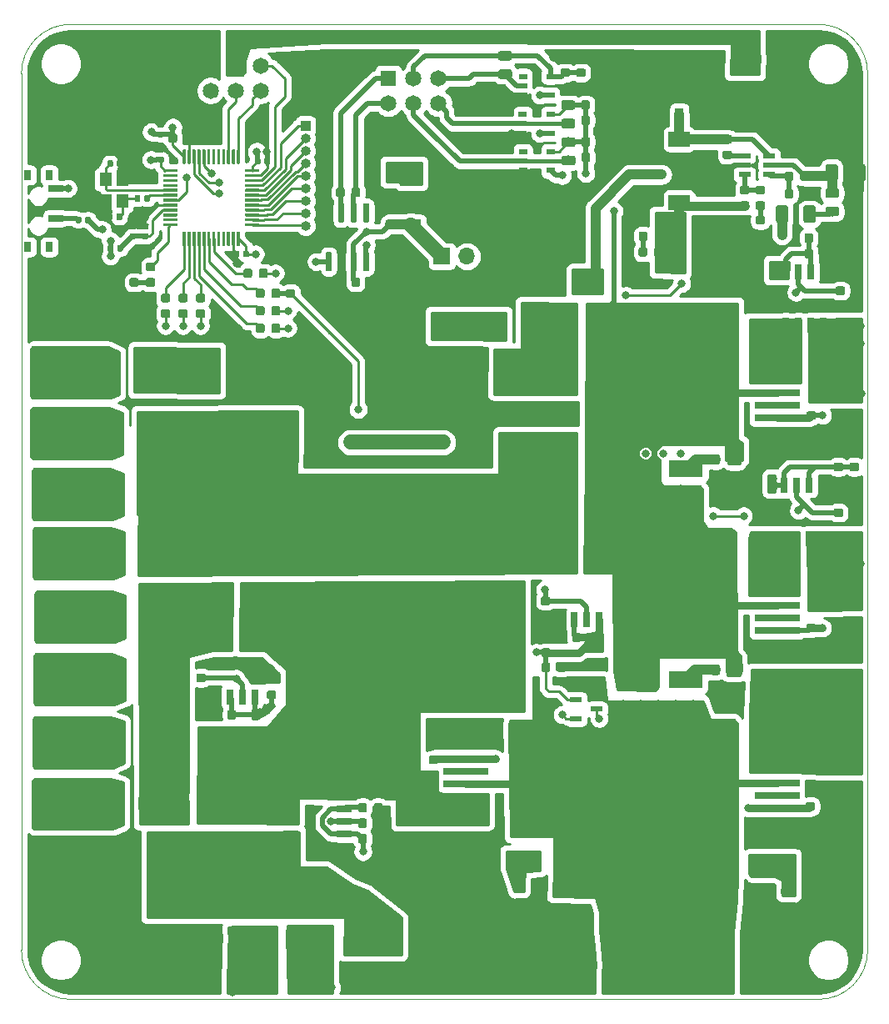
<source format=gbr>
G04 #@! TF.GenerationSoftware,KiCad,Pcbnew,(5.1.2)-2*
G04 #@! TF.CreationDate,2022-02-01T22:26:33+01:00*
G04 #@! TF.ProjectId,PDM,50444d2e-6b69-4636-9164-5f7063625858,rev?*
G04 #@! TF.SameCoordinates,Original*
G04 #@! TF.FileFunction,Copper,L1,Top*
G04 #@! TF.FilePolarity,Positive*
%FSLAX46Y46*%
G04 Gerber Fmt 4.6, Leading zero omitted, Abs format (unit mm)*
G04 Created by KiCad (PCBNEW (5.1.2)-2) date 2022-02-01 22:26:33*
%MOMM*%
%LPD*%
G04 APERTURE LIST*
%ADD10C,0.050000*%
%ADD11C,1.650000*%
%ADD12R,1.650000X1.650000*%
%ADD13O,1.700000X1.700000*%
%ADD14R,1.700000X1.700000*%
%ADD15R,2.000000X5.700000*%
%ADD16R,5.700000X2.000000*%
%ADD17C,0.100000*%
%ADD18C,0.975000*%
%ADD19R,0.900000X0.600000*%
%ADD20C,0.875000*%
%ADD21C,1.381000*%
%ADD22O,1.000000X1.000000*%
%ADD23R,1.000000X1.000000*%
%ADD24R,5.850000X4.900000*%
%ADD25R,2.100000X1.000000*%
%ADD26R,3.500000X1.800000*%
%ADD27R,1.250000X0.600000*%
%ADD28R,0.650000X1.525000*%
%ADD29R,1.525000X0.650000*%
%ADD30C,0.300000*%
%ADD31C,0.590000*%
%ADD32C,0.900000*%
%ADD33C,8.000000*%
%ADD34C,1.250000*%
%ADD35C,0.600000*%
%ADD36R,9.400000X10.800000*%
%ADD37R,4.600000X0.800000*%
%ADD38C,0.950000*%
%ADD39C,3.800000*%
%ADD40C,0.800000*%
%ADD41C,5.000000*%
%ADD42C,1.150000*%
%ADD43R,1.200000X0.600000*%
%ADD44R,0.800000X1.000000*%
%ADD45R,1.500000X0.700000*%
%ADD46R,1.200000X1.400000*%
%ADD47R,2.200000X1.500000*%
%ADD48R,0.900000X1.200000*%
%ADD49R,3.300000X4.500000*%
%ADD50C,0.250000*%
%ADD51C,0.500000*%
%ADD52C,1.000000*%
%ADD53C,0.800000*%
%ADD54C,0.400000*%
%ADD55C,1.500000*%
%ADD56C,0.900000*%
%ADD57C,0.254000*%
G04 APERTURE END LIST*
D10*
X74000000Y-80000000D02*
X74000000Y-118000000D01*
X79000000Y-123000000D02*
G75*
G02X74000000Y-118000000I0J5000000D01*
G01*
X160000000Y-118000000D02*
G75*
G02X155000000Y-123000000I-5000000J0D01*
G01*
X155000000Y-24000000D02*
G75*
G02X160000000Y-29000000I0J-5000000D01*
G01*
X74000000Y-29000000D02*
G75*
G02X79000000Y-24000000I5000000J0D01*
G01*
X155000000Y-123000000D02*
X79000000Y-123000000D01*
X160000000Y-29000000D02*
X160000000Y-118000000D01*
X79000000Y-24000000D02*
X155000000Y-24000000D01*
X74000000Y-80000000D02*
X74000000Y-29000000D01*
D11*
X98298000Y-30734000D03*
X98298000Y-28194000D03*
X95758000Y-30734000D03*
X95758000Y-28194000D03*
X93218000Y-30734000D03*
D12*
X93218000Y-28194000D03*
D13*
X121810000Y-47550000D03*
X119270000Y-47550000D03*
D14*
X116730000Y-47550000D03*
D15*
X88290000Y-119530000D03*
X88290000Y-109830000D03*
D16*
X119280000Y-116150000D03*
X109580000Y-116150000D03*
D17*
G36*
X130070142Y-37341174D02*
G01*
X130093803Y-37344684D01*
X130117007Y-37350496D01*
X130139529Y-37358554D01*
X130161153Y-37368782D01*
X130181670Y-37381079D01*
X130200883Y-37395329D01*
X130218607Y-37411393D01*
X130234671Y-37429117D01*
X130248921Y-37448330D01*
X130261218Y-37468847D01*
X130271446Y-37490471D01*
X130279504Y-37512993D01*
X130285316Y-37536197D01*
X130288826Y-37559858D01*
X130290000Y-37583750D01*
X130290000Y-38071250D01*
X130288826Y-38095142D01*
X130285316Y-38118803D01*
X130279504Y-38142007D01*
X130271446Y-38164529D01*
X130261218Y-38186153D01*
X130248921Y-38206670D01*
X130234671Y-38225883D01*
X130218607Y-38243607D01*
X130200883Y-38259671D01*
X130181670Y-38273921D01*
X130161153Y-38286218D01*
X130139529Y-38296446D01*
X130117007Y-38304504D01*
X130093803Y-38310316D01*
X130070142Y-38313826D01*
X130046250Y-38315000D01*
X129133750Y-38315000D01*
X129109858Y-38313826D01*
X129086197Y-38310316D01*
X129062993Y-38304504D01*
X129040471Y-38296446D01*
X129018847Y-38286218D01*
X128998330Y-38273921D01*
X128979117Y-38259671D01*
X128961393Y-38243607D01*
X128945329Y-38225883D01*
X128931079Y-38206670D01*
X128918782Y-38186153D01*
X128908554Y-38164529D01*
X128900496Y-38142007D01*
X128894684Y-38118803D01*
X128891174Y-38095142D01*
X128890000Y-38071250D01*
X128890000Y-37583750D01*
X128891174Y-37559858D01*
X128894684Y-37536197D01*
X128900496Y-37512993D01*
X128908554Y-37490471D01*
X128918782Y-37468847D01*
X128931079Y-37448330D01*
X128945329Y-37429117D01*
X128961393Y-37411393D01*
X128979117Y-37395329D01*
X128998330Y-37381079D01*
X129018847Y-37368782D01*
X129040471Y-37358554D01*
X129062993Y-37350496D01*
X129086197Y-37344684D01*
X129109858Y-37341174D01*
X129133750Y-37340000D01*
X130046250Y-37340000D01*
X130070142Y-37341174D01*
X130070142Y-37341174D01*
G37*
D18*
X129590000Y-37827500D03*
D17*
G36*
X130070142Y-35466174D02*
G01*
X130093803Y-35469684D01*
X130117007Y-35475496D01*
X130139529Y-35483554D01*
X130161153Y-35493782D01*
X130181670Y-35506079D01*
X130200883Y-35520329D01*
X130218607Y-35536393D01*
X130234671Y-35554117D01*
X130248921Y-35573330D01*
X130261218Y-35593847D01*
X130271446Y-35615471D01*
X130279504Y-35637993D01*
X130285316Y-35661197D01*
X130288826Y-35684858D01*
X130290000Y-35708750D01*
X130290000Y-36196250D01*
X130288826Y-36220142D01*
X130285316Y-36243803D01*
X130279504Y-36267007D01*
X130271446Y-36289529D01*
X130261218Y-36311153D01*
X130248921Y-36331670D01*
X130234671Y-36350883D01*
X130218607Y-36368607D01*
X130200883Y-36384671D01*
X130181670Y-36398921D01*
X130161153Y-36411218D01*
X130139529Y-36421446D01*
X130117007Y-36429504D01*
X130093803Y-36435316D01*
X130070142Y-36438826D01*
X130046250Y-36440000D01*
X129133750Y-36440000D01*
X129109858Y-36438826D01*
X129086197Y-36435316D01*
X129062993Y-36429504D01*
X129040471Y-36421446D01*
X129018847Y-36411218D01*
X128998330Y-36398921D01*
X128979117Y-36384671D01*
X128961393Y-36368607D01*
X128945329Y-36350883D01*
X128931079Y-36331670D01*
X128918782Y-36311153D01*
X128908554Y-36289529D01*
X128900496Y-36267007D01*
X128894684Y-36243803D01*
X128891174Y-36220142D01*
X128890000Y-36196250D01*
X128890000Y-35708750D01*
X128891174Y-35684858D01*
X128894684Y-35661197D01*
X128900496Y-35637993D01*
X128908554Y-35615471D01*
X128918782Y-35593847D01*
X128931079Y-35573330D01*
X128945329Y-35554117D01*
X128961393Y-35536393D01*
X128979117Y-35520329D01*
X128998330Y-35506079D01*
X129018847Y-35493782D01*
X129040471Y-35483554D01*
X129062993Y-35475496D01*
X129086197Y-35469684D01*
X129109858Y-35466174D01*
X129133750Y-35465000D01*
X130046250Y-35465000D01*
X130070142Y-35466174D01*
X130070142Y-35466174D01*
G37*
D18*
X129590000Y-35952500D03*
D17*
G36*
X130040142Y-33581174D02*
G01*
X130063803Y-33584684D01*
X130087007Y-33590496D01*
X130109529Y-33598554D01*
X130131153Y-33608782D01*
X130151670Y-33621079D01*
X130170883Y-33635329D01*
X130188607Y-33651393D01*
X130204671Y-33669117D01*
X130218921Y-33688330D01*
X130231218Y-33708847D01*
X130241446Y-33730471D01*
X130249504Y-33752993D01*
X130255316Y-33776197D01*
X130258826Y-33799858D01*
X130260000Y-33823750D01*
X130260000Y-34311250D01*
X130258826Y-34335142D01*
X130255316Y-34358803D01*
X130249504Y-34382007D01*
X130241446Y-34404529D01*
X130231218Y-34426153D01*
X130218921Y-34446670D01*
X130204671Y-34465883D01*
X130188607Y-34483607D01*
X130170883Y-34499671D01*
X130151670Y-34513921D01*
X130131153Y-34526218D01*
X130109529Y-34536446D01*
X130087007Y-34544504D01*
X130063803Y-34550316D01*
X130040142Y-34553826D01*
X130016250Y-34555000D01*
X129103750Y-34555000D01*
X129079858Y-34553826D01*
X129056197Y-34550316D01*
X129032993Y-34544504D01*
X129010471Y-34536446D01*
X128988847Y-34526218D01*
X128968330Y-34513921D01*
X128949117Y-34499671D01*
X128931393Y-34483607D01*
X128915329Y-34465883D01*
X128901079Y-34446670D01*
X128888782Y-34426153D01*
X128878554Y-34404529D01*
X128870496Y-34382007D01*
X128864684Y-34358803D01*
X128861174Y-34335142D01*
X128860000Y-34311250D01*
X128860000Y-33823750D01*
X128861174Y-33799858D01*
X128864684Y-33776197D01*
X128870496Y-33752993D01*
X128878554Y-33730471D01*
X128888782Y-33708847D01*
X128901079Y-33688330D01*
X128915329Y-33669117D01*
X128931393Y-33651393D01*
X128949117Y-33635329D01*
X128968330Y-33621079D01*
X128988847Y-33608782D01*
X129010471Y-33598554D01*
X129032993Y-33590496D01*
X129056197Y-33584684D01*
X129079858Y-33581174D01*
X129103750Y-33580000D01*
X130016250Y-33580000D01*
X130040142Y-33581174D01*
X130040142Y-33581174D01*
G37*
D18*
X129560000Y-34067500D03*
D17*
G36*
X130040142Y-31706174D02*
G01*
X130063803Y-31709684D01*
X130087007Y-31715496D01*
X130109529Y-31723554D01*
X130131153Y-31733782D01*
X130151670Y-31746079D01*
X130170883Y-31760329D01*
X130188607Y-31776393D01*
X130204671Y-31794117D01*
X130218921Y-31813330D01*
X130231218Y-31833847D01*
X130241446Y-31855471D01*
X130249504Y-31877993D01*
X130255316Y-31901197D01*
X130258826Y-31924858D01*
X130260000Y-31948750D01*
X130260000Y-32436250D01*
X130258826Y-32460142D01*
X130255316Y-32483803D01*
X130249504Y-32507007D01*
X130241446Y-32529529D01*
X130231218Y-32551153D01*
X130218921Y-32571670D01*
X130204671Y-32590883D01*
X130188607Y-32608607D01*
X130170883Y-32624671D01*
X130151670Y-32638921D01*
X130131153Y-32651218D01*
X130109529Y-32661446D01*
X130087007Y-32669504D01*
X130063803Y-32675316D01*
X130040142Y-32678826D01*
X130016250Y-32680000D01*
X129103750Y-32680000D01*
X129079858Y-32678826D01*
X129056197Y-32675316D01*
X129032993Y-32669504D01*
X129010471Y-32661446D01*
X128988847Y-32651218D01*
X128968330Y-32638921D01*
X128949117Y-32624671D01*
X128931393Y-32608607D01*
X128915329Y-32590883D01*
X128901079Y-32571670D01*
X128888782Y-32551153D01*
X128878554Y-32529529D01*
X128870496Y-32507007D01*
X128864684Y-32483803D01*
X128861174Y-32460142D01*
X128860000Y-32436250D01*
X128860000Y-31948750D01*
X128861174Y-31924858D01*
X128864684Y-31901197D01*
X128870496Y-31877993D01*
X128878554Y-31855471D01*
X128888782Y-31833847D01*
X128901079Y-31813330D01*
X128915329Y-31794117D01*
X128931393Y-31776393D01*
X128949117Y-31760329D01*
X128968330Y-31746079D01*
X128988847Y-31733782D01*
X129010471Y-31723554D01*
X129032993Y-31715496D01*
X129056197Y-31709684D01*
X129079858Y-31706174D01*
X129103750Y-31705000D01*
X130016250Y-31705000D01*
X130040142Y-31706174D01*
X130040142Y-31706174D01*
G37*
D18*
X129560000Y-32192500D03*
D19*
X127770000Y-36940000D03*
X127770000Y-38840000D03*
X124970000Y-38840000D03*
X124970000Y-37890000D03*
X124970000Y-36940000D03*
X127750000Y-33150000D03*
X127750000Y-35050000D03*
X124950000Y-35050000D03*
X124950000Y-34100000D03*
X124950000Y-33150000D03*
D17*
G36*
X133147691Y-33276053D02*
G01*
X133168926Y-33279203D01*
X133189750Y-33284419D01*
X133209962Y-33291651D01*
X133229368Y-33300830D01*
X133247781Y-33311866D01*
X133265024Y-33324654D01*
X133280930Y-33339070D01*
X133295346Y-33354976D01*
X133308134Y-33372219D01*
X133319170Y-33390632D01*
X133328349Y-33410038D01*
X133335581Y-33430250D01*
X133340797Y-33451074D01*
X133343947Y-33472309D01*
X133345000Y-33493750D01*
X133345000Y-34006250D01*
X133343947Y-34027691D01*
X133340797Y-34048926D01*
X133335581Y-34069750D01*
X133328349Y-34089962D01*
X133319170Y-34109368D01*
X133308134Y-34127781D01*
X133295346Y-34145024D01*
X133280930Y-34160930D01*
X133265024Y-34175346D01*
X133247781Y-34188134D01*
X133229368Y-34199170D01*
X133209962Y-34208349D01*
X133189750Y-34215581D01*
X133168926Y-34220797D01*
X133147691Y-34223947D01*
X133126250Y-34225000D01*
X132688750Y-34225000D01*
X132667309Y-34223947D01*
X132646074Y-34220797D01*
X132625250Y-34215581D01*
X132605038Y-34208349D01*
X132585632Y-34199170D01*
X132567219Y-34188134D01*
X132549976Y-34175346D01*
X132534070Y-34160930D01*
X132519654Y-34145024D01*
X132506866Y-34127781D01*
X132495830Y-34109368D01*
X132486651Y-34089962D01*
X132479419Y-34069750D01*
X132474203Y-34048926D01*
X132471053Y-34027691D01*
X132470000Y-34006250D01*
X132470000Y-33493750D01*
X132471053Y-33472309D01*
X132474203Y-33451074D01*
X132479419Y-33430250D01*
X132486651Y-33410038D01*
X132495830Y-33390632D01*
X132506866Y-33372219D01*
X132519654Y-33354976D01*
X132534070Y-33339070D01*
X132549976Y-33324654D01*
X132567219Y-33311866D01*
X132585632Y-33300830D01*
X132605038Y-33291651D01*
X132625250Y-33284419D01*
X132646074Y-33279203D01*
X132667309Y-33276053D01*
X132688750Y-33275000D01*
X133126250Y-33275000D01*
X133147691Y-33276053D01*
X133147691Y-33276053D01*
G37*
D20*
X132907500Y-33750000D03*
D17*
G36*
X131572691Y-33276053D02*
G01*
X131593926Y-33279203D01*
X131614750Y-33284419D01*
X131634962Y-33291651D01*
X131654368Y-33300830D01*
X131672781Y-33311866D01*
X131690024Y-33324654D01*
X131705930Y-33339070D01*
X131720346Y-33354976D01*
X131733134Y-33372219D01*
X131744170Y-33390632D01*
X131753349Y-33410038D01*
X131760581Y-33430250D01*
X131765797Y-33451074D01*
X131768947Y-33472309D01*
X131770000Y-33493750D01*
X131770000Y-34006250D01*
X131768947Y-34027691D01*
X131765797Y-34048926D01*
X131760581Y-34069750D01*
X131753349Y-34089962D01*
X131744170Y-34109368D01*
X131733134Y-34127781D01*
X131720346Y-34145024D01*
X131705930Y-34160930D01*
X131690024Y-34175346D01*
X131672781Y-34188134D01*
X131654368Y-34199170D01*
X131634962Y-34208349D01*
X131614750Y-34215581D01*
X131593926Y-34220797D01*
X131572691Y-34223947D01*
X131551250Y-34225000D01*
X131113750Y-34225000D01*
X131092309Y-34223947D01*
X131071074Y-34220797D01*
X131050250Y-34215581D01*
X131030038Y-34208349D01*
X131010632Y-34199170D01*
X130992219Y-34188134D01*
X130974976Y-34175346D01*
X130959070Y-34160930D01*
X130944654Y-34145024D01*
X130931866Y-34127781D01*
X130920830Y-34109368D01*
X130911651Y-34089962D01*
X130904419Y-34069750D01*
X130899203Y-34048926D01*
X130896053Y-34027691D01*
X130895000Y-34006250D01*
X130895000Y-33493750D01*
X130896053Y-33472309D01*
X130899203Y-33451074D01*
X130904419Y-33430250D01*
X130911651Y-33410038D01*
X130920830Y-33390632D01*
X130931866Y-33372219D01*
X130944654Y-33354976D01*
X130959070Y-33339070D01*
X130974976Y-33324654D01*
X130992219Y-33311866D01*
X131010632Y-33300830D01*
X131030038Y-33291651D01*
X131050250Y-33284419D01*
X131071074Y-33279203D01*
X131092309Y-33276053D01*
X131113750Y-33275000D01*
X131551250Y-33275000D01*
X131572691Y-33276053D01*
X131572691Y-33276053D01*
G37*
D20*
X131332500Y-33750000D03*
D17*
G36*
X133167691Y-37036053D02*
G01*
X133188926Y-37039203D01*
X133209750Y-37044419D01*
X133229962Y-37051651D01*
X133249368Y-37060830D01*
X133267781Y-37071866D01*
X133285024Y-37084654D01*
X133300930Y-37099070D01*
X133315346Y-37114976D01*
X133328134Y-37132219D01*
X133339170Y-37150632D01*
X133348349Y-37170038D01*
X133355581Y-37190250D01*
X133360797Y-37211074D01*
X133363947Y-37232309D01*
X133365000Y-37253750D01*
X133365000Y-37766250D01*
X133363947Y-37787691D01*
X133360797Y-37808926D01*
X133355581Y-37829750D01*
X133348349Y-37849962D01*
X133339170Y-37869368D01*
X133328134Y-37887781D01*
X133315346Y-37905024D01*
X133300930Y-37920930D01*
X133285024Y-37935346D01*
X133267781Y-37948134D01*
X133249368Y-37959170D01*
X133229962Y-37968349D01*
X133209750Y-37975581D01*
X133188926Y-37980797D01*
X133167691Y-37983947D01*
X133146250Y-37985000D01*
X132708750Y-37985000D01*
X132687309Y-37983947D01*
X132666074Y-37980797D01*
X132645250Y-37975581D01*
X132625038Y-37968349D01*
X132605632Y-37959170D01*
X132587219Y-37948134D01*
X132569976Y-37935346D01*
X132554070Y-37920930D01*
X132539654Y-37905024D01*
X132526866Y-37887781D01*
X132515830Y-37869368D01*
X132506651Y-37849962D01*
X132499419Y-37829750D01*
X132494203Y-37808926D01*
X132491053Y-37787691D01*
X132490000Y-37766250D01*
X132490000Y-37253750D01*
X132491053Y-37232309D01*
X132494203Y-37211074D01*
X132499419Y-37190250D01*
X132506651Y-37170038D01*
X132515830Y-37150632D01*
X132526866Y-37132219D01*
X132539654Y-37114976D01*
X132554070Y-37099070D01*
X132569976Y-37084654D01*
X132587219Y-37071866D01*
X132605632Y-37060830D01*
X132625038Y-37051651D01*
X132645250Y-37044419D01*
X132666074Y-37039203D01*
X132687309Y-37036053D01*
X132708750Y-37035000D01*
X133146250Y-37035000D01*
X133167691Y-37036053D01*
X133167691Y-37036053D01*
G37*
D20*
X132927500Y-37510000D03*
D17*
G36*
X131592691Y-37036053D02*
G01*
X131613926Y-37039203D01*
X131634750Y-37044419D01*
X131654962Y-37051651D01*
X131674368Y-37060830D01*
X131692781Y-37071866D01*
X131710024Y-37084654D01*
X131725930Y-37099070D01*
X131740346Y-37114976D01*
X131753134Y-37132219D01*
X131764170Y-37150632D01*
X131773349Y-37170038D01*
X131780581Y-37190250D01*
X131785797Y-37211074D01*
X131788947Y-37232309D01*
X131790000Y-37253750D01*
X131790000Y-37766250D01*
X131788947Y-37787691D01*
X131785797Y-37808926D01*
X131780581Y-37829750D01*
X131773349Y-37849962D01*
X131764170Y-37869368D01*
X131753134Y-37887781D01*
X131740346Y-37905024D01*
X131725930Y-37920930D01*
X131710024Y-37935346D01*
X131692781Y-37948134D01*
X131674368Y-37959170D01*
X131654962Y-37968349D01*
X131634750Y-37975581D01*
X131613926Y-37980797D01*
X131592691Y-37983947D01*
X131571250Y-37985000D01*
X131133750Y-37985000D01*
X131112309Y-37983947D01*
X131091074Y-37980797D01*
X131070250Y-37975581D01*
X131050038Y-37968349D01*
X131030632Y-37959170D01*
X131012219Y-37948134D01*
X130994976Y-37935346D01*
X130979070Y-37920930D01*
X130964654Y-37905024D01*
X130951866Y-37887781D01*
X130940830Y-37869368D01*
X130931651Y-37849962D01*
X130924419Y-37829750D01*
X130919203Y-37808926D01*
X130916053Y-37787691D01*
X130915000Y-37766250D01*
X130915000Y-37253750D01*
X130916053Y-37232309D01*
X130919203Y-37211074D01*
X130924419Y-37190250D01*
X130931651Y-37170038D01*
X130940830Y-37150632D01*
X130951866Y-37132219D01*
X130964654Y-37114976D01*
X130979070Y-37099070D01*
X130994976Y-37084654D01*
X131012219Y-37071866D01*
X131030632Y-37060830D01*
X131050038Y-37051651D01*
X131070250Y-37044419D01*
X131091074Y-37039203D01*
X131112309Y-37036053D01*
X131133750Y-37035000D01*
X131571250Y-37035000D01*
X131592691Y-37036053D01*
X131592691Y-37036053D01*
G37*
D20*
X131352500Y-37510000D03*
D17*
G36*
X133137691Y-31716053D02*
G01*
X133158926Y-31719203D01*
X133179750Y-31724419D01*
X133199962Y-31731651D01*
X133219368Y-31740830D01*
X133237781Y-31751866D01*
X133255024Y-31764654D01*
X133270930Y-31779070D01*
X133285346Y-31794976D01*
X133298134Y-31812219D01*
X133309170Y-31830632D01*
X133318349Y-31850038D01*
X133325581Y-31870250D01*
X133330797Y-31891074D01*
X133333947Y-31912309D01*
X133335000Y-31933750D01*
X133335000Y-32446250D01*
X133333947Y-32467691D01*
X133330797Y-32488926D01*
X133325581Y-32509750D01*
X133318349Y-32529962D01*
X133309170Y-32549368D01*
X133298134Y-32567781D01*
X133285346Y-32585024D01*
X133270930Y-32600930D01*
X133255024Y-32615346D01*
X133237781Y-32628134D01*
X133219368Y-32639170D01*
X133199962Y-32648349D01*
X133179750Y-32655581D01*
X133158926Y-32660797D01*
X133137691Y-32663947D01*
X133116250Y-32665000D01*
X132678750Y-32665000D01*
X132657309Y-32663947D01*
X132636074Y-32660797D01*
X132615250Y-32655581D01*
X132595038Y-32648349D01*
X132575632Y-32639170D01*
X132557219Y-32628134D01*
X132539976Y-32615346D01*
X132524070Y-32600930D01*
X132509654Y-32585024D01*
X132496866Y-32567781D01*
X132485830Y-32549368D01*
X132476651Y-32529962D01*
X132469419Y-32509750D01*
X132464203Y-32488926D01*
X132461053Y-32467691D01*
X132460000Y-32446250D01*
X132460000Y-31933750D01*
X132461053Y-31912309D01*
X132464203Y-31891074D01*
X132469419Y-31870250D01*
X132476651Y-31850038D01*
X132485830Y-31830632D01*
X132496866Y-31812219D01*
X132509654Y-31794976D01*
X132524070Y-31779070D01*
X132539976Y-31764654D01*
X132557219Y-31751866D01*
X132575632Y-31740830D01*
X132595038Y-31731651D01*
X132615250Y-31724419D01*
X132636074Y-31719203D01*
X132657309Y-31716053D01*
X132678750Y-31715000D01*
X133116250Y-31715000D01*
X133137691Y-31716053D01*
X133137691Y-31716053D01*
G37*
D20*
X132897500Y-32190000D03*
D17*
G36*
X131562691Y-31716053D02*
G01*
X131583926Y-31719203D01*
X131604750Y-31724419D01*
X131624962Y-31731651D01*
X131644368Y-31740830D01*
X131662781Y-31751866D01*
X131680024Y-31764654D01*
X131695930Y-31779070D01*
X131710346Y-31794976D01*
X131723134Y-31812219D01*
X131734170Y-31830632D01*
X131743349Y-31850038D01*
X131750581Y-31870250D01*
X131755797Y-31891074D01*
X131758947Y-31912309D01*
X131760000Y-31933750D01*
X131760000Y-32446250D01*
X131758947Y-32467691D01*
X131755797Y-32488926D01*
X131750581Y-32509750D01*
X131743349Y-32529962D01*
X131734170Y-32549368D01*
X131723134Y-32567781D01*
X131710346Y-32585024D01*
X131695930Y-32600930D01*
X131680024Y-32615346D01*
X131662781Y-32628134D01*
X131644368Y-32639170D01*
X131624962Y-32648349D01*
X131604750Y-32655581D01*
X131583926Y-32660797D01*
X131562691Y-32663947D01*
X131541250Y-32665000D01*
X131103750Y-32665000D01*
X131082309Y-32663947D01*
X131061074Y-32660797D01*
X131040250Y-32655581D01*
X131020038Y-32648349D01*
X131000632Y-32639170D01*
X130982219Y-32628134D01*
X130964976Y-32615346D01*
X130949070Y-32600930D01*
X130934654Y-32585024D01*
X130921866Y-32567781D01*
X130910830Y-32549368D01*
X130901651Y-32529962D01*
X130894419Y-32509750D01*
X130889203Y-32488926D01*
X130886053Y-32467691D01*
X130885000Y-32446250D01*
X130885000Y-31933750D01*
X130886053Y-31912309D01*
X130889203Y-31891074D01*
X130894419Y-31870250D01*
X130901651Y-31850038D01*
X130910830Y-31830632D01*
X130921866Y-31812219D01*
X130934654Y-31794976D01*
X130949070Y-31779070D01*
X130964976Y-31764654D01*
X130982219Y-31751866D01*
X131000632Y-31740830D01*
X131020038Y-31731651D01*
X131040250Y-31724419D01*
X131061074Y-31719203D01*
X131082309Y-31716053D01*
X131103750Y-31715000D01*
X131541250Y-31715000D01*
X131562691Y-31716053D01*
X131562691Y-31716053D01*
G37*
D20*
X131322500Y-32190000D03*
D17*
G36*
X133157691Y-35456053D02*
G01*
X133178926Y-35459203D01*
X133199750Y-35464419D01*
X133219962Y-35471651D01*
X133239368Y-35480830D01*
X133257781Y-35491866D01*
X133275024Y-35504654D01*
X133290930Y-35519070D01*
X133305346Y-35534976D01*
X133318134Y-35552219D01*
X133329170Y-35570632D01*
X133338349Y-35590038D01*
X133345581Y-35610250D01*
X133350797Y-35631074D01*
X133353947Y-35652309D01*
X133355000Y-35673750D01*
X133355000Y-36186250D01*
X133353947Y-36207691D01*
X133350797Y-36228926D01*
X133345581Y-36249750D01*
X133338349Y-36269962D01*
X133329170Y-36289368D01*
X133318134Y-36307781D01*
X133305346Y-36325024D01*
X133290930Y-36340930D01*
X133275024Y-36355346D01*
X133257781Y-36368134D01*
X133239368Y-36379170D01*
X133219962Y-36388349D01*
X133199750Y-36395581D01*
X133178926Y-36400797D01*
X133157691Y-36403947D01*
X133136250Y-36405000D01*
X132698750Y-36405000D01*
X132677309Y-36403947D01*
X132656074Y-36400797D01*
X132635250Y-36395581D01*
X132615038Y-36388349D01*
X132595632Y-36379170D01*
X132577219Y-36368134D01*
X132559976Y-36355346D01*
X132544070Y-36340930D01*
X132529654Y-36325024D01*
X132516866Y-36307781D01*
X132505830Y-36289368D01*
X132496651Y-36269962D01*
X132489419Y-36249750D01*
X132484203Y-36228926D01*
X132481053Y-36207691D01*
X132480000Y-36186250D01*
X132480000Y-35673750D01*
X132481053Y-35652309D01*
X132484203Y-35631074D01*
X132489419Y-35610250D01*
X132496651Y-35590038D01*
X132505830Y-35570632D01*
X132516866Y-35552219D01*
X132529654Y-35534976D01*
X132544070Y-35519070D01*
X132559976Y-35504654D01*
X132577219Y-35491866D01*
X132595632Y-35480830D01*
X132615038Y-35471651D01*
X132635250Y-35464419D01*
X132656074Y-35459203D01*
X132677309Y-35456053D01*
X132698750Y-35455000D01*
X133136250Y-35455000D01*
X133157691Y-35456053D01*
X133157691Y-35456053D01*
G37*
D20*
X132917500Y-35930000D03*
D17*
G36*
X131582691Y-35456053D02*
G01*
X131603926Y-35459203D01*
X131624750Y-35464419D01*
X131644962Y-35471651D01*
X131664368Y-35480830D01*
X131682781Y-35491866D01*
X131700024Y-35504654D01*
X131715930Y-35519070D01*
X131730346Y-35534976D01*
X131743134Y-35552219D01*
X131754170Y-35570632D01*
X131763349Y-35590038D01*
X131770581Y-35610250D01*
X131775797Y-35631074D01*
X131778947Y-35652309D01*
X131780000Y-35673750D01*
X131780000Y-36186250D01*
X131778947Y-36207691D01*
X131775797Y-36228926D01*
X131770581Y-36249750D01*
X131763349Y-36269962D01*
X131754170Y-36289368D01*
X131743134Y-36307781D01*
X131730346Y-36325024D01*
X131715930Y-36340930D01*
X131700024Y-36355346D01*
X131682781Y-36368134D01*
X131664368Y-36379170D01*
X131644962Y-36388349D01*
X131624750Y-36395581D01*
X131603926Y-36400797D01*
X131582691Y-36403947D01*
X131561250Y-36405000D01*
X131123750Y-36405000D01*
X131102309Y-36403947D01*
X131081074Y-36400797D01*
X131060250Y-36395581D01*
X131040038Y-36388349D01*
X131020632Y-36379170D01*
X131002219Y-36368134D01*
X130984976Y-36355346D01*
X130969070Y-36340930D01*
X130954654Y-36325024D01*
X130941866Y-36307781D01*
X130930830Y-36289368D01*
X130921651Y-36269962D01*
X130914419Y-36249750D01*
X130909203Y-36228926D01*
X130906053Y-36207691D01*
X130905000Y-36186250D01*
X130905000Y-35673750D01*
X130906053Y-35652309D01*
X130909203Y-35631074D01*
X130914419Y-35610250D01*
X130921651Y-35590038D01*
X130930830Y-35570632D01*
X130941866Y-35552219D01*
X130954654Y-35534976D01*
X130969070Y-35519070D01*
X130984976Y-35504654D01*
X131002219Y-35491866D01*
X131020632Y-35480830D01*
X131040038Y-35471651D01*
X131060250Y-35464419D01*
X131081074Y-35459203D01*
X131102309Y-35456053D01*
X131123750Y-35455000D01*
X131561250Y-35455000D01*
X131582691Y-35456053D01*
X131582691Y-35456053D01*
G37*
D20*
X131342500Y-35930000D03*
D21*
X116870480Y-66435120D03*
X116870480Y-54935120D03*
D22*
X102870000Y-44450000D03*
X102870000Y-43180000D03*
X102870000Y-41910000D03*
X102870000Y-40640000D03*
X102870000Y-39370000D03*
X102870000Y-38100000D03*
X102870000Y-36830000D03*
X102870000Y-35560000D03*
D23*
X102870000Y-34290000D03*
D17*
G36*
X97242691Y-48802053D02*
G01*
X97263926Y-48805203D01*
X97284750Y-48810419D01*
X97304962Y-48817651D01*
X97324368Y-48826830D01*
X97342781Y-48837866D01*
X97360024Y-48850654D01*
X97375930Y-48865070D01*
X97390346Y-48880976D01*
X97403134Y-48898219D01*
X97414170Y-48916632D01*
X97423349Y-48936038D01*
X97430581Y-48956250D01*
X97435797Y-48977074D01*
X97438947Y-48998309D01*
X97440000Y-49019750D01*
X97440000Y-49532250D01*
X97438947Y-49553691D01*
X97435797Y-49574926D01*
X97430581Y-49595750D01*
X97423349Y-49615962D01*
X97414170Y-49635368D01*
X97403134Y-49653781D01*
X97390346Y-49671024D01*
X97375930Y-49686930D01*
X97360024Y-49701346D01*
X97342781Y-49714134D01*
X97324368Y-49725170D01*
X97304962Y-49734349D01*
X97284750Y-49741581D01*
X97263926Y-49746797D01*
X97242691Y-49749947D01*
X97221250Y-49751000D01*
X96783750Y-49751000D01*
X96762309Y-49749947D01*
X96741074Y-49746797D01*
X96720250Y-49741581D01*
X96700038Y-49734349D01*
X96680632Y-49725170D01*
X96662219Y-49714134D01*
X96644976Y-49701346D01*
X96629070Y-49686930D01*
X96614654Y-49671024D01*
X96601866Y-49653781D01*
X96590830Y-49635368D01*
X96581651Y-49615962D01*
X96574419Y-49595750D01*
X96569203Y-49574926D01*
X96566053Y-49553691D01*
X96565000Y-49532250D01*
X96565000Y-49019750D01*
X96566053Y-48998309D01*
X96569203Y-48977074D01*
X96574419Y-48956250D01*
X96581651Y-48936038D01*
X96590830Y-48916632D01*
X96601866Y-48898219D01*
X96614654Y-48880976D01*
X96629070Y-48865070D01*
X96644976Y-48850654D01*
X96662219Y-48837866D01*
X96680632Y-48826830D01*
X96700038Y-48817651D01*
X96720250Y-48810419D01*
X96741074Y-48805203D01*
X96762309Y-48802053D01*
X96783750Y-48801000D01*
X97221250Y-48801000D01*
X97242691Y-48802053D01*
X97242691Y-48802053D01*
G37*
D20*
X97002500Y-49276000D03*
D17*
G36*
X98817691Y-48802053D02*
G01*
X98838926Y-48805203D01*
X98859750Y-48810419D01*
X98879962Y-48817651D01*
X98899368Y-48826830D01*
X98917781Y-48837866D01*
X98935024Y-48850654D01*
X98950930Y-48865070D01*
X98965346Y-48880976D01*
X98978134Y-48898219D01*
X98989170Y-48916632D01*
X98998349Y-48936038D01*
X99005581Y-48956250D01*
X99010797Y-48977074D01*
X99013947Y-48998309D01*
X99015000Y-49019750D01*
X99015000Y-49532250D01*
X99013947Y-49553691D01*
X99010797Y-49574926D01*
X99005581Y-49595750D01*
X98998349Y-49615962D01*
X98989170Y-49635368D01*
X98978134Y-49653781D01*
X98965346Y-49671024D01*
X98950930Y-49686930D01*
X98935024Y-49701346D01*
X98917781Y-49714134D01*
X98899368Y-49725170D01*
X98879962Y-49734349D01*
X98859750Y-49741581D01*
X98838926Y-49746797D01*
X98817691Y-49749947D01*
X98796250Y-49751000D01*
X98358750Y-49751000D01*
X98337309Y-49749947D01*
X98316074Y-49746797D01*
X98295250Y-49741581D01*
X98275038Y-49734349D01*
X98255632Y-49725170D01*
X98237219Y-49714134D01*
X98219976Y-49701346D01*
X98204070Y-49686930D01*
X98189654Y-49671024D01*
X98176866Y-49653781D01*
X98165830Y-49635368D01*
X98156651Y-49615962D01*
X98149419Y-49595750D01*
X98144203Y-49574926D01*
X98141053Y-49553691D01*
X98140000Y-49532250D01*
X98140000Y-49019750D01*
X98141053Y-48998309D01*
X98144203Y-48977074D01*
X98149419Y-48956250D01*
X98156651Y-48936038D01*
X98165830Y-48916632D01*
X98176866Y-48898219D01*
X98189654Y-48880976D01*
X98204070Y-48865070D01*
X98219976Y-48850654D01*
X98237219Y-48837866D01*
X98255632Y-48826830D01*
X98275038Y-48817651D01*
X98295250Y-48810419D01*
X98316074Y-48805203D01*
X98337309Y-48802053D01*
X98358750Y-48801000D01*
X98796250Y-48801000D01*
X98817691Y-48802053D01*
X98817691Y-48802053D01*
G37*
D20*
X98577500Y-49276000D03*
D17*
G36*
X98512691Y-50834053D02*
G01*
X98533926Y-50837203D01*
X98554750Y-50842419D01*
X98574962Y-50849651D01*
X98594368Y-50858830D01*
X98612781Y-50869866D01*
X98630024Y-50882654D01*
X98645930Y-50897070D01*
X98660346Y-50912976D01*
X98673134Y-50930219D01*
X98684170Y-50948632D01*
X98693349Y-50968038D01*
X98700581Y-50988250D01*
X98705797Y-51009074D01*
X98708947Y-51030309D01*
X98710000Y-51051750D01*
X98710000Y-51564250D01*
X98708947Y-51585691D01*
X98705797Y-51606926D01*
X98700581Y-51627750D01*
X98693349Y-51647962D01*
X98684170Y-51667368D01*
X98673134Y-51685781D01*
X98660346Y-51703024D01*
X98645930Y-51718930D01*
X98630024Y-51733346D01*
X98612781Y-51746134D01*
X98594368Y-51757170D01*
X98574962Y-51766349D01*
X98554750Y-51773581D01*
X98533926Y-51778797D01*
X98512691Y-51781947D01*
X98491250Y-51783000D01*
X98053750Y-51783000D01*
X98032309Y-51781947D01*
X98011074Y-51778797D01*
X97990250Y-51773581D01*
X97970038Y-51766349D01*
X97950632Y-51757170D01*
X97932219Y-51746134D01*
X97914976Y-51733346D01*
X97899070Y-51718930D01*
X97884654Y-51703024D01*
X97871866Y-51685781D01*
X97860830Y-51667368D01*
X97851651Y-51647962D01*
X97844419Y-51627750D01*
X97839203Y-51606926D01*
X97836053Y-51585691D01*
X97835000Y-51564250D01*
X97835000Y-51051750D01*
X97836053Y-51030309D01*
X97839203Y-51009074D01*
X97844419Y-50988250D01*
X97851651Y-50968038D01*
X97860830Y-50948632D01*
X97871866Y-50930219D01*
X97884654Y-50912976D01*
X97899070Y-50897070D01*
X97914976Y-50882654D01*
X97932219Y-50869866D01*
X97950632Y-50858830D01*
X97970038Y-50849651D01*
X97990250Y-50842419D01*
X98011074Y-50837203D01*
X98032309Y-50834053D01*
X98053750Y-50833000D01*
X98491250Y-50833000D01*
X98512691Y-50834053D01*
X98512691Y-50834053D01*
G37*
D20*
X98272500Y-51308000D03*
D17*
G36*
X100087691Y-50834053D02*
G01*
X100108926Y-50837203D01*
X100129750Y-50842419D01*
X100149962Y-50849651D01*
X100169368Y-50858830D01*
X100187781Y-50869866D01*
X100205024Y-50882654D01*
X100220930Y-50897070D01*
X100235346Y-50912976D01*
X100248134Y-50930219D01*
X100259170Y-50948632D01*
X100268349Y-50968038D01*
X100275581Y-50988250D01*
X100280797Y-51009074D01*
X100283947Y-51030309D01*
X100285000Y-51051750D01*
X100285000Y-51564250D01*
X100283947Y-51585691D01*
X100280797Y-51606926D01*
X100275581Y-51627750D01*
X100268349Y-51647962D01*
X100259170Y-51667368D01*
X100248134Y-51685781D01*
X100235346Y-51703024D01*
X100220930Y-51718930D01*
X100205024Y-51733346D01*
X100187781Y-51746134D01*
X100169368Y-51757170D01*
X100149962Y-51766349D01*
X100129750Y-51773581D01*
X100108926Y-51778797D01*
X100087691Y-51781947D01*
X100066250Y-51783000D01*
X99628750Y-51783000D01*
X99607309Y-51781947D01*
X99586074Y-51778797D01*
X99565250Y-51773581D01*
X99545038Y-51766349D01*
X99525632Y-51757170D01*
X99507219Y-51746134D01*
X99489976Y-51733346D01*
X99474070Y-51718930D01*
X99459654Y-51703024D01*
X99446866Y-51685781D01*
X99435830Y-51667368D01*
X99426651Y-51647962D01*
X99419419Y-51627750D01*
X99414203Y-51606926D01*
X99411053Y-51585691D01*
X99410000Y-51564250D01*
X99410000Y-51051750D01*
X99411053Y-51030309D01*
X99414203Y-51009074D01*
X99419419Y-50988250D01*
X99426651Y-50968038D01*
X99435830Y-50948632D01*
X99446866Y-50930219D01*
X99459654Y-50912976D01*
X99474070Y-50897070D01*
X99489976Y-50882654D01*
X99507219Y-50869866D01*
X99525632Y-50858830D01*
X99545038Y-50849651D01*
X99565250Y-50842419D01*
X99586074Y-50837203D01*
X99607309Y-50834053D01*
X99628750Y-50833000D01*
X100066250Y-50833000D01*
X100087691Y-50834053D01*
X100087691Y-50834053D01*
G37*
D20*
X99847500Y-51308000D03*
D17*
G36*
X98512691Y-52612053D02*
G01*
X98533926Y-52615203D01*
X98554750Y-52620419D01*
X98574962Y-52627651D01*
X98594368Y-52636830D01*
X98612781Y-52647866D01*
X98630024Y-52660654D01*
X98645930Y-52675070D01*
X98660346Y-52690976D01*
X98673134Y-52708219D01*
X98684170Y-52726632D01*
X98693349Y-52746038D01*
X98700581Y-52766250D01*
X98705797Y-52787074D01*
X98708947Y-52808309D01*
X98710000Y-52829750D01*
X98710000Y-53342250D01*
X98708947Y-53363691D01*
X98705797Y-53384926D01*
X98700581Y-53405750D01*
X98693349Y-53425962D01*
X98684170Y-53445368D01*
X98673134Y-53463781D01*
X98660346Y-53481024D01*
X98645930Y-53496930D01*
X98630024Y-53511346D01*
X98612781Y-53524134D01*
X98594368Y-53535170D01*
X98574962Y-53544349D01*
X98554750Y-53551581D01*
X98533926Y-53556797D01*
X98512691Y-53559947D01*
X98491250Y-53561000D01*
X98053750Y-53561000D01*
X98032309Y-53559947D01*
X98011074Y-53556797D01*
X97990250Y-53551581D01*
X97970038Y-53544349D01*
X97950632Y-53535170D01*
X97932219Y-53524134D01*
X97914976Y-53511346D01*
X97899070Y-53496930D01*
X97884654Y-53481024D01*
X97871866Y-53463781D01*
X97860830Y-53445368D01*
X97851651Y-53425962D01*
X97844419Y-53405750D01*
X97839203Y-53384926D01*
X97836053Y-53363691D01*
X97835000Y-53342250D01*
X97835000Y-52829750D01*
X97836053Y-52808309D01*
X97839203Y-52787074D01*
X97844419Y-52766250D01*
X97851651Y-52746038D01*
X97860830Y-52726632D01*
X97871866Y-52708219D01*
X97884654Y-52690976D01*
X97899070Y-52675070D01*
X97914976Y-52660654D01*
X97932219Y-52647866D01*
X97950632Y-52636830D01*
X97970038Y-52627651D01*
X97990250Y-52620419D01*
X98011074Y-52615203D01*
X98032309Y-52612053D01*
X98053750Y-52611000D01*
X98491250Y-52611000D01*
X98512691Y-52612053D01*
X98512691Y-52612053D01*
G37*
D20*
X98272500Y-53086000D03*
D17*
G36*
X100087691Y-52612053D02*
G01*
X100108926Y-52615203D01*
X100129750Y-52620419D01*
X100149962Y-52627651D01*
X100169368Y-52636830D01*
X100187781Y-52647866D01*
X100205024Y-52660654D01*
X100220930Y-52675070D01*
X100235346Y-52690976D01*
X100248134Y-52708219D01*
X100259170Y-52726632D01*
X100268349Y-52746038D01*
X100275581Y-52766250D01*
X100280797Y-52787074D01*
X100283947Y-52808309D01*
X100285000Y-52829750D01*
X100285000Y-53342250D01*
X100283947Y-53363691D01*
X100280797Y-53384926D01*
X100275581Y-53405750D01*
X100268349Y-53425962D01*
X100259170Y-53445368D01*
X100248134Y-53463781D01*
X100235346Y-53481024D01*
X100220930Y-53496930D01*
X100205024Y-53511346D01*
X100187781Y-53524134D01*
X100169368Y-53535170D01*
X100149962Y-53544349D01*
X100129750Y-53551581D01*
X100108926Y-53556797D01*
X100087691Y-53559947D01*
X100066250Y-53561000D01*
X99628750Y-53561000D01*
X99607309Y-53559947D01*
X99586074Y-53556797D01*
X99565250Y-53551581D01*
X99545038Y-53544349D01*
X99525632Y-53535170D01*
X99507219Y-53524134D01*
X99489976Y-53511346D01*
X99474070Y-53496930D01*
X99459654Y-53481024D01*
X99446866Y-53463781D01*
X99435830Y-53445368D01*
X99426651Y-53425962D01*
X99419419Y-53405750D01*
X99414203Y-53384926D01*
X99411053Y-53363691D01*
X99410000Y-53342250D01*
X99410000Y-52829750D01*
X99411053Y-52808309D01*
X99414203Y-52787074D01*
X99419419Y-52766250D01*
X99426651Y-52746038D01*
X99435830Y-52726632D01*
X99446866Y-52708219D01*
X99459654Y-52690976D01*
X99474070Y-52675070D01*
X99489976Y-52660654D01*
X99507219Y-52647866D01*
X99525632Y-52636830D01*
X99545038Y-52627651D01*
X99565250Y-52620419D01*
X99586074Y-52615203D01*
X99607309Y-52612053D01*
X99628750Y-52611000D01*
X100066250Y-52611000D01*
X100087691Y-52612053D01*
X100087691Y-52612053D01*
G37*
D20*
X99847500Y-53086000D03*
D17*
G36*
X98512691Y-54390053D02*
G01*
X98533926Y-54393203D01*
X98554750Y-54398419D01*
X98574962Y-54405651D01*
X98594368Y-54414830D01*
X98612781Y-54425866D01*
X98630024Y-54438654D01*
X98645930Y-54453070D01*
X98660346Y-54468976D01*
X98673134Y-54486219D01*
X98684170Y-54504632D01*
X98693349Y-54524038D01*
X98700581Y-54544250D01*
X98705797Y-54565074D01*
X98708947Y-54586309D01*
X98710000Y-54607750D01*
X98710000Y-55120250D01*
X98708947Y-55141691D01*
X98705797Y-55162926D01*
X98700581Y-55183750D01*
X98693349Y-55203962D01*
X98684170Y-55223368D01*
X98673134Y-55241781D01*
X98660346Y-55259024D01*
X98645930Y-55274930D01*
X98630024Y-55289346D01*
X98612781Y-55302134D01*
X98594368Y-55313170D01*
X98574962Y-55322349D01*
X98554750Y-55329581D01*
X98533926Y-55334797D01*
X98512691Y-55337947D01*
X98491250Y-55339000D01*
X98053750Y-55339000D01*
X98032309Y-55337947D01*
X98011074Y-55334797D01*
X97990250Y-55329581D01*
X97970038Y-55322349D01*
X97950632Y-55313170D01*
X97932219Y-55302134D01*
X97914976Y-55289346D01*
X97899070Y-55274930D01*
X97884654Y-55259024D01*
X97871866Y-55241781D01*
X97860830Y-55223368D01*
X97851651Y-55203962D01*
X97844419Y-55183750D01*
X97839203Y-55162926D01*
X97836053Y-55141691D01*
X97835000Y-55120250D01*
X97835000Y-54607750D01*
X97836053Y-54586309D01*
X97839203Y-54565074D01*
X97844419Y-54544250D01*
X97851651Y-54524038D01*
X97860830Y-54504632D01*
X97871866Y-54486219D01*
X97884654Y-54468976D01*
X97899070Y-54453070D01*
X97914976Y-54438654D01*
X97932219Y-54425866D01*
X97950632Y-54414830D01*
X97970038Y-54405651D01*
X97990250Y-54398419D01*
X98011074Y-54393203D01*
X98032309Y-54390053D01*
X98053750Y-54389000D01*
X98491250Y-54389000D01*
X98512691Y-54390053D01*
X98512691Y-54390053D01*
G37*
D20*
X98272500Y-54864000D03*
D17*
G36*
X100087691Y-54390053D02*
G01*
X100108926Y-54393203D01*
X100129750Y-54398419D01*
X100149962Y-54405651D01*
X100169368Y-54414830D01*
X100187781Y-54425866D01*
X100205024Y-54438654D01*
X100220930Y-54453070D01*
X100235346Y-54468976D01*
X100248134Y-54486219D01*
X100259170Y-54504632D01*
X100268349Y-54524038D01*
X100275581Y-54544250D01*
X100280797Y-54565074D01*
X100283947Y-54586309D01*
X100285000Y-54607750D01*
X100285000Y-55120250D01*
X100283947Y-55141691D01*
X100280797Y-55162926D01*
X100275581Y-55183750D01*
X100268349Y-55203962D01*
X100259170Y-55223368D01*
X100248134Y-55241781D01*
X100235346Y-55259024D01*
X100220930Y-55274930D01*
X100205024Y-55289346D01*
X100187781Y-55302134D01*
X100169368Y-55313170D01*
X100149962Y-55322349D01*
X100129750Y-55329581D01*
X100108926Y-55334797D01*
X100087691Y-55337947D01*
X100066250Y-55339000D01*
X99628750Y-55339000D01*
X99607309Y-55337947D01*
X99586074Y-55334797D01*
X99565250Y-55329581D01*
X99545038Y-55322349D01*
X99525632Y-55313170D01*
X99507219Y-55302134D01*
X99489976Y-55289346D01*
X99474070Y-55274930D01*
X99459654Y-55259024D01*
X99446866Y-55241781D01*
X99435830Y-55223368D01*
X99426651Y-55203962D01*
X99419419Y-55183750D01*
X99414203Y-55162926D01*
X99411053Y-55141691D01*
X99410000Y-55120250D01*
X99410000Y-54607750D01*
X99411053Y-54586309D01*
X99414203Y-54565074D01*
X99419419Y-54544250D01*
X99426651Y-54524038D01*
X99435830Y-54504632D01*
X99446866Y-54486219D01*
X99459654Y-54468976D01*
X99474070Y-54453070D01*
X99489976Y-54438654D01*
X99507219Y-54425866D01*
X99525632Y-54414830D01*
X99545038Y-54405651D01*
X99565250Y-54398419D01*
X99586074Y-54393203D01*
X99607309Y-54390053D01*
X99628750Y-54389000D01*
X100066250Y-54389000D01*
X100087691Y-54390053D01*
X100087691Y-54390053D01*
G37*
D20*
X99847500Y-54864000D03*
D17*
G36*
X92479691Y-51354053D02*
G01*
X92500926Y-51357203D01*
X92521750Y-51362419D01*
X92541962Y-51369651D01*
X92561368Y-51378830D01*
X92579781Y-51389866D01*
X92597024Y-51402654D01*
X92612930Y-51417070D01*
X92627346Y-51432976D01*
X92640134Y-51450219D01*
X92651170Y-51468632D01*
X92660349Y-51488038D01*
X92667581Y-51508250D01*
X92672797Y-51529074D01*
X92675947Y-51550309D01*
X92677000Y-51571750D01*
X92677000Y-52009250D01*
X92675947Y-52030691D01*
X92672797Y-52051926D01*
X92667581Y-52072750D01*
X92660349Y-52092962D01*
X92651170Y-52112368D01*
X92640134Y-52130781D01*
X92627346Y-52148024D01*
X92612930Y-52163930D01*
X92597024Y-52178346D01*
X92579781Y-52191134D01*
X92561368Y-52202170D01*
X92541962Y-52211349D01*
X92521750Y-52218581D01*
X92500926Y-52223797D01*
X92479691Y-52226947D01*
X92458250Y-52228000D01*
X91945750Y-52228000D01*
X91924309Y-52226947D01*
X91903074Y-52223797D01*
X91882250Y-52218581D01*
X91862038Y-52211349D01*
X91842632Y-52202170D01*
X91824219Y-52191134D01*
X91806976Y-52178346D01*
X91791070Y-52163930D01*
X91776654Y-52148024D01*
X91763866Y-52130781D01*
X91752830Y-52112368D01*
X91743651Y-52092962D01*
X91736419Y-52072750D01*
X91731203Y-52051926D01*
X91728053Y-52030691D01*
X91727000Y-52009250D01*
X91727000Y-51571750D01*
X91728053Y-51550309D01*
X91731203Y-51529074D01*
X91736419Y-51508250D01*
X91743651Y-51488038D01*
X91752830Y-51468632D01*
X91763866Y-51450219D01*
X91776654Y-51432976D01*
X91791070Y-51417070D01*
X91806976Y-51402654D01*
X91824219Y-51389866D01*
X91842632Y-51378830D01*
X91862038Y-51369651D01*
X91882250Y-51362419D01*
X91903074Y-51357203D01*
X91924309Y-51354053D01*
X91945750Y-51353000D01*
X92458250Y-51353000D01*
X92479691Y-51354053D01*
X92479691Y-51354053D01*
G37*
D20*
X92202000Y-51790500D03*
D17*
G36*
X92479691Y-52929053D02*
G01*
X92500926Y-52932203D01*
X92521750Y-52937419D01*
X92541962Y-52944651D01*
X92561368Y-52953830D01*
X92579781Y-52964866D01*
X92597024Y-52977654D01*
X92612930Y-52992070D01*
X92627346Y-53007976D01*
X92640134Y-53025219D01*
X92651170Y-53043632D01*
X92660349Y-53063038D01*
X92667581Y-53083250D01*
X92672797Y-53104074D01*
X92675947Y-53125309D01*
X92677000Y-53146750D01*
X92677000Y-53584250D01*
X92675947Y-53605691D01*
X92672797Y-53626926D01*
X92667581Y-53647750D01*
X92660349Y-53667962D01*
X92651170Y-53687368D01*
X92640134Y-53705781D01*
X92627346Y-53723024D01*
X92612930Y-53738930D01*
X92597024Y-53753346D01*
X92579781Y-53766134D01*
X92561368Y-53777170D01*
X92541962Y-53786349D01*
X92521750Y-53793581D01*
X92500926Y-53798797D01*
X92479691Y-53801947D01*
X92458250Y-53803000D01*
X91945750Y-53803000D01*
X91924309Y-53801947D01*
X91903074Y-53798797D01*
X91882250Y-53793581D01*
X91862038Y-53786349D01*
X91842632Y-53777170D01*
X91824219Y-53766134D01*
X91806976Y-53753346D01*
X91791070Y-53738930D01*
X91776654Y-53723024D01*
X91763866Y-53705781D01*
X91752830Y-53687368D01*
X91743651Y-53667962D01*
X91736419Y-53647750D01*
X91731203Y-53626926D01*
X91728053Y-53605691D01*
X91727000Y-53584250D01*
X91727000Y-53146750D01*
X91728053Y-53125309D01*
X91731203Y-53104074D01*
X91736419Y-53083250D01*
X91743651Y-53063038D01*
X91752830Y-53043632D01*
X91763866Y-53025219D01*
X91776654Y-53007976D01*
X91791070Y-52992070D01*
X91806976Y-52977654D01*
X91824219Y-52964866D01*
X91842632Y-52953830D01*
X91862038Y-52944651D01*
X91882250Y-52937419D01*
X91903074Y-52932203D01*
X91924309Y-52929053D01*
X91945750Y-52928000D01*
X92458250Y-52928000D01*
X92479691Y-52929053D01*
X92479691Y-52929053D01*
G37*
D20*
X92202000Y-53365500D03*
D17*
G36*
X90701691Y-51354053D02*
G01*
X90722926Y-51357203D01*
X90743750Y-51362419D01*
X90763962Y-51369651D01*
X90783368Y-51378830D01*
X90801781Y-51389866D01*
X90819024Y-51402654D01*
X90834930Y-51417070D01*
X90849346Y-51432976D01*
X90862134Y-51450219D01*
X90873170Y-51468632D01*
X90882349Y-51488038D01*
X90889581Y-51508250D01*
X90894797Y-51529074D01*
X90897947Y-51550309D01*
X90899000Y-51571750D01*
X90899000Y-52009250D01*
X90897947Y-52030691D01*
X90894797Y-52051926D01*
X90889581Y-52072750D01*
X90882349Y-52092962D01*
X90873170Y-52112368D01*
X90862134Y-52130781D01*
X90849346Y-52148024D01*
X90834930Y-52163930D01*
X90819024Y-52178346D01*
X90801781Y-52191134D01*
X90783368Y-52202170D01*
X90763962Y-52211349D01*
X90743750Y-52218581D01*
X90722926Y-52223797D01*
X90701691Y-52226947D01*
X90680250Y-52228000D01*
X90167750Y-52228000D01*
X90146309Y-52226947D01*
X90125074Y-52223797D01*
X90104250Y-52218581D01*
X90084038Y-52211349D01*
X90064632Y-52202170D01*
X90046219Y-52191134D01*
X90028976Y-52178346D01*
X90013070Y-52163930D01*
X89998654Y-52148024D01*
X89985866Y-52130781D01*
X89974830Y-52112368D01*
X89965651Y-52092962D01*
X89958419Y-52072750D01*
X89953203Y-52051926D01*
X89950053Y-52030691D01*
X89949000Y-52009250D01*
X89949000Y-51571750D01*
X89950053Y-51550309D01*
X89953203Y-51529074D01*
X89958419Y-51508250D01*
X89965651Y-51488038D01*
X89974830Y-51468632D01*
X89985866Y-51450219D01*
X89998654Y-51432976D01*
X90013070Y-51417070D01*
X90028976Y-51402654D01*
X90046219Y-51389866D01*
X90064632Y-51378830D01*
X90084038Y-51369651D01*
X90104250Y-51362419D01*
X90125074Y-51357203D01*
X90146309Y-51354053D01*
X90167750Y-51353000D01*
X90680250Y-51353000D01*
X90701691Y-51354053D01*
X90701691Y-51354053D01*
G37*
D20*
X90424000Y-51790500D03*
D17*
G36*
X90701691Y-52929053D02*
G01*
X90722926Y-52932203D01*
X90743750Y-52937419D01*
X90763962Y-52944651D01*
X90783368Y-52953830D01*
X90801781Y-52964866D01*
X90819024Y-52977654D01*
X90834930Y-52992070D01*
X90849346Y-53007976D01*
X90862134Y-53025219D01*
X90873170Y-53043632D01*
X90882349Y-53063038D01*
X90889581Y-53083250D01*
X90894797Y-53104074D01*
X90897947Y-53125309D01*
X90899000Y-53146750D01*
X90899000Y-53584250D01*
X90897947Y-53605691D01*
X90894797Y-53626926D01*
X90889581Y-53647750D01*
X90882349Y-53667962D01*
X90873170Y-53687368D01*
X90862134Y-53705781D01*
X90849346Y-53723024D01*
X90834930Y-53738930D01*
X90819024Y-53753346D01*
X90801781Y-53766134D01*
X90783368Y-53777170D01*
X90763962Y-53786349D01*
X90743750Y-53793581D01*
X90722926Y-53798797D01*
X90701691Y-53801947D01*
X90680250Y-53803000D01*
X90167750Y-53803000D01*
X90146309Y-53801947D01*
X90125074Y-53798797D01*
X90104250Y-53793581D01*
X90084038Y-53786349D01*
X90064632Y-53777170D01*
X90046219Y-53766134D01*
X90028976Y-53753346D01*
X90013070Y-53738930D01*
X89998654Y-53723024D01*
X89985866Y-53705781D01*
X89974830Y-53687368D01*
X89965651Y-53667962D01*
X89958419Y-53647750D01*
X89953203Y-53626926D01*
X89950053Y-53605691D01*
X89949000Y-53584250D01*
X89949000Y-53146750D01*
X89950053Y-53125309D01*
X89953203Y-53104074D01*
X89958419Y-53083250D01*
X89965651Y-53063038D01*
X89974830Y-53043632D01*
X89985866Y-53025219D01*
X89998654Y-53007976D01*
X90013070Y-52992070D01*
X90028976Y-52977654D01*
X90046219Y-52964866D01*
X90064632Y-52953830D01*
X90084038Y-52944651D01*
X90104250Y-52937419D01*
X90125074Y-52932203D01*
X90146309Y-52929053D01*
X90167750Y-52928000D01*
X90680250Y-52928000D01*
X90701691Y-52929053D01*
X90701691Y-52929053D01*
G37*
D20*
X90424000Y-53365500D03*
D17*
G36*
X88923691Y-51354053D02*
G01*
X88944926Y-51357203D01*
X88965750Y-51362419D01*
X88985962Y-51369651D01*
X89005368Y-51378830D01*
X89023781Y-51389866D01*
X89041024Y-51402654D01*
X89056930Y-51417070D01*
X89071346Y-51432976D01*
X89084134Y-51450219D01*
X89095170Y-51468632D01*
X89104349Y-51488038D01*
X89111581Y-51508250D01*
X89116797Y-51529074D01*
X89119947Y-51550309D01*
X89121000Y-51571750D01*
X89121000Y-52009250D01*
X89119947Y-52030691D01*
X89116797Y-52051926D01*
X89111581Y-52072750D01*
X89104349Y-52092962D01*
X89095170Y-52112368D01*
X89084134Y-52130781D01*
X89071346Y-52148024D01*
X89056930Y-52163930D01*
X89041024Y-52178346D01*
X89023781Y-52191134D01*
X89005368Y-52202170D01*
X88985962Y-52211349D01*
X88965750Y-52218581D01*
X88944926Y-52223797D01*
X88923691Y-52226947D01*
X88902250Y-52228000D01*
X88389750Y-52228000D01*
X88368309Y-52226947D01*
X88347074Y-52223797D01*
X88326250Y-52218581D01*
X88306038Y-52211349D01*
X88286632Y-52202170D01*
X88268219Y-52191134D01*
X88250976Y-52178346D01*
X88235070Y-52163930D01*
X88220654Y-52148024D01*
X88207866Y-52130781D01*
X88196830Y-52112368D01*
X88187651Y-52092962D01*
X88180419Y-52072750D01*
X88175203Y-52051926D01*
X88172053Y-52030691D01*
X88171000Y-52009250D01*
X88171000Y-51571750D01*
X88172053Y-51550309D01*
X88175203Y-51529074D01*
X88180419Y-51508250D01*
X88187651Y-51488038D01*
X88196830Y-51468632D01*
X88207866Y-51450219D01*
X88220654Y-51432976D01*
X88235070Y-51417070D01*
X88250976Y-51402654D01*
X88268219Y-51389866D01*
X88286632Y-51378830D01*
X88306038Y-51369651D01*
X88326250Y-51362419D01*
X88347074Y-51357203D01*
X88368309Y-51354053D01*
X88389750Y-51353000D01*
X88902250Y-51353000D01*
X88923691Y-51354053D01*
X88923691Y-51354053D01*
G37*
D20*
X88646000Y-51790500D03*
D17*
G36*
X88923691Y-52929053D02*
G01*
X88944926Y-52932203D01*
X88965750Y-52937419D01*
X88985962Y-52944651D01*
X89005368Y-52953830D01*
X89023781Y-52964866D01*
X89041024Y-52977654D01*
X89056930Y-52992070D01*
X89071346Y-53007976D01*
X89084134Y-53025219D01*
X89095170Y-53043632D01*
X89104349Y-53063038D01*
X89111581Y-53083250D01*
X89116797Y-53104074D01*
X89119947Y-53125309D01*
X89121000Y-53146750D01*
X89121000Y-53584250D01*
X89119947Y-53605691D01*
X89116797Y-53626926D01*
X89111581Y-53647750D01*
X89104349Y-53667962D01*
X89095170Y-53687368D01*
X89084134Y-53705781D01*
X89071346Y-53723024D01*
X89056930Y-53738930D01*
X89041024Y-53753346D01*
X89023781Y-53766134D01*
X89005368Y-53777170D01*
X88985962Y-53786349D01*
X88965750Y-53793581D01*
X88944926Y-53798797D01*
X88923691Y-53801947D01*
X88902250Y-53803000D01*
X88389750Y-53803000D01*
X88368309Y-53801947D01*
X88347074Y-53798797D01*
X88326250Y-53793581D01*
X88306038Y-53786349D01*
X88286632Y-53777170D01*
X88268219Y-53766134D01*
X88250976Y-53753346D01*
X88235070Y-53738930D01*
X88220654Y-53723024D01*
X88207866Y-53705781D01*
X88196830Y-53687368D01*
X88187651Y-53667962D01*
X88180419Y-53647750D01*
X88175203Y-53626926D01*
X88172053Y-53605691D01*
X88171000Y-53584250D01*
X88171000Y-53146750D01*
X88172053Y-53125309D01*
X88175203Y-53104074D01*
X88180419Y-53083250D01*
X88187651Y-53063038D01*
X88196830Y-53043632D01*
X88207866Y-53025219D01*
X88220654Y-53007976D01*
X88235070Y-52992070D01*
X88250976Y-52977654D01*
X88268219Y-52964866D01*
X88286632Y-52953830D01*
X88306038Y-52944651D01*
X88326250Y-52937419D01*
X88347074Y-52932203D01*
X88368309Y-52929053D01*
X88389750Y-52928000D01*
X88902250Y-52928000D01*
X88923691Y-52929053D01*
X88923691Y-52929053D01*
G37*
D20*
X88646000Y-53365500D03*
D24*
X120384000Y-42016000D03*
D25*
X113584000Y-44296000D03*
X113584000Y-39736000D03*
D26*
X149980000Y-109400000D03*
X144980000Y-109400000D03*
D17*
G36*
X132793822Y-52292574D02*
G01*
X132817483Y-52296084D01*
X132840687Y-52301896D01*
X132863209Y-52309954D01*
X132884833Y-52320182D01*
X132905350Y-52332479D01*
X132924563Y-52346729D01*
X132942287Y-52362793D01*
X132958351Y-52380517D01*
X132972601Y-52399730D01*
X132984898Y-52420247D01*
X132995126Y-52441871D01*
X133003184Y-52464393D01*
X133008996Y-52487597D01*
X133012506Y-52511258D01*
X133013680Y-52535150D01*
X133013680Y-53022650D01*
X133012506Y-53046542D01*
X133008996Y-53070203D01*
X133003184Y-53093407D01*
X132995126Y-53115929D01*
X132984898Y-53137553D01*
X132972601Y-53158070D01*
X132958351Y-53177283D01*
X132942287Y-53195007D01*
X132924563Y-53211071D01*
X132905350Y-53225321D01*
X132884833Y-53237618D01*
X132863209Y-53247846D01*
X132840687Y-53255904D01*
X132817483Y-53261716D01*
X132793822Y-53265226D01*
X132769930Y-53266400D01*
X131857430Y-53266400D01*
X131833538Y-53265226D01*
X131809877Y-53261716D01*
X131786673Y-53255904D01*
X131764151Y-53247846D01*
X131742527Y-53237618D01*
X131722010Y-53225321D01*
X131702797Y-53211071D01*
X131685073Y-53195007D01*
X131669009Y-53177283D01*
X131654759Y-53158070D01*
X131642462Y-53137553D01*
X131632234Y-53115929D01*
X131624176Y-53093407D01*
X131618364Y-53070203D01*
X131614854Y-53046542D01*
X131613680Y-53022650D01*
X131613680Y-52535150D01*
X131614854Y-52511258D01*
X131618364Y-52487597D01*
X131624176Y-52464393D01*
X131632234Y-52441871D01*
X131642462Y-52420247D01*
X131654759Y-52399730D01*
X131669009Y-52380517D01*
X131685073Y-52362793D01*
X131702797Y-52346729D01*
X131722010Y-52332479D01*
X131742527Y-52320182D01*
X131764151Y-52309954D01*
X131786673Y-52301896D01*
X131809877Y-52296084D01*
X131833538Y-52292574D01*
X131857430Y-52291400D01*
X132769930Y-52291400D01*
X132793822Y-52292574D01*
X132793822Y-52292574D01*
G37*
D18*
X132313680Y-52778900D03*
D17*
G36*
X132793822Y-50417574D02*
G01*
X132817483Y-50421084D01*
X132840687Y-50426896D01*
X132863209Y-50434954D01*
X132884833Y-50445182D01*
X132905350Y-50457479D01*
X132924563Y-50471729D01*
X132942287Y-50487793D01*
X132958351Y-50505517D01*
X132972601Y-50524730D01*
X132984898Y-50545247D01*
X132995126Y-50566871D01*
X133003184Y-50589393D01*
X133008996Y-50612597D01*
X133012506Y-50636258D01*
X133013680Y-50660150D01*
X133013680Y-51147650D01*
X133012506Y-51171542D01*
X133008996Y-51195203D01*
X133003184Y-51218407D01*
X132995126Y-51240929D01*
X132984898Y-51262553D01*
X132972601Y-51283070D01*
X132958351Y-51302283D01*
X132942287Y-51320007D01*
X132924563Y-51336071D01*
X132905350Y-51350321D01*
X132884833Y-51362618D01*
X132863209Y-51372846D01*
X132840687Y-51380904D01*
X132817483Y-51386716D01*
X132793822Y-51390226D01*
X132769930Y-51391400D01*
X131857430Y-51391400D01*
X131833538Y-51390226D01*
X131809877Y-51386716D01*
X131786673Y-51380904D01*
X131764151Y-51372846D01*
X131742527Y-51362618D01*
X131722010Y-51350321D01*
X131702797Y-51336071D01*
X131685073Y-51320007D01*
X131669009Y-51302283D01*
X131654759Y-51283070D01*
X131642462Y-51262553D01*
X131632234Y-51240929D01*
X131624176Y-51218407D01*
X131618364Y-51195203D01*
X131614854Y-51171542D01*
X131613680Y-51147650D01*
X131613680Y-50660150D01*
X131614854Y-50636258D01*
X131618364Y-50612597D01*
X131624176Y-50589393D01*
X131632234Y-50566871D01*
X131642462Y-50545247D01*
X131654759Y-50524730D01*
X131669009Y-50505517D01*
X131685073Y-50487793D01*
X131702797Y-50471729D01*
X131722010Y-50457479D01*
X131742527Y-50445182D01*
X131764151Y-50434954D01*
X131786673Y-50426896D01*
X131809877Y-50421084D01*
X131833538Y-50417574D01*
X131857430Y-50416400D01*
X132769930Y-50416400D01*
X132793822Y-50417574D01*
X132793822Y-50417574D01*
G37*
D18*
X132313680Y-50903900D03*
D27*
X132431500Y-93535500D03*
X130331500Y-94485500D03*
X130331500Y-92585500D03*
D17*
G36*
X101623691Y-49322053D02*
G01*
X101644926Y-49325203D01*
X101665750Y-49330419D01*
X101685962Y-49337651D01*
X101705368Y-49346830D01*
X101723781Y-49357866D01*
X101741024Y-49370654D01*
X101756930Y-49385070D01*
X101771346Y-49400976D01*
X101784134Y-49418219D01*
X101795170Y-49436632D01*
X101804349Y-49456038D01*
X101811581Y-49476250D01*
X101816797Y-49497074D01*
X101819947Y-49518309D01*
X101821000Y-49539750D01*
X101821000Y-49977250D01*
X101819947Y-49998691D01*
X101816797Y-50019926D01*
X101811581Y-50040750D01*
X101804349Y-50060962D01*
X101795170Y-50080368D01*
X101784134Y-50098781D01*
X101771346Y-50116024D01*
X101756930Y-50131930D01*
X101741024Y-50146346D01*
X101723781Y-50159134D01*
X101705368Y-50170170D01*
X101685962Y-50179349D01*
X101665750Y-50186581D01*
X101644926Y-50191797D01*
X101623691Y-50194947D01*
X101602250Y-50196000D01*
X101089750Y-50196000D01*
X101068309Y-50194947D01*
X101047074Y-50191797D01*
X101026250Y-50186581D01*
X101006038Y-50179349D01*
X100986632Y-50170170D01*
X100968219Y-50159134D01*
X100950976Y-50146346D01*
X100935070Y-50131930D01*
X100920654Y-50116024D01*
X100907866Y-50098781D01*
X100896830Y-50080368D01*
X100887651Y-50060962D01*
X100880419Y-50040750D01*
X100875203Y-50019926D01*
X100872053Y-49998691D01*
X100871000Y-49977250D01*
X100871000Y-49539750D01*
X100872053Y-49518309D01*
X100875203Y-49497074D01*
X100880419Y-49476250D01*
X100887651Y-49456038D01*
X100896830Y-49436632D01*
X100907866Y-49418219D01*
X100920654Y-49400976D01*
X100935070Y-49385070D01*
X100950976Y-49370654D01*
X100968219Y-49357866D01*
X100986632Y-49346830D01*
X101006038Y-49337651D01*
X101026250Y-49330419D01*
X101047074Y-49325203D01*
X101068309Y-49322053D01*
X101089750Y-49321000D01*
X101602250Y-49321000D01*
X101623691Y-49322053D01*
X101623691Y-49322053D01*
G37*
D20*
X101346000Y-49758500D03*
D17*
G36*
X101623691Y-50897053D02*
G01*
X101644926Y-50900203D01*
X101665750Y-50905419D01*
X101685962Y-50912651D01*
X101705368Y-50921830D01*
X101723781Y-50932866D01*
X101741024Y-50945654D01*
X101756930Y-50960070D01*
X101771346Y-50975976D01*
X101784134Y-50993219D01*
X101795170Y-51011632D01*
X101804349Y-51031038D01*
X101811581Y-51051250D01*
X101816797Y-51072074D01*
X101819947Y-51093309D01*
X101821000Y-51114750D01*
X101821000Y-51552250D01*
X101819947Y-51573691D01*
X101816797Y-51594926D01*
X101811581Y-51615750D01*
X101804349Y-51635962D01*
X101795170Y-51655368D01*
X101784134Y-51673781D01*
X101771346Y-51691024D01*
X101756930Y-51706930D01*
X101741024Y-51721346D01*
X101723781Y-51734134D01*
X101705368Y-51745170D01*
X101685962Y-51754349D01*
X101665750Y-51761581D01*
X101644926Y-51766797D01*
X101623691Y-51769947D01*
X101602250Y-51771000D01*
X101089750Y-51771000D01*
X101068309Y-51769947D01*
X101047074Y-51766797D01*
X101026250Y-51761581D01*
X101006038Y-51754349D01*
X100986632Y-51745170D01*
X100968219Y-51734134D01*
X100950976Y-51721346D01*
X100935070Y-51706930D01*
X100920654Y-51691024D01*
X100907866Y-51673781D01*
X100896830Y-51655368D01*
X100887651Y-51635962D01*
X100880419Y-51615750D01*
X100875203Y-51594926D01*
X100872053Y-51573691D01*
X100871000Y-51552250D01*
X100871000Y-51114750D01*
X100872053Y-51093309D01*
X100875203Y-51072074D01*
X100880419Y-51051250D01*
X100887651Y-51031038D01*
X100896830Y-51011632D01*
X100907866Y-50993219D01*
X100920654Y-50975976D01*
X100935070Y-50960070D01*
X100950976Y-50945654D01*
X100968219Y-50932866D01*
X100986632Y-50921830D01*
X101006038Y-50912651D01*
X101026250Y-50905419D01*
X101047074Y-50900203D01*
X101068309Y-50897053D01*
X101089750Y-50896000D01*
X101602250Y-50896000D01*
X101623691Y-50897053D01*
X101623691Y-50897053D01*
G37*
D20*
X101346000Y-51333500D03*
D17*
G36*
X129107191Y-88807053D02*
G01*
X129128426Y-88810203D01*
X129149250Y-88815419D01*
X129169462Y-88822651D01*
X129188868Y-88831830D01*
X129207281Y-88842866D01*
X129224524Y-88855654D01*
X129240430Y-88870070D01*
X129254846Y-88885976D01*
X129267634Y-88903219D01*
X129278670Y-88921632D01*
X129287849Y-88941038D01*
X129295081Y-88961250D01*
X129300297Y-88982074D01*
X129303447Y-89003309D01*
X129304500Y-89024750D01*
X129304500Y-89537250D01*
X129303447Y-89558691D01*
X129300297Y-89579926D01*
X129295081Y-89600750D01*
X129287849Y-89620962D01*
X129278670Y-89640368D01*
X129267634Y-89658781D01*
X129254846Y-89676024D01*
X129240430Y-89691930D01*
X129224524Y-89706346D01*
X129207281Y-89719134D01*
X129188868Y-89730170D01*
X129169462Y-89739349D01*
X129149250Y-89746581D01*
X129128426Y-89751797D01*
X129107191Y-89754947D01*
X129085750Y-89756000D01*
X128648250Y-89756000D01*
X128626809Y-89754947D01*
X128605574Y-89751797D01*
X128584750Y-89746581D01*
X128564538Y-89739349D01*
X128545132Y-89730170D01*
X128526719Y-89719134D01*
X128509476Y-89706346D01*
X128493570Y-89691930D01*
X128479154Y-89676024D01*
X128466366Y-89658781D01*
X128455330Y-89640368D01*
X128446151Y-89620962D01*
X128438919Y-89600750D01*
X128433703Y-89579926D01*
X128430553Y-89558691D01*
X128429500Y-89537250D01*
X128429500Y-89024750D01*
X128430553Y-89003309D01*
X128433703Y-88982074D01*
X128438919Y-88961250D01*
X128446151Y-88941038D01*
X128455330Y-88921632D01*
X128466366Y-88903219D01*
X128479154Y-88885976D01*
X128493570Y-88870070D01*
X128509476Y-88855654D01*
X128526719Y-88842866D01*
X128545132Y-88831830D01*
X128564538Y-88822651D01*
X128584750Y-88815419D01*
X128605574Y-88810203D01*
X128626809Y-88807053D01*
X128648250Y-88806000D01*
X129085750Y-88806000D01*
X129107191Y-88807053D01*
X129107191Y-88807053D01*
G37*
D20*
X128867000Y-89281000D03*
D17*
G36*
X127532191Y-88807053D02*
G01*
X127553426Y-88810203D01*
X127574250Y-88815419D01*
X127594462Y-88822651D01*
X127613868Y-88831830D01*
X127632281Y-88842866D01*
X127649524Y-88855654D01*
X127665430Y-88870070D01*
X127679846Y-88885976D01*
X127692634Y-88903219D01*
X127703670Y-88921632D01*
X127712849Y-88941038D01*
X127720081Y-88961250D01*
X127725297Y-88982074D01*
X127728447Y-89003309D01*
X127729500Y-89024750D01*
X127729500Y-89537250D01*
X127728447Y-89558691D01*
X127725297Y-89579926D01*
X127720081Y-89600750D01*
X127712849Y-89620962D01*
X127703670Y-89640368D01*
X127692634Y-89658781D01*
X127679846Y-89676024D01*
X127665430Y-89691930D01*
X127649524Y-89706346D01*
X127632281Y-89719134D01*
X127613868Y-89730170D01*
X127594462Y-89739349D01*
X127574250Y-89746581D01*
X127553426Y-89751797D01*
X127532191Y-89754947D01*
X127510750Y-89756000D01*
X127073250Y-89756000D01*
X127051809Y-89754947D01*
X127030574Y-89751797D01*
X127009750Y-89746581D01*
X126989538Y-89739349D01*
X126970132Y-89730170D01*
X126951719Y-89719134D01*
X126934476Y-89706346D01*
X126918570Y-89691930D01*
X126904154Y-89676024D01*
X126891366Y-89658781D01*
X126880330Y-89640368D01*
X126871151Y-89620962D01*
X126863919Y-89600750D01*
X126858703Y-89579926D01*
X126855553Y-89558691D01*
X126854500Y-89537250D01*
X126854500Y-89024750D01*
X126855553Y-89003309D01*
X126858703Y-88982074D01*
X126863919Y-88961250D01*
X126871151Y-88941038D01*
X126880330Y-88921632D01*
X126891366Y-88903219D01*
X126904154Y-88885976D01*
X126918570Y-88870070D01*
X126934476Y-88855654D01*
X126951719Y-88842866D01*
X126970132Y-88831830D01*
X126989538Y-88822651D01*
X127009750Y-88815419D01*
X127030574Y-88810203D01*
X127051809Y-88807053D01*
X127073250Y-88806000D01*
X127510750Y-88806000D01*
X127532191Y-88807053D01*
X127532191Y-88807053D01*
G37*
D20*
X127292000Y-89281000D03*
D11*
X116380000Y-32040000D03*
X116380000Y-29500000D03*
X113840000Y-32040000D03*
X113840000Y-29500000D03*
X111300000Y-32040000D03*
D12*
X111300000Y-29500000D03*
D19*
X127754000Y-29280000D03*
X127754000Y-31180000D03*
X124954000Y-31180000D03*
X124954000Y-30230000D03*
X124954000Y-29280000D03*
D28*
X97701100Y-92282560D03*
X96431100Y-92282560D03*
X95161100Y-92282560D03*
X93891100Y-92282560D03*
X93891100Y-86858560D03*
X95161100Y-86858560D03*
X96431100Y-86858560D03*
X97701100Y-86858560D03*
D29*
X106829660Y-103672440D03*
X106829660Y-104942440D03*
X106829660Y-106212440D03*
X106829660Y-107482440D03*
X101405660Y-107482440D03*
X101405660Y-106212440D03*
X101405660Y-104942440D03*
X101405660Y-103672440D03*
D28*
X151689760Y-49130560D03*
X152959760Y-49130560D03*
X154229760Y-49130560D03*
X155499760Y-49130560D03*
X155499760Y-54554560D03*
X154229760Y-54554560D03*
X152959760Y-54554560D03*
X151689760Y-54554560D03*
X132715000Y-84449200D03*
X131445000Y-84449200D03*
X130175000Y-84449200D03*
X128905000Y-84449200D03*
X128905000Y-79025200D03*
X130175000Y-79025200D03*
X131445000Y-79025200D03*
X132715000Y-79025200D03*
X151535000Y-70768000D03*
X152805000Y-70768000D03*
X154075000Y-70768000D03*
X155345000Y-70768000D03*
X155345000Y-76192000D03*
X154075000Y-76192000D03*
X152805000Y-76192000D03*
X151535000Y-76192000D03*
D21*
X107431840Y-54941320D03*
X107431840Y-66441320D03*
D17*
G36*
X90626551Y-36703021D02*
G01*
X90633832Y-36704101D01*
X90640971Y-36705889D01*
X90647901Y-36708369D01*
X90654555Y-36711516D01*
X90660868Y-36715300D01*
X90666779Y-36719684D01*
X90672233Y-36724627D01*
X90677176Y-36730081D01*
X90681560Y-36735992D01*
X90685344Y-36742305D01*
X90688491Y-36748959D01*
X90690971Y-36755889D01*
X90692759Y-36763028D01*
X90693839Y-36770309D01*
X90694200Y-36777660D01*
X90694200Y-38102660D01*
X90693839Y-38110011D01*
X90692759Y-38117292D01*
X90690971Y-38124431D01*
X90688491Y-38131361D01*
X90685344Y-38138015D01*
X90681560Y-38144328D01*
X90677176Y-38150239D01*
X90672233Y-38155693D01*
X90666779Y-38160636D01*
X90660868Y-38165020D01*
X90654555Y-38168804D01*
X90647901Y-38171951D01*
X90640971Y-38174431D01*
X90633832Y-38176219D01*
X90626551Y-38177299D01*
X90619200Y-38177660D01*
X90469200Y-38177660D01*
X90461849Y-38177299D01*
X90454568Y-38176219D01*
X90447429Y-38174431D01*
X90440499Y-38171951D01*
X90433845Y-38168804D01*
X90427532Y-38165020D01*
X90421621Y-38160636D01*
X90416167Y-38155693D01*
X90411224Y-38150239D01*
X90406840Y-38144328D01*
X90403056Y-38138015D01*
X90399909Y-38131361D01*
X90397429Y-38124431D01*
X90395641Y-38117292D01*
X90394561Y-38110011D01*
X90394200Y-38102660D01*
X90394200Y-36777660D01*
X90394561Y-36770309D01*
X90395641Y-36763028D01*
X90397429Y-36755889D01*
X90399909Y-36748959D01*
X90403056Y-36742305D01*
X90406840Y-36735992D01*
X90411224Y-36730081D01*
X90416167Y-36724627D01*
X90421621Y-36719684D01*
X90427532Y-36715300D01*
X90433845Y-36711516D01*
X90440499Y-36708369D01*
X90447429Y-36705889D01*
X90454568Y-36704101D01*
X90461849Y-36703021D01*
X90469200Y-36702660D01*
X90619200Y-36702660D01*
X90626551Y-36703021D01*
X90626551Y-36703021D01*
G37*
D30*
X90544200Y-37440160D03*
D17*
G36*
X91126551Y-36703021D02*
G01*
X91133832Y-36704101D01*
X91140971Y-36705889D01*
X91147901Y-36708369D01*
X91154555Y-36711516D01*
X91160868Y-36715300D01*
X91166779Y-36719684D01*
X91172233Y-36724627D01*
X91177176Y-36730081D01*
X91181560Y-36735992D01*
X91185344Y-36742305D01*
X91188491Y-36748959D01*
X91190971Y-36755889D01*
X91192759Y-36763028D01*
X91193839Y-36770309D01*
X91194200Y-36777660D01*
X91194200Y-38102660D01*
X91193839Y-38110011D01*
X91192759Y-38117292D01*
X91190971Y-38124431D01*
X91188491Y-38131361D01*
X91185344Y-38138015D01*
X91181560Y-38144328D01*
X91177176Y-38150239D01*
X91172233Y-38155693D01*
X91166779Y-38160636D01*
X91160868Y-38165020D01*
X91154555Y-38168804D01*
X91147901Y-38171951D01*
X91140971Y-38174431D01*
X91133832Y-38176219D01*
X91126551Y-38177299D01*
X91119200Y-38177660D01*
X90969200Y-38177660D01*
X90961849Y-38177299D01*
X90954568Y-38176219D01*
X90947429Y-38174431D01*
X90940499Y-38171951D01*
X90933845Y-38168804D01*
X90927532Y-38165020D01*
X90921621Y-38160636D01*
X90916167Y-38155693D01*
X90911224Y-38150239D01*
X90906840Y-38144328D01*
X90903056Y-38138015D01*
X90899909Y-38131361D01*
X90897429Y-38124431D01*
X90895641Y-38117292D01*
X90894561Y-38110011D01*
X90894200Y-38102660D01*
X90894200Y-36777660D01*
X90894561Y-36770309D01*
X90895641Y-36763028D01*
X90897429Y-36755889D01*
X90899909Y-36748959D01*
X90903056Y-36742305D01*
X90906840Y-36735992D01*
X90911224Y-36730081D01*
X90916167Y-36724627D01*
X90921621Y-36719684D01*
X90927532Y-36715300D01*
X90933845Y-36711516D01*
X90940499Y-36708369D01*
X90947429Y-36705889D01*
X90954568Y-36704101D01*
X90961849Y-36703021D01*
X90969200Y-36702660D01*
X91119200Y-36702660D01*
X91126551Y-36703021D01*
X91126551Y-36703021D01*
G37*
D30*
X91044200Y-37440160D03*
D17*
G36*
X91626551Y-36703021D02*
G01*
X91633832Y-36704101D01*
X91640971Y-36705889D01*
X91647901Y-36708369D01*
X91654555Y-36711516D01*
X91660868Y-36715300D01*
X91666779Y-36719684D01*
X91672233Y-36724627D01*
X91677176Y-36730081D01*
X91681560Y-36735992D01*
X91685344Y-36742305D01*
X91688491Y-36748959D01*
X91690971Y-36755889D01*
X91692759Y-36763028D01*
X91693839Y-36770309D01*
X91694200Y-36777660D01*
X91694200Y-38102660D01*
X91693839Y-38110011D01*
X91692759Y-38117292D01*
X91690971Y-38124431D01*
X91688491Y-38131361D01*
X91685344Y-38138015D01*
X91681560Y-38144328D01*
X91677176Y-38150239D01*
X91672233Y-38155693D01*
X91666779Y-38160636D01*
X91660868Y-38165020D01*
X91654555Y-38168804D01*
X91647901Y-38171951D01*
X91640971Y-38174431D01*
X91633832Y-38176219D01*
X91626551Y-38177299D01*
X91619200Y-38177660D01*
X91469200Y-38177660D01*
X91461849Y-38177299D01*
X91454568Y-38176219D01*
X91447429Y-38174431D01*
X91440499Y-38171951D01*
X91433845Y-38168804D01*
X91427532Y-38165020D01*
X91421621Y-38160636D01*
X91416167Y-38155693D01*
X91411224Y-38150239D01*
X91406840Y-38144328D01*
X91403056Y-38138015D01*
X91399909Y-38131361D01*
X91397429Y-38124431D01*
X91395641Y-38117292D01*
X91394561Y-38110011D01*
X91394200Y-38102660D01*
X91394200Y-36777660D01*
X91394561Y-36770309D01*
X91395641Y-36763028D01*
X91397429Y-36755889D01*
X91399909Y-36748959D01*
X91403056Y-36742305D01*
X91406840Y-36735992D01*
X91411224Y-36730081D01*
X91416167Y-36724627D01*
X91421621Y-36719684D01*
X91427532Y-36715300D01*
X91433845Y-36711516D01*
X91440499Y-36708369D01*
X91447429Y-36705889D01*
X91454568Y-36704101D01*
X91461849Y-36703021D01*
X91469200Y-36702660D01*
X91619200Y-36702660D01*
X91626551Y-36703021D01*
X91626551Y-36703021D01*
G37*
D30*
X91544200Y-37440160D03*
D17*
G36*
X92126551Y-36703021D02*
G01*
X92133832Y-36704101D01*
X92140971Y-36705889D01*
X92147901Y-36708369D01*
X92154555Y-36711516D01*
X92160868Y-36715300D01*
X92166779Y-36719684D01*
X92172233Y-36724627D01*
X92177176Y-36730081D01*
X92181560Y-36735992D01*
X92185344Y-36742305D01*
X92188491Y-36748959D01*
X92190971Y-36755889D01*
X92192759Y-36763028D01*
X92193839Y-36770309D01*
X92194200Y-36777660D01*
X92194200Y-38102660D01*
X92193839Y-38110011D01*
X92192759Y-38117292D01*
X92190971Y-38124431D01*
X92188491Y-38131361D01*
X92185344Y-38138015D01*
X92181560Y-38144328D01*
X92177176Y-38150239D01*
X92172233Y-38155693D01*
X92166779Y-38160636D01*
X92160868Y-38165020D01*
X92154555Y-38168804D01*
X92147901Y-38171951D01*
X92140971Y-38174431D01*
X92133832Y-38176219D01*
X92126551Y-38177299D01*
X92119200Y-38177660D01*
X91969200Y-38177660D01*
X91961849Y-38177299D01*
X91954568Y-38176219D01*
X91947429Y-38174431D01*
X91940499Y-38171951D01*
X91933845Y-38168804D01*
X91927532Y-38165020D01*
X91921621Y-38160636D01*
X91916167Y-38155693D01*
X91911224Y-38150239D01*
X91906840Y-38144328D01*
X91903056Y-38138015D01*
X91899909Y-38131361D01*
X91897429Y-38124431D01*
X91895641Y-38117292D01*
X91894561Y-38110011D01*
X91894200Y-38102660D01*
X91894200Y-36777660D01*
X91894561Y-36770309D01*
X91895641Y-36763028D01*
X91897429Y-36755889D01*
X91899909Y-36748959D01*
X91903056Y-36742305D01*
X91906840Y-36735992D01*
X91911224Y-36730081D01*
X91916167Y-36724627D01*
X91921621Y-36719684D01*
X91927532Y-36715300D01*
X91933845Y-36711516D01*
X91940499Y-36708369D01*
X91947429Y-36705889D01*
X91954568Y-36704101D01*
X91961849Y-36703021D01*
X91969200Y-36702660D01*
X92119200Y-36702660D01*
X92126551Y-36703021D01*
X92126551Y-36703021D01*
G37*
D30*
X92044200Y-37440160D03*
D17*
G36*
X92626551Y-36703021D02*
G01*
X92633832Y-36704101D01*
X92640971Y-36705889D01*
X92647901Y-36708369D01*
X92654555Y-36711516D01*
X92660868Y-36715300D01*
X92666779Y-36719684D01*
X92672233Y-36724627D01*
X92677176Y-36730081D01*
X92681560Y-36735992D01*
X92685344Y-36742305D01*
X92688491Y-36748959D01*
X92690971Y-36755889D01*
X92692759Y-36763028D01*
X92693839Y-36770309D01*
X92694200Y-36777660D01*
X92694200Y-38102660D01*
X92693839Y-38110011D01*
X92692759Y-38117292D01*
X92690971Y-38124431D01*
X92688491Y-38131361D01*
X92685344Y-38138015D01*
X92681560Y-38144328D01*
X92677176Y-38150239D01*
X92672233Y-38155693D01*
X92666779Y-38160636D01*
X92660868Y-38165020D01*
X92654555Y-38168804D01*
X92647901Y-38171951D01*
X92640971Y-38174431D01*
X92633832Y-38176219D01*
X92626551Y-38177299D01*
X92619200Y-38177660D01*
X92469200Y-38177660D01*
X92461849Y-38177299D01*
X92454568Y-38176219D01*
X92447429Y-38174431D01*
X92440499Y-38171951D01*
X92433845Y-38168804D01*
X92427532Y-38165020D01*
X92421621Y-38160636D01*
X92416167Y-38155693D01*
X92411224Y-38150239D01*
X92406840Y-38144328D01*
X92403056Y-38138015D01*
X92399909Y-38131361D01*
X92397429Y-38124431D01*
X92395641Y-38117292D01*
X92394561Y-38110011D01*
X92394200Y-38102660D01*
X92394200Y-36777660D01*
X92394561Y-36770309D01*
X92395641Y-36763028D01*
X92397429Y-36755889D01*
X92399909Y-36748959D01*
X92403056Y-36742305D01*
X92406840Y-36735992D01*
X92411224Y-36730081D01*
X92416167Y-36724627D01*
X92421621Y-36719684D01*
X92427532Y-36715300D01*
X92433845Y-36711516D01*
X92440499Y-36708369D01*
X92447429Y-36705889D01*
X92454568Y-36704101D01*
X92461849Y-36703021D01*
X92469200Y-36702660D01*
X92619200Y-36702660D01*
X92626551Y-36703021D01*
X92626551Y-36703021D01*
G37*
D30*
X92544200Y-37440160D03*
D17*
G36*
X93126551Y-36703021D02*
G01*
X93133832Y-36704101D01*
X93140971Y-36705889D01*
X93147901Y-36708369D01*
X93154555Y-36711516D01*
X93160868Y-36715300D01*
X93166779Y-36719684D01*
X93172233Y-36724627D01*
X93177176Y-36730081D01*
X93181560Y-36735992D01*
X93185344Y-36742305D01*
X93188491Y-36748959D01*
X93190971Y-36755889D01*
X93192759Y-36763028D01*
X93193839Y-36770309D01*
X93194200Y-36777660D01*
X93194200Y-38102660D01*
X93193839Y-38110011D01*
X93192759Y-38117292D01*
X93190971Y-38124431D01*
X93188491Y-38131361D01*
X93185344Y-38138015D01*
X93181560Y-38144328D01*
X93177176Y-38150239D01*
X93172233Y-38155693D01*
X93166779Y-38160636D01*
X93160868Y-38165020D01*
X93154555Y-38168804D01*
X93147901Y-38171951D01*
X93140971Y-38174431D01*
X93133832Y-38176219D01*
X93126551Y-38177299D01*
X93119200Y-38177660D01*
X92969200Y-38177660D01*
X92961849Y-38177299D01*
X92954568Y-38176219D01*
X92947429Y-38174431D01*
X92940499Y-38171951D01*
X92933845Y-38168804D01*
X92927532Y-38165020D01*
X92921621Y-38160636D01*
X92916167Y-38155693D01*
X92911224Y-38150239D01*
X92906840Y-38144328D01*
X92903056Y-38138015D01*
X92899909Y-38131361D01*
X92897429Y-38124431D01*
X92895641Y-38117292D01*
X92894561Y-38110011D01*
X92894200Y-38102660D01*
X92894200Y-36777660D01*
X92894561Y-36770309D01*
X92895641Y-36763028D01*
X92897429Y-36755889D01*
X92899909Y-36748959D01*
X92903056Y-36742305D01*
X92906840Y-36735992D01*
X92911224Y-36730081D01*
X92916167Y-36724627D01*
X92921621Y-36719684D01*
X92927532Y-36715300D01*
X92933845Y-36711516D01*
X92940499Y-36708369D01*
X92947429Y-36705889D01*
X92954568Y-36704101D01*
X92961849Y-36703021D01*
X92969200Y-36702660D01*
X93119200Y-36702660D01*
X93126551Y-36703021D01*
X93126551Y-36703021D01*
G37*
D30*
X93044200Y-37440160D03*
D17*
G36*
X93626551Y-36703021D02*
G01*
X93633832Y-36704101D01*
X93640971Y-36705889D01*
X93647901Y-36708369D01*
X93654555Y-36711516D01*
X93660868Y-36715300D01*
X93666779Y-36719684D01*
X93672233Y-36724627D01*
X93677176Y-36730081D01*
X93681560Y-36735992D01*
X93685344Y-36742305D01*
X93688491Y-36748959D01*
X93690971Y-36755889D01*
X93692759Y-36763028D01*
X93693839Y-36770309D01*
X93694200Y-36777660D01*
X93694200Y-38102660D01*
X93693839Y-38110011D01*
X93692759Y-38117292D01*
X93690971Y-38124431D01*
X93688491Y-38131361D01*
X93685344Y-38138015D01*
X93681560Y-38144328D01*
X93677176Y-38150239D01*
X93672233Y-38155693D01*
X93666779Y-38160636D01*
X93660868Y-38165020D01*
X93654555Y-38168804D01*
X93647901Y-38171951D01*
X93640971Y-38174431D01*
X93633832Y-38176219D01*
X93626551Y-38177299D01*
X93619200Y-38177660D01*
X93469200Y-38177660D01*
X93461849Y-38177299D01*
X93454568Y-38176219D01*
X93447429Y-38174431D01*
X93440499Y-38171951D01*
X93433845Y-38168804D01*
X93427532Y-38165020D01*
X93421621Y-38160636D01*
X93416167Y-38155693D01*
X93411224Y-38150239D01*
X93406840Y-38144328D01*
X93403056Y-38138015D01*
X93399909Y-38131361D01*
X93397429Y-38124431D01*
X93395641Y-38117292D01*
X93394561Y-38110011D01*
X93394200Y-38102660D01*
X93394200Y-36777660D01*
X93394561Y-36770309D01*
X93395641Y-36763028D01*
X93397429Y-36755889D01*
X93399909Y-36748959D01*
X93403056Y-36742305D01*
X93406840Y-36735992D01*
X93411224Y-36730081D01*
X93416167Y-36724627D01*
X93421621Y-36719684D01*
X93427532Y-36715300D01*
X93433845Y-36711516D01*
X93440499Y-36708369D01*
X93447429Y-36705889D01*
X93454568Y-36704101D01*
X93461849Y-36703021D01*
X93469200Y-36702660D01*
X93619200Y-36702660D01*
X93626551Y-36703021D01*
X93626551Y-36703021D01*
G37*
D30*
X93544200Y-37440160D03*
D17*
G36*
X94126551Y-36703021D02*
G01*
X94133832Y-36704101D01*
X94140971Y-36705889D01*
X94147901Y-36708369D01*
X94154555Y-36711516D01*
X94160868Y-36715300D01*
X94166779Y-36719684D01*
X94172233Y-36724627D01*
X94177176Y-36730081D01*
X94181560Y-36735992D01*
X94185344Y-36742305D01*
X94188491Y-36748959D01*
X94190971Y-36755889D01*
X94192759Y-36763028D01*
X94193839Y-36770309D01*
X94194200Y-36777660D01*
X94194200Y-38102660D01*
X94193839Y-38110011D01*
X94192759Y-38117292D01*
X94190971Y-38124431D01*
X94188491Y-38131361D01*
X94185344Y-38138015D01*
X94181560Y-38144328D01*
X94177176Y-38150239D01*
X94172233Y-38155693D01*
X94166779Y-38160636D01*
X94160868Y-38165020D01*
X94154555Y-38168804D01*
X94147901Y-38171951D01*
X94140971Y-38174431D01*
X94133832Y-38176219D01*
X94126551Y-38177299D01*
X94119200Y-38177660D01*
X93969200Y-38177660D01*
X93961849Y-38177299D01*
X93954568Y-38176219D01*
X93947429Y-38174431D01*
X93940499Y-38171951D01*
X93933845Y-38168804D01*
X93927532Y-38165020D01*
X93921621Y-38160636D01*
X93916167Y-38155693D01*
X93911224Y-38150239D01*
X93906840Y-38144328D01*
X93903056Y-38138015D01*
X93899909Y-38131361D01*
X93897429Y-38124431D01*
X93895641Y-38117292D01*
X93894561Y-38110011D01*
X93894200Y-38102660D01*
X93894200Y-36777660D01*
X93894561Y-36770309D01*
X93895641Y-36763028D01*
X93897429Y-36755889D01*
X93899909Y-36748959D01*
X93903056Y-36742305D01*
X93906840Y-36735992D01*
X93911224Y-36730081D01*
X93916167Y-36724627D01*
X93921621Y-36719684D01*
X93927532Y-36715300D01*
X93933845Y-36711516D01*
X93940499Y-36708369D01*
X93947429Y-36705889D01*
X93954568Y-36704101D01*
X93961849Y-36703021D01*
X93969200Y-36702660D01*
X94119200Y-36702660D01*
X94126551Y-36703021D01*
X94126551Y-36703021D01*
G37*
D30*
X94044200Y-37440160D03*
D17*
G36*
X94626551Y-36703021D02*
G01*
X94633832Y-36704101D01*
X94640971Y-36705889D01*
X94647901Y-36708369D01*
X94654555Y-36711516D01*
X94660868Y-36715300D01*
X94666779Y-36719684D01*
X94672233Y-36724627D01*
X94677176Y-36730081D01*
X94681560Y-36735992D01*
X94685344Y-36742305D01*
X94688491Y-36748959D01*
X94690971Y-36755889D01*
X94692759Y-36763028D01*
X94693839Y-36770309D01*
X94694200Y-36777660D01*
X94694200Y-38102660D01*
X94693839Y-38110011D01*
X94692759Y-38117292D01*
X94690971Y-38124431D01*
X94688491Y-38131361D01*
X94685344Y-38138015D01*
X94681560Y-38144328D01*
X94677176Y-38150239D01*
X94672233Y-38155693D01*
X94666779Y-38160636D01*
X94660868Y-38165020D01*
X94654555Y-38168804D01*
X94647901Y-38171951D01*
X94640971Y-38174431D01*
X94633832Y-38176219D01*
X94626551Y-38177299D01*
X94619200Y-38177660D01*
X94469200Y-38177660D01*
X94461849Y-38177299D01*
X94454568Y-38176219D01*
X94447429Y-38174431D01*
X94440499Y-38171951D01*
X94433845Y-38168804D01*
X94427532Y-38165020D01*
X94421621Y-38160636D01*
X94416167Y-38155693D01*
X94411224Y-38150239D01*
X94406840Y-38144328D01*
X94403056Y-38138015D01*
X94399909Y-38131361D01*
X94397429Y-38124431D01*
X94395641Y-38117292D01*
X94394561Y-38110011D01*
X94394200Y-38102660D01*
X94394200Y-36777660D01*
X94394561Y-36770309D01*
X94395641Y-36763028D01*
X94397429Y-36755889D01*
X94399909Y-36748959D01*
X94403056Y-36742305D01*
X94406840Y-36735992D01*
X94411224Y-36730081D01*
X94416167Y-36724627D01*
X94421621Y-36719684D01*
X94427532Y-36715300D01*
X94433845Y-36711516D01*
X94440499Y-36708369D01*
X94447429Y-36705889D01*
X94454568Y-36704101D01*
X94461849Y-36703021D01*
X94469200Y-36702660D01*
X94619200Y-36702660D01*
X94626551Y-36703021D01*
X94626551Y-36703021D01*
G37*
D30*
X94544200Y-37440160D03*
D17*
G36*
X95126551Y-36703021D02*
G01*
X95133832Y-36704101D01*
X95140971Y-36705889D01*
X95147901Y-36708369D01*
X95154555Y-36711516D01*
X95160868Y-36715300D01*
X95166779Y-36719684D01*
X95172233Y-36724627D01*
X95177176Y-36730081D01*
X95181560Y-36735992D01*
X95185344Y-36742305D01*
X95188491Y-36748959D01*
X95190971Y-36755889D01*
X95192759Y-36763028D01*
X95193839Y-36770309D01*
X95194200Y-36777660D01*
X95194200Y-38102660D01*
X95193839Y-38110011D01*
X95192759Y-38117292D01*
X95190971Y-38124431D01*
X95188491Y-38131361D01*
X95185344Y-38138015D01*
X95181560Y-38144328D01*
X95177176Y-38150239D01*
X95172233Y-38155693D01*
X95166779Y-38160636D01*
X95160868Y-38165020D01*
X95154555Y-38168804D01*
X95147901Y-38171951D01*
X95140971Y-38174431D01*
X95133832Y-38176219D01*
X95126551Y-38177299D01*
X95119200Y-38177660D01*
X94969200Y-38177660D01*
X94961849Y-38177299D01*
X94954568Y-38176219D01*
X94947429Y-38174431D01*
X94940499Y-38171951D01*
X94933845Y-38168804D01*
X94927532Y-38165020D01*
X94921621Y-38160636D01*
X94916167Y-38155693D01*
X94911224Y-38150239D01*
X94906840Y-38144328D01*
X94903056Y-38138015D01*
X94899909Y-38131361D01*
X94897429Y-38124431D01*
X94895641Y-38117292D01*
X94894561Y-38110011D01*
X94894200Y-38102660D01*
X94894200Y-36777660D01*
X94894561Y-36770309D01*
X94895641Y-36763028D01*
X94897429Y-36755889D01*
X94899909Y-36748959D01*
X94903056Y-36742305D01*
X94906840Y-36735992D01*
X94911224Y-36730081D01*
X94916167Y-36724627D01*
X94921621Y-36719684D01*
X94927532Y-36715300D01*
X94933845Y-36711516D01*
X94940499Y-36708369D01*
X94947429Y-36705889D01*
X94954568Y-36704101D01*
X94961849Y-36703021D01*
X94969200Y-36702660D01*
X95119200Y-36702660D01*
X95126551Y-36703021D01*
X95126551Y-36703021D01*
G37*
D30*
X95044200Y-37440160D03*
D17*
G36*
X95626551Y-36703021D02*
G01*
X95633832Y-36704101D01*
X95640971Y-36705889D01*
X95647901Y-36708369D01*
X95654555Y-36711516D01*
X95660868Y-36715300D01*
X95666779Y-36719684D01*
X95672233Y-36724627D01*
X95677176Y-36730081D01*
X95681560Y-36735992D01*
X95685344Y-36742305D01*
X95688491Y-36748959D01*
X95690971Y-36755889D01*
X95692759Y-36763028D01*
X95693839Y-36770309D01*
X95694200Y-36777660D01*
X95694200Y-38102660D01*
X95693839Y-38110011D01*
X95692759Y-38117292D01*
X95690971Y-38124431D01*
X95688491Y-38131361D01*
X95685344Y-38138015D01*
X95681560Y-38144328D01*
X95677176Y-38150239D01*
X95672233Y-38155693D01*
X95666779Y-38160636D01*
X95660868Y-38165020D01*
X95654555Y-38168804D01*
X95647901Y-38171951D01*
X95640971Y-38174431D01*
X95633832Y-38176219D01*
X95626551Y-38177299D01*
X95619200Y-38177660D01*
X95469200Y-38177660D01*
X95461849Y-38177299D01*
X95454568Y-38176219D01*
X95447429Y-38174431D01*
X95440499Y-38171951D01*
X95433845Y-38168804D01*
X95427532Y-38165020D01*
X95421621Y-38160636D01*
X95416167Y-38155693D01*
X95411224Y-38150239D01*
X95406840Y-38144328D01*
X95403056Y-38138015D01*
X95399909Y-38131361D01*
X95397429Y-38124431D01*
X95395641Y-38117292D01*
X95394561Y-38110011D01*
X95394200Y-38102660D01*
X95394200Y-36777660D01*
X95394561Y-36770309D01*
X95395641Y-36763028D01*
X95397429Y-36755889D01*
X95399909Y-36748959D01*
X95403056Y-36742305D01*
X95406840Y-36735992D01*
X95411224Y-36730081D01*
X95416167Y-36724627D01*
X95421621Y-36719684D01*
X95427532Y-36715300D01*
X95433845Y-36711516D01*
X95440499Y-36708369D01*
X95447429Y-36705889D01*
X95454568Y-36704101D01*
X95461849Y-36703021D01*
X95469200Y-36702660D01*
X95619200Y-36702660D01*
X95626551Y-36703021D01*
X95626551Y-36703021D01*
G37*
D30*
X95544200Y-37440160D03*
D17*
G36*
X96126551Y-36703021D02*
G01*
X96133832Y-36704101D01*
X96140971Y-36705889D01*
X96147901Y-36708369D01*
X96154555Y-36711516D01*
X96160868Y-36715300D01*
X96166779Y-36719684D01*
X96172233Y-36724627D01*
X96177176Y-36730081D01*
X96181560Y-36735992D01*
X96185344Y-36742305D01*
X96188491Y-36748959D01*
X96190971Y-36755889D01*
X96192759Y-36763028D01*
X96193839Y-36770309D01*
X96194200Y-36777660D01*
X96194200Y-38102660D01*
X96193839Y-38110011D01*
X96192759Y-38117292D01*
X96190971Y-38124431D01*
X96188491Y-38131361D01*
X96185344Y-38138015D01*
X96181560Y-38144328D01*
X96177176Y-38150239D01*
X96172233Y-38155693D01*
X96166779Y-38160636D01*
X96160868Y-38165020D01*
X96154555Y-38168804D01*
X96147901Y-38171951D01*
X96140971Y-38174431D01*
X96133832Y-38176219D01*
X96126551Y-38177299D01*
X96119200Y-38177660D01*
X95969200Y-38177660D01*
X95961849Y-38177299D01*
X95954568Y-38176219D01*
X95947429Y-38174431D01*
X95940499Y-38171951D01*
X95933845Y-38168804D01*
X95927532Y-38165020D01*
X95921621Y-38160636D01*
X95916167Y-38155693D01*
X95911224Y-38150239D01*
X95906840Y-38144328D01*
X95903056Y-38138015D01*
X95899909Y-38131361D01*
X95897429Y-38124431D01*
X95895641Y-38117292D01*
X95894561Y-38110011D01*
X95894200Y-38102660D01*
X95894200Y-36777660D01*
X95894561Y-36770309D01*
X95895641Y-36763028D01*
X95897429Y-36755889D01*
X95899909Y-36748959D01*
X95903056Y-36742305D01*
X95906840Y-36735992D01*
X95911224Y-36730081D01*
X95916167Y-36724627D01*
X95921621Y-36719684D01*
X95927532Y-36715300D01*
X95933845Y-36711516D01*
X95940499Y-36708369D01*
X95947429Y-36705889D01*
X95954568Y-36704101D01*
X95961849Y-36703021D01*
X95969200Y-36702660D01*
X96119200Y-36702660D01*
X96126551Y-36703021D01*
X96126551Y-36703021D01*
G37*
D30*
X96044200Y-37440160D03*
D17*
G36*
X98126551Y-38703021D02*
G01*
X98133832Y-38704101D01*
X98140971Y-38705889D01*
X98147901Y-38708369D01*
X98154555Y-38711516D01*
X98160868Y-38715300D01*
X98166779Y-38719684D01*
X98172233Y-38724627D01*
X98177176Y-38730081D01*
X98181560Y-38735992D01*
X98185344Y-38742305D01*
X98188491Y-38748959D01*
X98190971Y-38755889D01*
X98192759Y-38763028D01*
X98193839Y-38770309D01*
X98194200Y-38777660D01*
X98194200Y-38927660D01*
X98193839Y-38935011D01*
X98192759Y-38942292D01*
X98190971Y-38949431D01*
X98188491Y-38956361D01*
X98185344Y-38963015D01*
X98181560Y-38969328D01*
X98177176Y-38975239D01*
X98172233Y-38980693D01*
X98166779Y-38985636D01*
X98160868Y-38990020D01*
X98154555Y-38993804D01*
X98147901Y-38996951D01*
X98140971Y-38999431D01*
X98133832Y-39001219D01*
X98126551Y-39002299D01*
X98119200Y-39002660D01*
X96794200Y-39002660D01*
X96786849Y-39002299D01*
X96779568Y-39001219D01*
X96772429Y-38999431D01*
X96765499Y-38996951D01*
X96758845Y-38993804D01*
X96752532Y-38990020D01*
X96746621Y-38985636D01*
X96741167Y-38980693D01*
X96736224Y-38975239D01*
X96731840Y-38969328D01*
X96728056Y-38963015D01*
X96724909Y-38956361D01*
X96722429Y-38949431D01*
X96720641Y-38942292D01*
X96719561Y-38935011D01*
X96719200Y-38927660D01*
X96719200Y-38777660D01*
X96719561Y-38770309D01*
X96720641Y-38763028D01*
X96722429Y-38755889D01*
X96724909Y-38748959D01*
X96728056Y-38742305D01*
X96731840Y-38735992D01*
X96736224Y-38730081D01*
X96741167Y-38724627D01*
X96746621Y-38719684D01*
X96752532Y-38715300D01*
X96758845Y-38711516D01*
X96765499Y-38708369D01*
X96772429Y-38705889D01*
X96779568Y-38704101D01*
X96786849Y-38703021D01*
X96794200Y-38702660D01*
X98119200Y-38702660D01*
X98126551Y-38703021D01*
X98126551Y-38703021D01*
G37*
D30*
X97456700Y-38852660D03*
D17*
G36*
X98126551Y-39203021D02*
G01*
X98133832Y-39204101D01*
X98140971Y-39205889D01*
X98147901Y-39208369D01*
X98154555Y-39211516D01*
X98160868Y-39215300D01*
X98166779Y-39219684D01*
X98172233Y-39224627D01*
X98177176Y-39230081D01*
X98181560Y-39235992D01*
X98185344Y-39242305D01*
X98188491Y-39248959D01*
X98190971Y-39255889D01*
X98192759Y-39263028D01*
X98193839Y-39270309D01*
X98194200Y-39277660D01*
X98194200Y-39427660D01*
X98193839Y-39435011D01*
X98192759Y-39442292D01*
X98190971Y-39449431D01*
X98188491Y-39456361D01*
X98185344Y-39463015D01*
X98181560Y-39469328D01*
X98177176Y-39475239D01*
X98172233Y-39480693D01*
X98166779Y-39485636D01*
X98160868Y-39490020D01*
X98154555Y-39493804D01*
X98147901Y-39496951D01*
X98140971Y-39499431D01*
X98133832Y-39501219D01*
X98126551Y-39502299D01*
X98119200Y-39502660D01*
X96794200Y-39502660D01*
X96786849Y-39502299D01*
X96779568Y-39501219D01*
X96772429Y-39499431D01*
X96765499Y-39496951D01*
X96758845Y-39493804D01*
X96752532Y-39490020D01*
X96746621Y-39485636D01*
X96741167Y-39480693D01*
X96736224Y-39475239D01*
X96731840Y-39469328D01*
X96728056Y-39463015D01*
X96724909Y-39456361D01*
X96722429Y-39449431D01*
X96720641Y-39442292D01*
X96719561Y-39435011D01*
X96719200Y-39427660D01*
X96719200Y-39277660D01*
X96719561Y-39270309D01*
X96720641Y-39263028D01*
X96722429Y-39255889D01*
X96724909Y-39248959D01*
X96728056Y-39242305D01*
X96731840Y-39235992D01*
X96736224Y-39230081D01*
X96741167Y-39224627D01*
X96746621Y-39219684D01*
X96752532Y-39215300D01*
X96758845Y-39211516D01*
X96765499Y-39208369D01*
X96772429Y-39205889D01*
X96779568Y-39204101D01*
X96786849Y-39203021D01*
X96794200Y-39202660D01*
X98119200Y-39202660D01*
X98126551Y-39203021D01*
X98126551Y-39203021D01*
G37*
D30*
X97456700Y-39352660D03*
D17*
G36*
X98126551Y-39703021D02*
G01*
X98133832Y-39704101D01*
X98140971Y-39705889D01*
X98147901Y-39708369D01*
X98154555Y-39711516D01*
X98160868Y-39715300D01*
X98166779Y-39719684D01*
X98172233Y-39724627D01*
X98177176Y-39730081D01*
X98181560Y-39735992D01*
X98185344Y-39742305D01*
X98188491Y-39748959D01*
X98190971Y-39755889D01*
X98192759Y-39763028D01*
X98193839Y-39770309D01*
X98194200Y-39777660D01*
X98194200Y-39927660D01*
X98193839Y-39935011D01*
X98192759Y-39942292D01*
X98190971Y-39949431D01*
X98188491Y-39956361D01*
X98185344Y-39963015D01*
X98181560Y-39969328D01*
X98177176Y-39975239D01*
X98172233Y-39980693D01*
X98166779Y-39985636D01*
X98160868Y-39990020D01*
X98154555Y-39993804D01*
X98147901Y-39996951D01*
X98140971Y-39999431D01*
X98133832Y-40001219D01*
X98126551Y-40002299D01*
X98119200Y-40002660D01*
X96794200Y-40002660D01*
X96786849Y-40002299D01*
X96779568Y-40001219D01*
X96772429Y-39999431D01*
X96765499Y-39996951D01*
X96758845Y-39993804D01*
X96752532Y-39990020D01*
X96746621Y-39985636D01*
X96741167Y-39980693D01*
X96736224Y-39975239D01*
X96731840Y-39969328D01*
X96728056Y-39963015D01*
X96724909Y-39956361D01*
X96722429Y-39949431D01*
X96720641Y-39942292D01*
X96719561Y-39935011D01*
X96719200Y-39927660D01*
X96719200Y-39777660D01*
X96719561Y-39770309D01*
X96720641Y-39763028D01*
X96722429Y-39755889D01*
X96724909Y-39748959D01*
X96728056Y-39742305D01*
X96731840Y-39735992D01*
X96736224Y-39730081D01*
X96741167Y-39724627D01*
X96746621Y-39719684D01*
X96752532Y-39715300D01*
X96758845Y-39711516D01*
X96765499Y-39708369D01*
X96772429Y-39705889D01*
X96779568Y-39704101D01*
X96786849Y-39703021D01*
X96794200Y-39702660D01*
X98119200Y-39702660D01*
X98126551Y-39703021D01*
X98126551Y-39703021D01*
G37*
D30*
X97456700Y-39852660D03*
D17*
G36*
X98126551Y-40203021D02*
G01*
X98133832Y-40204101D01*
X98140971Y-40205889D01*
X98147901Y-40208369D01*
X98154555Y-40211516D01*
X98160868Y-40215300D01*
X98166779Y-40219684D01*
X98172233Y-40224627D01*
X98177176Y-40230081D01*
X98181560Y-40235992D01*
X98185344Y-40242305D01*
X98188491Y-40248959D01*
X98190971Y-40255889D01*
X98192759Y-40263028D01*
X98193839Y-40270309D01*
X98194200Y-40277660D01*
X98194200Y-40427660D01*
X98193839Y-40435011D01*
X98192759Y-40442292D01*
X98190971Y-40449431D01*
X98188491Y-40456361D01*
X98185344Y-40463015D01*
X98181560Y-40469328D01*
X98177176Y-40475239D01*
X98172233Y-40480693D01*
X98166779Y-40485636D01*
X98160868Y-40490020D01*
X98154555Y-40493804D01*
X98147901Y-40496951D01*
X98140971Y-40499431D01*
X98133832Y-40501219D01*
X98126551Y-40502299D01*
X98119200Y-40502660D01*
X96794200Y-40502660D01*
X96786849Y-40502299D01*
X96779568Y-40501219D01*
X96772429Y-40499431D01*
X96765499Y-40496951D01*
X96758845Y-40493804D01*
X96752532Y-40490020D01*
X96746621Y-40485636D01*
X96741167Y-40480693D01*
X96736224Y-40475239D01*
X96731840Y-40469328D01*
X96728056Y-40463015D01*
X96724909Y-40456361D01*
X96722429Y-40449431D01*
X96720641Y-40442292D01*
X96719561Y-40435011D01*
X96719200Y-40427660D01*
X96719200Y-40277660D01*
X96719561Y-40270309D01*
X96720641Y-40263028D01*
X96722429Y-40255889D01*
X96724909Y-40248959D01*
X96728056Y-40242305D01*
X96731840Y-40235992D01*
X96736224Y-40230081D01*
X96741167Y-40224627D01*
X96746621Y-40219684D01*
X96752532Y-40215300D01*
X96758845Y-40211516D01*
X96765499Y-40208369D01*
X96772429Y-40205889D01*
X96779568Y-40204101D01*
X96786849Y-40203021D01*
X96794200Y-40202660D01*
X98119200Y-40202660D01*
X98126551Y-40203021D01*
X98126551Y-40203021D01*
G37*
D30*
X97456700Y-40352660D03*
D17*
G36*
X98126551Y-40703021D02*
G01*
X98133832Y-40704101D01*
X98140971Y-40705889D01*
X98147901Y-40708369D01*
X98154555Y-40711516D01*
X98160868Y-40715300D01*
X98166779Y-40719684D01*
X98172233Y-40724627D01*
X98177176Y-40730081D01*
X98181560Y-40735992D01*
X98185344Y-40742305D01*
X98188491Y-40748959D01*
X98190971Y-40755889D01*
X98192759Y-40763028D01*
X98193839Y-40770309D01*
X98194200Y-40777660D01*
X98194200Y-40927660D01*
X98193839Y-40935011D01*
X98192759Y-40942292D01*
X98190971Y-40949431D01*
X98188491Y-40956361D01*
X98185344Y-40963015D01*
X98181560Y-40969328D01*
X98177176Y-40975239D01*
X98172233Y-40980693D01*
X98166779Y-40985636D01*
X98160868Y-40990020D01*
X98154555Y-40993804D01*
X98147901Y-40996951D01*
X98140971Y-40999431D01*
X98133832Y-41001219D01*
X98126551Y-41002299D01*
X98119200Y-41002660D01*
X96794200Y-41002660D01*
X96786849Y-41002299D01*
X96779568Y-41001219D01*
X96772429Y-40999431D01*
X96765499Y-40996951D01*
X96758845Y-40993804D01*
X96752532Y-40990020D01*
X96746621Y-40985636D01*
X96741167Y-40980693D01*
X96736224Y-40975239D01*
X96731840Y-40969328D01*
X96728056Y-40963015D01*
X96724909Y-40956361D01*
X96722429Y-40949431D01*
X96720641Y-40942292D01*
X96719561Y-40935011D01*
X96719200Y-40927660D01*
X96719200Y-40777660D01*
X96719561Y-40770309D01*
X96720641Y-40763028D01*
X96722429Y-40755889D01*
X96724909Y-40748959D01*
X96728056Y-40742305D01*
X96731840Y-40735992D01*
X96736224Y-40730081D01*
X96741167Y-40724627D01*
X96746621Y-40719684D01*
X96752532Y-40715300D01*
X96758845Y-40711516D01*
X96765499Y-40708369D01*
X96772429Y-40705889D01*
X96779568Y-40704101D01*
X96786849Y-40703021D01*
X96794200Y-40702660D01*
X98119200Y-40702660D01*
X98126551Y-40703021D01*
X98126551Y-40703021D01*
G37*
D30*
X97456700Y-40852660D03*
D17*
G36*
X98126551Y-41203021D02*
G01*
X98133832Y-41204101D01*
X98140971Y-41205889D01*
X98147901Y-41208369D01*
X98154555Y-41211516D01*
X98160868Y-41215300D01*
X98166779Y-41219684D01*
X98172233Y-41224627D01*
X98177176Y-41230081D01*
X98181560Y-41235992D01*
X98185344Y-41242305D01*
X98188491Y-41248959D01*
X98190971Y-41255889D01*
X98192759Y-41263028D01*
X98193839Y-41270309D01*
X98194200Y-41277660D01*
X98194200Y-41427660D01*
X98193839Y-41435011D01*
X98192759Y-41442292D01*
X98190971Y-41449431D01*
X98188491Y-41456361D01*
X98185344Y-41463015D01*
X98181560Y-41469328D01*
X98177176Y-41475239D01*
X98172233Y-41480693D01*
X98166779Y-41485636D01*
X98160868Y-41490020D01*
X98154555Y-41493804D01*
X98147901Y-41496951D01*
X98140971Y-41499431D01*
X98133832Y-41501219D01*
X98126551Y-41502299D01*
X98119200Y-41502660D01*
X96794200Y-41502660D01*
X96786849Y-41502299D01*
X96779568Y-41501219D01*
X96772429Y-41499431D01*
X96765499Y-41496951D01*
X96758845Y-41493804D01*
X96752532Y-41490020D01*
X96746621Y-41485636D01*
X96741167Y-41480693D01*
X96736224Y-41475239D01*
X96731840Y-41469328D01*
X96728056Y-41463015D01*
X96724909Y-41456361D01*
X96722429Y-41449431D01*
X96720641Y-41442292D01*
X96719561Y-41435011D01*
X96719200Y-41427660D01*
X96719200Y-41277660D01*
X96719561Y-41270309D01*
X96720641Y-41263028D01*
X96722429Y-41255889D01*
X96724909Y-41248959D01*
X96728056Y-41242305D01*
X96731840Y-41235992D01*
X96736224Y-41230081D01*
X96741167Y-41224627D01*
X96746621Y-41219684D01*
X96752532Y-41215300D01*
X96758845Y-41211516D01*
X96765499Y-41208369D01*
X96772429Y-41205889D01*
X96779568Y-41204101D01*
X96786849Y-41203021D01*
X96794200Y-41202660D01*
X98119200Y-41202660D01*
X98126551Y-41203021D01*
X98126551Y-41203021D01*
G37*
D30*
X97456700Y-41352660D03*
D17*
G36*
X98126551Y-41703021D02*
G01*
X98133832Y-41704101D01*
X98140971Y-41705889D01*
X98147901Y-41708369D01*
X98154555Y-41711516D01*
X98160868Y-41715300D01*
X98166779Y-41719684D01*
X98172233Y-41724627D01*
X98177176Y-41730081D01*
X98181560Y-41735992D01*
X98185344Y-41742305D01*
X98188491Y-41748959D01*
X98190971Y-41755889D01*
X98192759Y-41763028D01*
X98193839Y-41770309D01*
X98194200Y-41777660D01*
X98194200Y-41927660D01*
X98193839Y-41935011D01*
X98192759Y-41942292D01*
X98190971Y-41949431D01*
X98188491Y-41956361D01*
X98185344Y-41963015D01*
X98181560Y-41969328D01*
X98177176Y-41975239D01*
X98172233Y-41980693D01*
X98166779Y-41985636D01*
X98160868Y-41990020D01*
X98154555Y-41993804D01*
X98147901Y-41996951D01*
X98140971Y-41999431D01*
X98133832Y-42001219D01*
X98126551Y-42002299D01*
X98119200Y-42002660D01*
X96794200Y-42002660D01*
X96786849Y-42002299D01*
X96779568Y-42001219D01*
X96772429Y-41999431D01*
X96765499Y-41996951D01*
X96758845Y-41993804D01*
X96752532Y-41990020D01*
X96746621Y-41985636D01*
X96741167Y-41980693D01*
X96736224Y-41975239D01*
X96731840Y-41969328D01*
X96728056Y-41963015D01*
X96724909Y-41956361D01*
X96722429Y-41949431D01*
X96720641Y-41942292D01*
X96719561Y-41935011D01*
X96719200Y-41927660D01*
X96719200Y-41777660D01*
X96719561Y-41770309D01*
X96720641Y-41763028D01*
X96722429Y-41755889D01*
X96724909Y-41748959D01*
X96728056Y-41742305D01*
X96731840Y-41735992D01*
X96736224Y-41730081D01*
X96741167Y-41724627D01*
X96746621Y-41719684D01*
X96752532Y-41715300D01*
X96758845Y-41711516D01*
X96765499Y-41708369D01*
X96772429Y-41705889D01*
X96779568Y-41704101D01*
X96786849Y-41703021D01*
X96794200Y-41702660D01*
X98119200Y-41702660D01*
X98126551Y-41703021D01*
X98126551Y-41703021D01*
G37*
D30*
X97456700Y-41852660D03*
D17*
G36*
X98126551Y-42203021D02*
G01*
X98133832Y-42204101D01*
X98140971Y-42205889D01*
X98147901Y-42208369D01*
X98154555Y-42211516D01*
X98160868Y-42215300D01*
X98166779Y-42219684D01*
X98172233Y-42224627D01*
X98177176Y-42230081D01*
X98181560Y-42235992D01*
X98185344Y-42242305D01*
X98188491Y-42248959D01*
X98190971Y-42255889D01*
X98192759Y-42263028D01*
X98193839Y-42270309D01*
X98194200Y-42277660D01*
X98194200Y-42427660D01*
X98193839Y-42435011D01*
X98192759Y-42442292D01*
X98190971Y-42449431D01*
X98188491Y-42456361D01*
X98185344Y-42463015D01*
X98181560Y-42469328D01*
X98177176Y-42475239D01*
X98172233Y-42480693D01*
X98166779Y-42485636D01*
X98160868Y-42490020D01*
X98154555Y-42493804D01*
X98147901Y-42496951D01*
X98140971Y-42499431D01*
X98133832Y-42501219D01*
X98126551Y-42502299D01*
X98119200Y-42502660D01*
X96794200Y-42502660D01*
X96786849Y-42502299D01*
X96779568Y-42501219D01*
X96772429Y-42499431D01*
X96765499Y-42496951D01*
X96758845Y-42493804D01*
X96752532Y-42490020D01*
X96746621Y-42485636D01*
X96741167Y-42480693D01*
X96736224Y-42475239D01*
X96731840Y-42469328D01*
X96728056Y-42463015D01*
X96724909Y-42456361D01*
X96722429Y-42449431D01*
X96720641Y-42442292D01*
X96719561Y-42435011D01*
X96719200Y-42427660D01*
X96719200Y-42277660D01*
X96719561Y-42270309D01*
X96720641Y-42263028D01*
X96722429Y-42255889D01*
X96724909Y-42248959D01*
X96728056Y-42242305D01*
X96731840Y-42235992D01*
X96736224Y-42230081D01*
X96741167Y-42224627D01*
X96746621Y-42219684D01*
X96752532Y-42215300D01*
X96758845Y-42211516D01*
X96765499Y-42208369D01*
X96772429Y-42205889D01*
X96779568Y-42204101D01*
X96786849Y-42203021D01*
X96794200Y-42202660D01*
X98119200Y-42202660D01*
X98126551Y-42203021D01*
X98126551Y-42203021D01*
G37*
D30*
X97456700Y-42352660D03*
D17*
G36*
X98126551Y-42703021D02*
G01*
X98133832Y-42704101D01*
X98140971Y-42705889D01*
X98147901Y-42708369D01*
X98154555Y-42711516D01*
X98160868Y-42715300D01*
X98166779Y-42719684D01*
X98172233Y-42724627D01*
X98177176Y-42730081D01*
X98181560Y-42735992D01*
X98185344Y-42742305D01*
X98188491Y-42748959D01*
X98190971Y-42755889D01*
X98192759Y-42763028D01*
X98193839Y-42770309D01*
X98194200Y-42777660D01*
X98194200Y-42927660D01*
X98193839Y-42935011D01*
X98192759Y-42942292D01*
X98190971Y-42949431D01*
X98188491Y-42956361D01*
X98185344Y-42963015D01*
X98181560Y-42969328D01*
X98177176Y-42975239D01*
X98172233Y-42980693D01*
X98166779Y-42985636D01*
X98160868Y-42990020D01*
X98154555Y-42993804D01*
X98147901Y-42996951D01*
X98140971Y-42999431D01*
X98133832Y-43001219D01*
X98126551Y-43002299D01*
X98119200Y-43002660D01*
X96794200Y-43002660D01*
X96786849Y-43002299D01*
X96779568Y-43001219D01*
X96772429Y-42999431D01*
X96765499Y-42996951D01*
X96758845Y-42993804D01*
X96752532Y-42990020D01*
X96746621Y-42985636D01*
X96741167Y-42980693D01*
X96736224Y-42975239D01*
X96731840Y-42969328D01*
X96728056Y-42963015D01*
X96724909Y-42956361D01*
X96722429Y-42949431D01*
X96720641Y-42942292D01*
X96719561Y-42935011D01*
X96719200Y-42927660D01*
X96719200Y-42777660D01*
X96719561Y-42770309D01*
X96720641Y-42763028D01*
X96722429Y-42755889D01*
X96724909Y-42748959D01*
X96728056Y-42742305D01*
X96731840Y-42735992D01*
X96736224Y-42730081D01*
X96741167Y-42724627D01*
X96746621Y-42719684D01*
X96752532Y-42715300D01*
X96758845Y-42711516D01*
X96765499Y-42708369D01*
X96772429Y-42705889D01*
X96779568Y-42704101D01*
X96786849Y-42703021D01*
X96794200Y-42702660D01*
X98119200Y-42702660D01*
X98126551Y-42703021D01*
X98126551Y-42703021D01*
G37*
D30*
X97456700Y-42852660D03*
D17*
G36*
X98126551Y-43203021D02*
G01*
X98133832Y-43204101D01*
X98140971Y-43205889D01*
X98147901Y-43208369D01*
X98154555Y-43211516D01*
X98160868Y-43215300D01*
X98166779Y-43219684D01*
X98172233Y-43224627D01*
X98177176Y-43230081D01*
X98181560Y-43235992D01*
X98185344Y-43242305D01*
X98188491Y-43248959D01*
X98190971Y-43255889D01*
X98192759Y-43263028D01*
X98193839Y-43270309D01*
X98194200Y-43277660D01*
X98194200Y-43427660D01*
X98193839Y-43435011D01*
X98192759Y-43442292D01*
X98190971Y-43449431D01*
X98188491Y-43456361D01*
X98185344Y-43463015D01*
X98181560Y-43469328D01*
X98177176Y-43475239D01*
X98172233Y-43480693D01*
X98166779Y-43485636D01*
X98160868Y-43490020D01*
X98154555Y-43493804D01*
X98147901Y-43496951D01*
X98140971Y-43499431D01*
X98133832Y-43501219D01*
X98126551Y-43502299D01*
X98119200Y-43502660D01*
X96794200Y-43502660D01*
X96786849Y-43502299D01*
X96779568Y-43501219D01*
X96772429Y-43499431D01*
X96765499Y-43496951D01*
X96758845Y-43493804D01*
X96752532Y-43490020D01*
X96746621Y-43485636D01*
X96741167Y-43480693D01*
X96736224Y-43475239D01*
X96731840Y-43469328D01*
X96728056Y-43463015D01*
X96724909Y-43456361D01*
X96722429Y-43449431D01*
X96720641Y-43442292D01*
X96719561Y-43435011D01*
X96719200Y-43427660D01*
X96719200Y-43277660D01*
X96719561Y-43270309D01*
X96720641Y-43263028D01*
X96722429Y-43255889D01*
X96724909Y-43248959D01*
X96728056Y-43242305D01*
X96731840Y-43235992D01*
X96736224Y-43230081D01*
X96741167Y-43224627D01*
X96746621Y-43219684D01*
X96752532Y-43215300D01*
X96758845Y-43211516D01*
X96765499Y-43208369D01*
X96772429Y-43205889D01*
X96779568Y-43204101D01*
X96786849Y-43203021D01*
X96794200Y-43202660D01*
X98119200Y-43202660D01*
X98126551Y-43203021D01*
X98126551Y-43203021D01*
G37*
D30*
X97456700Y-43352660D03*
D17*
G36*
X98126551Y-43703021D02*
G01*
X98133832Y-43704101D01*
X98140971Y-43705889D01*
X98147901Y-43708369D01*
X98154555Y-43711516D01*
X98160868Y-43715300D01*
X98166779Y-43719684D01*
X98172233Y-43724627D01*
X98177176Y-43730081D01*
X98181560Y-43735992D01*
X98185344Y-43742305D01*
X98188491Y-43748959D01*
X98190971Y-43755889D01*
X98192759Y-43763028D01*
X98193839Y-43770309D01*
X98194200Y-43777660D01*
X98194200Y-43927660D01*
X98193839Y-43935011D01*
X98192759Y-43942292D01*
X98190971Y-43949431D01*
X98188491Y-43956361D01*
X98185344Y-43963015D01*
X98181560Y-43969328D01*
X98177176Y-43975239D01*
X98172233Y-43980693D01*
X98166779Y-43985636D01*
X98160868Y-43990020D01*
X98154555Y-43993804D01*
X98147901Y-43996951D01*
X98140971Y-43999431D01*
X98133832Y-44001219D01*
X98126551Y-44002299D01*
X98119200Y-44002660D01*
X96794200Y-44002660D01*
X96786849Y-44002299D01*
X96779568Y-44001219D01*
X96772429Y-43999431D01*
X96765499Y-43996951D01*
X96758845Y-43993804D01*
X96752532Y-43990020D01*
X96746621Y-43985636D01*
X96741167Y-43980693D01*
X96736224Y-43975239D01*
X96731840Y-43969328D01*
X96728056Y-43963015D01*
X96724909Y-43956361D01*
X96722429Y-43949431D01*
X96720641Y-43942292D01*
X96719561Y-43935011D01*
X96719200Y-43927660D01*
X96719200Y-43777660D01*
X96719561Y-43770309D01*
X96720641Y-43763028D01*
X96722429Y-43755889D01*
X96724909Y-43748959D01*
X96728056Y-43742305D01*
X96731840Y-43735992D01*
X96736224Y-43730081D01*
X96741167Y-43724627D01*
X96746621Y-43719684D01*
X96752532Y-43715300D01*
X96758845Y-43711516D01*
X96765499Y-43708369D01*
X96772429Y-43705889D01*
X96779568Y-43704101D01*
X96786849Y-43703021D01*
X96794200Y-43702660D01*
X98119200Y-43702660D01*
X98126551Y-43703021D01*
X98126551Y-43703021D01*
G37*
D30*
X97456700Y-43852660D03*
D17*
G36*
X98126551Y-44203021D02*
G01*
X98133832Y-44204101D01*
X98140971Y-44205889D01*
X98147901Y-44208369D01*
X98154555Y-44211516D01*
X98160868Y-44215300D01*
X98166779Y-44219684D01*
X98172233Y-44224627D01*
X98177176Y-44230081D01*
X98181560Y-44235992D01*
X98185344Y-44242305D01*
X98188491Y-44248959D01*
X98190971Y-44255889D01*
X98192759Y-44263028D01*
X98193839Y-44270309D01*
X98194200Y-44277660D01*
X98194200Y-44427660D01*
X98193839Y-44435011D01*
X98192759Y-44442292D01*
X98190971Y-44449431D01*
X98188491Y-44456361D01*
X98185344Y-44463015D01*
X98181560Y-44469328D01*
X98177176Y-44475239D01*
X98172233Y-44480693D01*
X98166779Y-44485636D01*
X98160868Y-44490020D01*
X98154555Y-44493804D01*
X98147901Y-44496951D01*
X98140971Y-44499431D01*
X98133832Y-44501219D01*
X98126551Y-44502299D01*
X98119200Y-44502660D01*
X96794200Y-44502660D01*
X96786849Y-44502299D01*
X96779568Y-44501219D01*
X96772429Y-44499431D01*
X96765499Y-44496951D01*
X96758845Y-44493804D01*
X96752532Y-44490020D01*
X96746621Y-44485636D01*
X96741167Y-44480693D01*
X96736224Y-44475239D01*
X96731840Y-44469328D01*
X96728056Y-44463015D01*
X96724909Y-44456361D01*
X96722429Y-44449431D01*
X96720641Y-44442292D01*
X96719561Y-44435011D01*
X96719200Y-44427660D01*
X96719200Y-44277660D01*
X96719561Y-44270309D01*
X96720641Y-44263028D01*
X96722429Y-44255889D01*
X96724909Y-44248959D01*
X96728056Y-44242305D01*
X96731840Y-44235992D01*
X96736224Y-44230081D01*
X96741167Y-44224627D01*
X96746621Y-44219684D01*
X96752532Y-44215300D01*
X96758845Y-44211516D01*
X96765499Y-44208369D01*
X96772429Y-44205889D01*
X96779568Y-44204101D01*
X96786849Y-44203021D01*
X96794200Y-44202660D01*
X98119200Y-44202660D01*
X98126551Y-44203021D01*
X98126551Y-44203021D01*
G37*
D30*
X97456700Y-44352660D03*
D17*
G36*
X96126551Y-45028021D02*
G01*
X96133832Y-45029101D01*
X96140971Y-45030889D01*
X96147901Y-45033369D01*
X96154555Y-45036516D01*
X96160868Y-45040300D01*
X96166779Y-45044684D01*
X96172233Y-45049627D01*
X96177176Y-45055081D01*
X96181560Y-45060992D01*
X96185344Y-45067305D01*
X96188491Y-45073959D01*
X96190971Y-45080889D01*
X96192759Y-45088028D01*
X96193839Y-45095309D01*
X96194200Y-45102660D01*
X96194200Y-46427660D01*
X96193839Y-46435011D01*
X96192759Y-46442292D01*
X96190971Y-46449431D01*
X96188491Y-46456361D01*
X96185344Y-46463015D01*
X96181560Y-46469328D01*
X96177176Y-46475239D01*
X96172233Y-46480693D01*
X96166779Y-46485636D01*
X96160868Y-46490020D01*
X96154555Y-46493804D01*
X96147901Y-46496951D01*
X96140971Y-46499431D01*
X96133832Y-46501219D01*
X96126551Y-46502299D01*
X96119200Y-46502660D01*
X95969200Y-46502660D01*
X95961849Y-46502299D01*
X95954568Y-46501219D01*
X95947429Y-46499431D01*
X95940499Y-46496951D01*
X95933845Y-46493804D01*
X95927532Y-46490020D01*
X95921621Y-46485636D01*
X95916167Y-46480693D01*
X95911224Y-46475239D01*
X95906840Y-46469328D01*
X95903056Y-46463015D01*
X95899909Y-46456361D01*
X95897429Y-46449431D01*
X95895641Y-46442292D01*
X95894561Y-46435011D01*
X95894200Y-46427660D01*
X95894200Y-45102660D01*
X95894561Y-45095309D01*
X95895641Y-45088028D01*
X95897429Y-45080889D01*
X95899909Y-45073959D01*
X95903056Y-45067305D01*
X95906840Y-45060992D01*
X95911224Y-45055081D01*
X95916167Y-45049627D01*
X95921621Y-45044684D01*
X95927532Y-45040300D01*
X95933845Y-45036516D01*
X95940499Y-45033369D01*
X95947429Y-45030889D01*
X95954568Y-45029101D01*
X95961849Y-45028021D01*
X95969200Y-45027660D01*
X96119200Y-45027660D01*
X96126551Y-45028021D01*
X96126551Y-45028021D01*
G37*
D30*
X96044200Y-45765160D03*
D17*
G36*
X95626551Y-45028021D02*
G01*
X95633832Y-45029101D01*
X95640971Y-45030889D01*
X95647901Y-45033369D01*
X95654555Y-45036516D01*
X95660868Y-45040300D01*
X95666779Y-45044684D01*
X95672233Y-45049627D01*
X95677176Y-45055081D01*
X95681560Y-45060992D01*
X95685344Y-45067305D01*
X95688491Y-45073959D01*
X95690971Y-45080889D01*
X95692759Y-45088028D01*
X95693839Y-45095309D01*
X95694200Y-45102660D01*
X95694200Y-46427660D01*
X95693839Y-46435011D01*
X95692759Y-46442292D01*
X95690971Y-46449431D01*
X95688491Y-46456361D01*
X95685344Y-46463015D01*
X95681560Y-46469328D01*
X95677176Y-46475239D01*
X95672233Y-46480693D01*
X95666779Y-46485636D01*
X95660868Y-46490020D01*
X95654555Y-46493804D01*
X95647901Y-46496951D01*
X95640971Y-46499431D01*
X95633832Y-46501219D01*
X95626551Y-46502299D01*
X95619200Y-46502660D01*
X95469200Y-46502660D01*
X95461849Y-46502299D01*
X95454568Y-46501219D01*
X95447429Y-46499431D01*
X95440499Y-46496951D01*
X95433845Y-46493804D01*
X95427532Y-46490020D01*
X95421621Y-46485636D01*
X95416167Y-46480693D01*
X95411224Y-46475239D01*
X95406840Y-46469328D01*
X95403056Y-46463015D01*
X95399909Y-46456361D01*
X95397429Y-46449431D01*
X95395641Y-46442292D01*
X95394561Y-46435011D01*
X95394200Y-46427660D01*
X95394200Y-45102660D01*
X95394561Y-45095309D01*
X95395641Y-45088028D01*
X95397429Y-45080889D01*
X95399909Y-45073959D01*
X95403056Y-45067305D01*
X95406840Y-45060992D01*
X95411224Y-45055081D01*
X95416167Y-45049627D01*
X95421621Y-45044684D01*
X95427532Y-45040300D01*
X95433845Y-45036516D01*
X95440499Y-45033369D01*
X95447429Y-45030889D01*
X95454568Y-45029101D01*
X95461849Y-45028021D01*
X95469200Y-45027660D01*
X95619200Y-45027660D01*
X95626551Y-45028021D01*
X95626551Y-45028021D01*
G37*
D30*
X95544200Y-45765160D03*
D17*
G36*
X95126551Y-45028021D02*
G01*
X95133832Y-45029101D01*
X95140971Y-45030889D01*
X95147901Y-45033369D01*
X95154555Y-45036516D01*
X95160868Y-45040300D01*
X95166779Y-45044684D01*
X95172233Y-45049627D01*
X95177176Y-45055081D01*
X95181560Y-45060992D01*
X95185344Y-45067305D01*
X95188491Y-45073959D01*
X95190971Y-45080889D01*
X95192759Y-45088028D01*
X95193839Y-45095309D01*
X95194200Y-45102660D01*
X95194200Y-46427660D01*
X95193839Y-46435011D01*
X95192759Y-46442292D01*
X95190971Y-46449431D01*
X95188491Y-46456361D01*
X95185344Y-46463015D01*
X95181560Y-46469328D01*
X95177176Y-46475239D01*
X95172233Y-46480693D01*
X95166779Y-46485636D01*
X95160868Y-46490020D01*
X95154555Y-46493804D01*
X95147901Y-46496951D01*
X95140971Y-46499431D01*
X95133832Y-46501219D01*
X95126551Y-46502299D01*
X95119200Y-46502660D01*
X94969200Y-46502660D01*
X94961849Y-46502299D01*
X94954568Y-46501219D01*
X94947429Y-46499431D01*
X94940499Y-46496951D01*
X94933845Y-46493804D01*
X94927532Y-46490020D01*
X94921621Y-46485636D01*
X94916167Y-46480693D01*
X94911224Y-46475239D01*
X94906840Y-46469328D01*
X94903056Y-46463015D01*
X94899909Y-46456361D01*
X94897429Y-46449431D01*
X94895641Y-46442292D01*
X94894561Y-46435011D01*
X94894200Y-46427660D01*
X94894200Y-45102660D01*
X94894561Y-45095309D01*
X94895641Y-45088028D01*
X94897429Y-45080889D01*
X94899909Y-45073959D01*
X94903056Y-45067305D01*
X94906840Y-45060992D01*
X94911224Y-45055081D01*
X94916167Y-45049627D01*
X94921621Y-45044684D01*
X94927532Y-45040300D01*
X94933845Y-45036516D01*
X94940499Y-45033369D01*
X94947429Y-45030889D01*
X94954568Y-45029101D01*
X94961849Y-45028021D01*
X94969200Y-45027660D01*
X95119200Y-45027660D01*
X95126551Y-45028021D01*
X95126551Y-45028021D01*
G37*
D30*
X95044200Y-45765160D03*
D17*
G36*
X94626551Y-45028021D02*
G01*
X94633832Y-45029101D01*
X94640971Y-45030889D01*
X94647901Y-45033369D01*
X94654555Y-45036516D01*
X94660868Y-45040300D01*
X94666779Y-45044684D01*
X94672233Y-45049627D01*
X94677176Y-45055081D01*
X94681560Y-45060992D01*
X94685344Y-45067305D01*
X94688491Y-45073959D01*
X94690971Y-45080889D01*
X94692759Y-45088028D01*
X94693839Y-45095309D01*
X94694200Y-45102660D01*
X94694200Y-46427660D01*
X94693839Y-46435011D01*
X94692759Y-46442292D01*
X94690971Y-46449431D01*
X94688491Y-46456361D01*
X94685344Y-46463015D01*
X94681560Y-46469328D01*
X94677176Y-46475239D01*
X94672233Y-46480693D01*
X94666779Y-46485636D01*
X94660868Y-46490020D01*
X94654555Y-46493804D01*
X94647901Y-46496951D01*
X94640971Y-46499431D01*
X94633832Y-46501219D01*
X94626551Y-46502299D01*
X94619200Y-46502660D01*
X94469200Y-46502660D01*
X94461849Y-46502299D01*
X94454568Y-46501219D01*
X94447429Y-46499431D01*
X94440499Y-46496951D01*
X94433845Y-46493804D01*
X94427532Y-46490020D01*
X94421621Y-46485636D01*
X94416167Y-46480693D01*
X94411224Y-46475239D01*
X94406840Y-46469328D01*
X94403056Y-46463015D01*
X94399909Y-46456361D01*
X94397429Y-46449431D01*
X94395641Y-46442292D01*
X94394561Y-46435011D01*
X94394200Y-46427660D01*
X94394200Y-45102660D01*
X94394561Y-45095309D01*
X94395641Y-45088028D01*
X94397429Y-45080889D01*
X94399909Y-45073959D01*
X94403056Y-45067305D01*
X94406840Y-45060992D01*
X94411224Y-45055081D01*
X94416167Y-45049627D01*
X94421621Y-45044684D01*
X94427532Y-45040300D01*
X94433845Y-45036516D01*
X94440499Y-45033369D01*
X94447429Y-45030889D01*
X94454568Y-45029101D01*
X94461849Y-45028021D01*
X94469200Y-45027660D01*
X94619200Y-45027660D01*
X94626551Y-45028021D01*
X94626551Y-45028021D01*
G37*
D30*
X94544200Y-45765160D03*
D17*
G36*
X94126551Y-45028021D02*
G01*
X94133832Y-45029101D01*
X94140971Y-45030889D01*
X94147901Y-45033369D01*
X94154555Y-45036516D01*
X94160868Y-45040300D01*
X94166779Y-45044684D01*
X94172233Y-45049627D01*
X94177176Y-45055081D01*
X94181560Y-45060992D01*
X94185344Y-45067305D01*
X94188491Y-45073959D01*
X94190971Y-45080889D01*
X94192759Y-45088028D01*
X94193839Y-45095309D01*
X94194200Y-45102660D01*
X94194200Y-46427660D01*
X94193839Y-46435011D01*
X94192759Y-46442292D01*
X94190971Y-46449431D01*
X94188491Y-46456361D01*
X94185344Y-46463015D01*
X94181560Y-46469328D01*
X94177176Y-46475239D01*
X94172233Y-46480693D01*
X94166779Y-46485636D01*
X94160868Y-46490020D01*
X94154555Y-46493804D01*
X94147901Y-46496951D01*
X94140971Y-46499431D01*
X94133832Y-46501219D01*
X94126551Y-46502299D01*
X94119200Y-46502660D01*
X93969200Y-46502660D01*
X93961849Y-46502299D01*
X93954568Y-46501219D01*
X93947429Y-46499431D01*
X93940499Y-46496951D01*
X93933845Y-46493804D01*
X93927532Y-46490020D01*
X93921621Y-46485636D01*
X93916167Y-46480693D01*
X93911224Y-46475239D01*
X93906840Y-46469328D01*
X93903056Y-46463015D01*
X93899909Y-46456361D01*
X93897429Y-46449431D01*
X93895641Y-46442292D01*
X93894561Y-46435011D01*
X93894200Y-46427660D01*
X93894200Y-45102660D01*
X93894561Y-45095309D01*
X93895641Y-45088028D01*
X93897429Y-45080889D01*
X93899909Y-45073959D01*
X93903056Y-45067305D01*
X93906840Y-45060992D01*
X93911224Y-45055081D01*
X93916167Y-45049627D01*
X93921621Y-45044684D01*
X93927532Y-45040300D01*
X93933845Y-45036516D01*
X93940499Y-45033369D01*
X93947429Y-45030889D01*
X93954568Y-45029101D01*
X93961849Y-45028021D01*
X93969200Y-45027660D01*
X94119200Y-45027660D01*
X94126551Y-45028021D01*
X94126551Y-45028021D01*
G37*
D30*
X94044200Y-45765160D03*
D17*
G36*
X93626551Y-45028021D02*
G01*
X93633832Y-45029101D01*
X93640971Y-45030889D01*
X93647901Y-45033369D01*
X93654555Y-45036516D01*
X93660868Y-45040300D01*
X93666779Y-45044684D01*
X93672233Y-45049627D01*
X93677176Y-45055081D01*
X93681560Y-45060992D01*
X93685344Y-45067305D01*
X93688491Y-45073959D01*
X93690971Y-45080889D01*
X93692759Y-45088028D01*
X93693839Y-45095309D01*
X93694200Y-45102660D01*
X93694200Y-46427660D01*
X93693839Y-46435011D01*
X93692759Y-46442292D01*
X93690971Y-46449431D01*
X93688491Y-46456361D01*
X93685344Y-46463015D01*
X93681560Y-46469328D01*
X93677176Y-46475239D01*
X93672233Y-46480693D01*
X93666779Y-46485636D01*
X93660868Y-46490020D01*
X93654555Y-46493804D01*
X93647901Y-46496951D01*
X93640971Y-46499431D01*
X93633832Y-46501219D01*
X93626551Y-46502299D01*
X93619200Y-46502660D01*
X93469200Y-46502660D01*
X93461849Y-46502299D01*
X93454568Y-46501219D01*
X93447429Y-46499431D01*
X93440499Y-46496951D01*
X93433845Y-46493804D01*
X93427532Y-46490020D01*
X93421621Y-46485636D01*
X93416167Y-46480693D01*
X93411224Y-46475239D01*
X93406840Y-46469328D01*
X93403056Y-46463015D01*
X93399909Y-46456361D01*
X93397429Y-46449431D01*
X93395641Y-46442292D01*
X93394561Y-46435011D01*
X93394200Y-46427660D01*
X93394200Y-45102660D01*
X93394561Y-45095309D01*
X93395641Y-45088028D01*
X93397429Y-45080889D01*
X93399909Y-45073959D01*
X93403056Y-45067305D01*
X93406840Y-45060992D01*
X93411224Y-45055081D01*
X93416167Y-45049627D01*
X93421621Y-45044684D01*
X93427532Y-45040300D01*
X93433845Y-45036516D01*
X93440499Y-45033369D01*
X93447429Y-45030889D01*
X93454568Y-45029101D01*
X93461849Y-45028021D01*
X93469200Y-45027660D01*
X93619200Y-45027660D01*
X93626551Y-45028021D01*
X93626551Y-45028021D01*
G37*
D30*
X93544200Y-45765160D03*
D17*
G36*
X93126551Y-45028021D02*
G01*
X93133832Y-45029101D01*
X93140971Y-45030889D01*
X93147901Y-45033369D01*
X93154555Y-45036516D01*
X93160868Y-45040300D01*
X93166779Y-45044684D01*
X93172233Y-45049627D01*
X93177176Y-45055081D01*
X93181560Y-45060992D01*
X93185344Y-45067305D01*
X93188491Y-45073959D01*
X93190971Y-45080889D01*
X93192759Y-45088028D01*
X93193839Y-45095309D01*
X93194200Y-45102660D01*
X93194200Y-46427660D01*
X93193839Y-46435011D01*
X93192759Y-46442292D01*
X93190971Y-46449431D01*
X93188491Y-46456361D01*
X93185344Y-46463015D01*
X93181560Y-46469328D01*
X93177176Y-46475239D01*
X93172233Y-46480693D01*
X93166779Y-46485636D01*
X93160868Y-46490020D01*
X93154555Y-46493804D01*
X93147901Y-46496951D01*
X93140971Y-46499431D01*
X93133832Y-46501219D01*
X93126551Y-46502299D01*
X93119200Y-46502660D01*
X92969200Y-46502660D01*
X92961849Y-46502299D01*
X92954568Y-46501219D01*
X92947429Y-46499431D01*
X92940499Y-46496951D01*
X92933845Y-46493804D01*
X92927532Y-46490020D01*
X92921621Y-46485636D01*
X92916167Y-46480693D01*
X92911224Y-46475239D01*
X92906840Y-46469328D01*
X92903056Y-46463015D01*
X92899909Y-46456361D01*
X92897429Y-46449431D01*
X92895641Y-46442292D01*
X92894561Y-46435011D01*
X92894200Y-46427660D01*
X92894200Y-45102660D01*
X92894561Y-45095309D01*
X92895641Y-45088028D01*
X92897429Y-45080889D01*
X92899909Y-45073959D01*
X92903056Y-45067305D01*
X92906840Y-45060992D01*
X92911224Y-45055081D01*
X92916167Y-45049627D01*
X92921621Y-45044684D01*
X92927532Y-45040300D01*
X92933845Y-45036516D01*
X92940499Y-45033369D01*
X92947429Y-45030889D01*
X92954568Y-45029101D01*
X92961849Y-45028021D01*
X92969200Y-45027660D01*
X93119200Y-45027660D01*
X93126551Y-45028021D01*
X93126551Y-45028021D01*
G37*
D30*
X93044200Y-45765160D03*
D17*
G36*
X92626551Y-45028021D02*
G01*
X92633832Y-45029101D01*
X92640971Y-45030889D01*
X92647901Y-45033369D01*
X92654555Y-45036516D01*
X92660868Y-45040300D01*
X92666779Y-45044684D01*
X92672233Y-45049627D01*
X92677176Y-45055081D01*
X92681560Y-45060992D01*
X92685344Y-45067305D01*
X92688491Y-45073959D01*
X92690971Y-45080889D01*
X92692759Y-45088028D01*
X92693839Y-45095309D01*
X92694200Y-45102660D01*
X92694200Y-46427660D01*
X92693839Y-46435011D01*
X92692759Y-46442292D01*
X92690971Y-46449431D01*
X92688491Y-46456361D01*
X92685344Y-46463015D01*
X92681560Y-46469328D01*
X92677176Y-46475239D01*
X92672233Y-46480693D01*
X92666779Y-46485636D01*
X92660868Y-46490020D01*
X92654555Y-46493804D01*
X92647901Y-46496951D01*
X92640971Y-46499431D01*
X92633832Y-46501219D01*
X92626551Y-46502299D01*
X92619200Y-46502660D01*
X92469200Y-46502660D01*
X92461849Y-46502299D01*
X92454568Y-46501219D01*
X92447429Y-46499431D01*
X92440499Y-46496951D01*
X92433845Y-46493804D01*
X92427532Y-46490020D01*
X92421621Y-46485636D01*
X92416167Y-46480693D01*
X92411224Y-46475239D01*
X92406840Y-46469328D01*
X92403056Y-46463015D01*
X92399909Y-46456361D01*
X92397429Y-46449431D01*
X92395641Y-46442292D01*
X92394561Y-46435011D01*
X92394200Y-46427660D01*
X92394200Y-45102660D01*
X92394561Y-45095309D01*
X92395641Y-45088028D01*
X92397429Y-45080889D01*
X92399909Y-45073959D01*
X92403056Y-45067305D01*
X92406840Y-45060992D01*
X92411224Y-45055081D01*
X92416167Y-45049627D01*
X92421621Y-45044684D01*
X92427532Y-45040300D01*
X92433845Y-45036516D01*
X92440499Y-45033369D01*
X92447429Y-45030889D01*
X92454568Y-45029101D01*
X92461849Y-45028021D01*
X92469200Y-45027660D01*
X92619200Y-45027660D01*
X92626551Y-45028021D01*
X92626551Y-45028021D01*
G37*
D30*
X92544200Y-45765160D03*
D17*
G36*
X92126551Y-45028021D02*
G01*
X92133832Y-45029101D01*
X92140971Y-45030889D01*
X92147901Y-45033369D01*
X92154555Y-45036516D01*
X92160868Y-45040300D01*
X92166779Y-45044684D01*
X92172233Y-45049627D01*
X92177176Y-45055081D01*
X92181560Y-45060992D01*
X92185344Y-45067305D01*
X92188491Y-45073959D01*
X92190971Y-45080889D01*
X92192759Y-45088028D01*
X92193839Y-45095309D01*
X92194200Y-45102660D01*
X92194200Y-46427660D01*
X92193839Y-46435011D01*
X92192759Y-46442292D01*
X92190971Y-46449431D01*
X92188491Y-46456361D01*
X92185344Y-46463015D01*
X92181560Y-46469328D01*
X92177176Y-46475239D01*
X92172233Y-46480693D01*
X92166779Y-46485636D01*
X92160868Y-46490020D01*
X92154555Y-46493804D01*
X92147901Y-46496951D01*
X92140971Y-46499431D01*
X92133832Y-46501219D01*
X92126551Y-46502299D01*
X92119200Y-46502660D01*
X91969200Y-46502660D01*
X91961849Y-46502299D01*
X91954568Y-46501219D01*
X91947429Y-46499431D01*
X91940499Y-46496951D01*
X91933845Y-46493804D01*
X91927532Y-46490020D01*
X91921621Y-46485636D01*
X91916167Y-46480693D01*
X91911224Y-46475239D01*
X91906840Y-46469328D01*
X91903056Y-46463015D01*
X91899909Y-46456361D01*
X91897429Y-46449431D01*
X91895641Y-46442292D01*
X91894561Y-46435011D01*
X91894200Y-46427660D01*
X91894200Y-45102660D01*
X91894561Y-45095309D01*
X91895641Y-45088028D01*
X91897429Y-45080889D01*
X91899909Y-45073959D01*
X91903056Y-45067305D01*
X91906840Y-45060992D01*
X91911224Y-45055081D01*
X91916167Y-45049627D01*
X91921621Y-45044684D01*
X91927532Y-45040300D01*
X91933845Y-45036516D01*
X91940499Y-45033369D01*
X91947429Y-45030889D01*
X91954568Y-45029101D01*
X91961849Y-45028021D01*
X91969200Y-45027660D01*
X92119200Y-45027660D01*
X92126551Y-45028021D01*
X92126551Y-45028021D01*
G37*
D30*
X92044200Y-45765160D03*
D17*
G36*
X91626551Y-45028021D02*
G01*
X91633832Y-45029101D01*
X91640971Y-45030889D01*
X91647901Y-45033369D01*
X91654555Y-45036516D01*
X91660868Y-45040300D01*
X91666779Y-45044684D01*
X91672233Y-45049627D01*
X91677176Y-45055081D01*
X91681560Y-45060992D01*
X91685344Y-45067305D01*
X91688491Y-45073959D01*
X91690971Y-45080889D01*
X91692759Y-45088028D01*
X91693839Y-45095309D01*
X91694200Y-45102660D01*
X91694200Y-46427660D01*
X91693839Y-46435011D01*
X91692759Y-46442292D01*
X91690971Y-46449431D01*
X91688491Y-46456361D01*
X91685344Y-46463015D01*
X91681560Y-46469328D01*
X91677176Y-46475239D01*
X91672233Y-46480693D01*
X91666779Y-46485636D01*
X91660868Y-46490020D01*
X91654555Y-46493804D01*
X91647901Y-46496951D01*
X91640971Y-46499431D01*
X91633832Y-46501219D01*
X91626551Y-46502299D01*
X91619200Y-46502660D01*
X91469200Y-46502660D01*
X91461849Y-46502299D01*
X91454568Y-46501219D01*
X91447429Y-46499431D01*
X91440499Y-46496951D01*
X91433845Y-46493804D01*
X91427532Y-46490020D01*
X91421621Y-46485636D01*
X91416167Y-46480693D01*
X91411224Y-46475239D01*
X91406840Y-46469328D01*
X91403056Y-46463015D01*
X91399909Y-46456361D01*
X91397429Y-46449431D01*
X91395641Y-46442292D01*
X91394561Y-46435011D01*
X91394200Y-46427660D01*
X91394200Y-45102660D01*
X91394561Y-45095309D01*
X91395641Y-45088028D01*
X91397429Y-45080889D01*
X91399909Y-45073959D01*
X91403056Y-45067305D01*
X91406840Y-45060992D01*
X91411224Y-45055081D01*
X91416167Y-45049627D01*
X91421621Y-45044684D01*
X91427532Y-45040300D01*
X91433845Y-45036516D01*
X91440499Y-45033369D01*
X91447429Y-45030889D01*
X91454568Y-45029101D01*
X91461849Y-45028021D01*
X91469200Y-45027660D01*
X91619200Y-45027660D01*
X91626551Y-45028021D01*
X91626551Y-45028021D01*
G37*
D30*
X91544200Y-45765160D03*
D17*
G36*
X91126551Y-45028021D02*
G01*
X91133832Y-45029101D01*
X91140971Y-45030889D01*
X91147901Y-45033369D01*
X91154555Y-45036516D01*
X91160868Y-45040300D01*
X91166779Y-45044684D01*
X91172233Y-45049627D01*
X91177176Y-45055081D01*
X91181560Y-45060992D01*
X91185344Y-45067305D01*
X91188491Y-45073959D01*
X91190971Y-45080889D01*
X91192759Y-45088028D01*
X91193839Y-45095309D01*
X91194200Y-45102660D01*
X91194200Y-46427660D01*
X91193839Y-46435011D01*
X91192759Y-46442292D01*
X91190971Y-46449431D01*
X91188491Y-46456361D01*
X91185344Y-46463015D01*
X91181560Y-46469328D01*
X91177176Y-46475239D01*
X91172233Y-46480693D01*
X91166779Y-46485636D01*
X91160868Y-46490020D01*
X91154555Y-46493804D01*
X91147901Y-46496951D01*
X91140971Y-46499431D01*
X91133832Y-46501219D01*
X91126551Y-46502299D01*
X91119200Y-46502660D01*
X90969200Y-46502660D01*
X90961849Y-46502299D01*
X90954568Y-46501219D01*
X90947429Y-46499431D01*
X90940499Y-46496951D01*
X90933845Y-46493804D01*
X90927532Y-46490020D01*
X90921621Y-46485636D01*
X90916167Y-46480693D01*
X90911224Y-46475239D01*
X90906840Y-46469328D01*
X90903056Y-46463015D01*
X90899909Y-46456361D01*
X90897429Y-46449431D01*
X90895641Y-46442292D01*
X90894561Y-46435011D01*
X90894200Y-46427660D01*
X90894200Y-45102660D01*
X90894561Y-45095309D01*
X90895641Y-45088028D01*
X90897429Y-45080889D01*
X90899909Y-45073959D01*
X90903056Y-45067305D01*
X90906840Y-45060992D01*
X90911224Y-45055081D01*
X90916167Y-45049627D01*
X90921621Y-45044684D01*
X90927532Y-45040300D01*
X90933845Y-45036516D01*
X90940499Y-45033369D01*
X90947429Y-45030889D01*
X90954568Y-45029101D01*
X90961849Y-45028021D01*
X90969200Y-45027660D01*
X91119200Y-45027660D01*
X91126551Y-45028021D01*
X91126551Y-45028021D01*
G37*
D30*
X91044200Y-45765160D03*
D17*
G36*
X90626551Y-45028021D02*
G01*
X90633832Y-45029101D01*
X90640971Y-45030889D01*
X90647901Y-45033369D01*
X90654555Y-45036516D01*
X90660868Y-45040300D01*
X90666779Y-45044684D01*
X90672233Y-45049627D01*
X90677176Y-45055081D01*
X90681560Y-45060992D01*
X90685344Y-45067305D01*
X90688491Y-45073959D01*
X90690971Y-45080889D01*
X90692759Y-45088028D01*
X90693839Y-45095309D01*
X90694200Y-45102660D01*
X90694200Y-46427660D01*
X90693839Y-46435011D01*
X90692759Y-46442292D01*
X90690971Y-46449431D01*
X90688491Y-46456361D01*
X90685344Y-46463015D01*
X90681560Y-46469328D01*
X90677176Y-46475239D01*
X90672233Y-46480693D01*
X90666779Y-46485636D01*
X90660868Y-46490020D01*
X90654555Y-46493804D01*
X90647901Y-46496951D01*
X90640971Y-46499431D01*
X90633832Y-46501219D01*
X90626551Y-46502299D01*
X90619200Y-46502660D01*
X90469200Y-46502660D01*
X90461849Y-46502299D01*
X90454568Y-46501219D01*
X90447429Y-46499431D01*
X90440499Y-46496951D01*
X90433845Y-46493804D01*
X90427532Y-46490020D01*
X90421621Y-46485636D01*
X90416167Y-46480693D01*
X90411224Y-46475239D01*
X90406840Y-46469328D01*
X90403056Y-46463015D01*
X90399909Y-46456361D01*
X90397429Y-46449431D01*
X90395641Y-46442292D01*
X90394561Y-46435011D01*
X90394200Y-46427660D01*
X90394200Y-45102660D01*
X90394561Y-45095309D01*
X90395641Y-45088028D01*
X90397429Y-45080889D01*
X90399909Y-45073959D01*
X90403056Y-45067305D01*
X90406840Y-45060992D01*
X90411224Y-45055081D01*
X90416167Y-45049627D01*
X90421621Y-45044684D01*
X90427532Y-45040300D01*
X90433845Y-45036516D01*
X90440499Y-45033369D01*
X90447429Y-45030889D01*
X90454568Y-45029101D01*
X90461849Y-45028021D01*
X90469200Y-45027660D01*
X90619200Y-45027660D01*
X90626551Y-45028021D01*
X90626551Y-45028021D01*
G37*
D30*
X90544200Y-45765160D03*
D17*
G36*
X89801551Y-44203021D02*
G01*
X89808832Y-44204101D01*
X89815971Y-44205889D01*
X89822901Y-44208369D01*
X89829555Y-44211516D01*
X89835868Y-44215300D01*
X89841779Y-44219684D01*
X89847233Y-44224627D01*
X89852176Y-44230081D01*
X89856560Y-44235992D01*
X89860344Y-44242305D01*
X89863491Y-44248959D01*
X89865971Y-44255889D01*
X89867759Y-44263028D01*
X89868839Y-44270309D01*
X89869200Y-44277660D01*
X89869200Y-44427660D01*
X89868839Y-44435011D01*
X89867759Y-44442292D01*
X89865971Y-44449431D01*
X89863491Y-44456361D01*
X89860344Y-44463015D01*
X89856560Y-44469328D01*
X89852176Y-44475239D01*
X89847233Y-44480693D01*
X89841779Y-44485636D01*
X89835868Y-44490020D01*
X89829555Y-44493804D01*
X89822901Y-44496951D01*
X89815971Y-44499431D01*
X89808832Y-44501219D01*
X89801551Y-44502299D01*
X89794200Y-44502660D01*
X88469200Y-44502660D01*
X88461849Y-44502299D01*
X88454568Y-44501219D01*
X88447429Y-44499431D01*
X88440499Y-44496951D01*
X88433845Y-44493804D01*
X88427532Y-44490020D01*
X88421621Y-44485636D01*
X88416167Y-44480693D01*
X88411224Y-44475239D01*
X88406840Y-44469328D01*
X88403056Y-44463015D01*
X88399909Y-44456361D01*
X88397429Y-44449431D01*
X88395641Y-44442292D01*
X88394561Y-44435011D01*
X88394200Y-44427660D01*
X88394200Y-44277660D01*
X88394561Y-44270309D01*
X88395641Y-44263028D01*
X88397429Y-44255889D01*
X88399909Y-44248959D01*
X88403056Y-44242305D01*
X88406840Y-44235992D01*
X88411224Y-44230081D01*
X88416167Y-44224627D01*
X88421621Y-44219684D01*
X88427532Y-44215300D01*
X88433845Y-44211516D01*
X88440499Y-44208369D01*
X88447429Y-44205889D01*
X88454568Y-44204101D01*
X88461849Y-44203021D01*
X88469200Y-44202660D01*
X89794200Y-44202660D01*
X89801551Y-44203021D01*
X89801551Y-44203021D01*
G37*
D30*
X89131700Y-44352660D03*
D17*
G36*
X89801551Y-43703021D02*
G01*
X89808832Y-43704101D01*
X89815971Y-43705889D01*
X89822901Y-43708369D01*
X89829555Y-43711516D01*
X89835868Y-43715300D01*
X89841779Y-43719684D01*
X89847233Y-43724627D01*
X89852176Y-43730081D01*
X89856560Y-43735992D01*
X89860344Y-43742305D01*
X89863491Y-43748959D01*
X89865971Y-43755889D01*
X89867759Y-43763028D01*
X89868839Y-43770309D01*
X89869200Y-43777660D01*
X89869200Y-43927660D01*
X89868839Y-43935011D01*
X89867759Y-43942292D01*
X89865971Y-43949431D01*
X89863491Y-43956361D01*
X89860344Y-43963015D01*
X89856560Y-43969328D01*
X89852176Y-43975239D01*
X89847233Y-43980693D01*
X89841779Y-43985636D01*
X89835868Y-43990020D01*
X89829555Y-43993804D01*
X89822901Y-43996951D01*
X89815971Y-43999431D01*
X89808832Y-44001219D01*
X89801551Y-44002299D01*
X89794200Y-44002660D01*
X88469200Y-44002660D01*
X88461849Y-44002299D01*
X88454568Y-44001219D01*
X88447429Y-43999431D01*
X88440499Y-43996951D01*
X88433845Y-43993804D01*
X88427532Y-43990020D01*
X88421621Y-43985636D01*
X88416167Y-43980693D01*
X88411224Y-43975239D01*
X88406840Y-43969328D01*
X88403056Y-43963015D01*
X88399909Y-43956361D01*
X88397429Y-43949431D01*
X88395641Y-43942292D01*
X88394561Y-43935011D01*
X88394200Y-43927660D01*
X88394200Y-43777660D01*
X88394561Y-43770309D01*
X88395641Y-43763028D01*
X88397429Y-43755889D01*
X88399909Y-43748959D01*
X88403056Y-43742305D01*
X88406840Y-43735992D01*
X88411224Y-43730081D01*
X88416167Y-43724627D01*
X88421621Y-43719684D01*
X88427532Y-43715300D01*
X88433845Y-43711516D01*
X88440499Y-43708369D01*
X88447429Y-43705889D01*
X88454568Y-43704101D01*
X88461849Y-43703021D01*
X88469200Y-43702660D01*
X89794200Y-43702660D01*
X89801551Y-43703021D01*
X89801551Y-43703021D01*
G37*
D30*
X89131700Y-43852660D03*
D17*
G36*
X89801551Y-43203021D02*
G01*
X89808832Y-43204101D01*
X89815971Y-43205889D01*
X89822901Y-43208369D01*
X89829555Y-43211516D01*
X89835868Y-43215300D01*
X89841779Y-43219684D01*
X89847233Y-43224627D01*
X89852176Y-43230081D01*
X89856560Y-43235992D01*
X89860344Y-43242305D01*
X89863491Y-43248959D01*
X89865971Y-43255889D01*
X89867759Y-43263028D01*
X89868839Y-43270309D01*
X89869200Y-43277660D01*
X89869200Y-43427660D01*
X89868839Y-43435011D01*
X89867759Y-43442292D01*
X89865971Y-43449431D01*
X89863491Y-43456361D01*
X89860344Y-43463015D01*
X89856560Y-43469328D01*
X89852176Y-43475239D01*
X89847233Y-43480693D01*
X89841779Y-43485636D01*
X89835868Y-43490020D01*
X89829555Y-43493804D01*
X89822901Y-43496951D01*
X89815971Y-43499431D01*
X89808832Y-43501219D01*
X89801551Y-43502299D01*
X89794200Y-43502660D01*
X88469200Y-43502660D01*
X88461849Y-43502299D01*
X88454568Y-43501219D01*
X88447429Y-43499431D01*
X88440499Y-43496951D01*
X88433845Y-43493804D01*
X88427532Y-43490020D01*
X88421621Y-43485636D01*
X88416167Y-43480693D01*
X88411224Y-43475239D01*
X88406840Y-43469328D01*
X88403056Y-43463015D01*
X88399909Y-43456361D01*
X88397429Y-43449431D01*
X88395641Y-43442292D01*
X88394561Y-43435011D01*
X88394200Y-43427660D01*
X88394200Y-43277660D01*
X88394561Y-43270309D01*
X88395641Y-43263028D01*
X88397429Y-43255889D01*
X88399909Y-43248959D01*
X88403056Y-43242305D01*
X88406840Y-43235992D01*
X88411224Y-43230081D01*
X88416167Y-43224627D01*
X88421621Y-43219684D01*
X88427532Y-43215300D01*
X88433845Y-43211516D01*
X88440499Y-43208369D01*
X88447429Y-43205889D01*
X88454568Y-43204101D01*
X88461849Y-43203021D01*
X88469200Y-43202660D01*
X89794200Y-43202660D01*
X89801551Y-43203021D01*
X89801551Y-43203021D01*
G37*
D30*
X89131700Y-43352660D03*
D17*
G36*
X89801551Y-42703021D02*
G01*
X89808832Y-42704101D01*
X89815971Y-42705889D01*
X89822901Y-42708369D01*
X89829555Y-42711516D01*
X89835868Y-42715300D01*
X89841779Y-42719684D01*
X89847233Y-42724627D01*
X89852176Y-42730081D01*
X89856560Y-42735992D01*
X89860344Y-42742305D01*
X89863491Y-42748959D01*
X89865971Y-42755889D01*
X89867759Y-42763028D01*
X89868839Y-42770309D01*
X89869200Y-42777660D01*
X89869200Y-42927660D01*
X89868839Y-42935011D01*
X89867759Y-42942292D01*
X89865971Y-42949431D01*
X89863491Y-42956361D01*
X89860344Y-42963015D01*
X89856560Y-42969328D01*
X89852176Y-42975239D01*
X89847233Y-42980693D01*
X89841779Y-42985636D01*
X89835868Y-42990020D01*
X89829555Y-42993804D01*
X89822901Y-42996951D01*
X89815971Y-42999431D01*
X89808832Y-43001219D01*
X89801551Y-43002299D01*
X89794200Y-43002660D01*
X88469200Y-43002660D01*
X88461849Y-43002299D01*
X88454568Y-43001219D01*
X88447429Y-42999431D01*
X88440499Y-42996951D01*
X88433845Y-42993804D01*
X88427532Y-42990020D01*
X88421621Y-42985636D01*
X88416167Y-42980693D01*
X88411224Y-42975239D01*
X88406840Y-42969328D01*
X88403056Y-42963015D01*
X88399909Y-42956361D01*
X88397429Y-42949431D01*
X88395641Y-42942292D01*
X88394561Y-42935011D01*
X88394200Y-42927660D01*
X88394200Y-42777660D01*
X88394561Y-42770309D01*
X88395641Y-42763028D01*
X88397429Y-42755889D01*
X88399909Y-42748959D01*
X88403056Y-42742305D01*
X88406840Y-42735992D01*
X88411224Y-42730081D01*
X88416167Y-42724627D01*
X88421621Y-42719684D01*
X88427532Y-42715300D01*
X88433845Y-42711516D01*
X88440499Y-42708369D01*
X88447429Y-42705889D01*
X88454568Y-42704101D01*
X88461849Y-42703021D01*
X88469200Y-42702660D01*
X89794200Y-42702660D01*
X89801551Y-42703021D01*
X89801551Y-42703021D01*
G37*
D30*
X89131700Y-42852660D03*
D17*
G36*
X89801551Y-42203021D02*
G01*
X89808832Y-42204101D01*
X89815971Y-42205889D01*
X89822901Y-42208369D01*
X89829555Y-42211516D01*
X89835868Y-42215300D01*
X89841779Y-42219684D01*
X89847233Y-42224627D01*
X89852176Y-42230081D01*
X89856560Y-42235992D01*
X89860344Y-42242305D01*
X89863491Y-42248959D01*
X89865971Y-42255889D01*
X89867759Y-42263028D01*
X89868839Y-42270309D01*
X89869200Y-42277660D01*
X89869200Y-42427660D01*
X89868839Y-42435011D01*
X89867759Y-42442292D01*
X89865971Y-42449431D01*
X89863491Y-42456361D01*
X89860344Y-42463015D01*
X89856560Y-42469328D01*
X89852176Y-42475239D01*
X89847233Y-42480693D01*
X89841779Y-42485636D01*
X89835868Y-42490020D01*
X89829555Y-42493804D01*
X89822901Y-42496951D01*
X89815971Y-42499431D01*
X89808832Y-42501219D01*
X89801551Y-42502299D01*
X89794200Y-42502660D01*
X88469200Y-42502660D01*
X88461849Y-42502299D01*
X88454568Y-42501219D01*
X88447429Y-42499431D01*
X88440499Y-42496951D01*
X88433845Y-42493804D01*
X88427532Y-42490020D01*
X88421621Y-42485636D01*
X88416167Y-42480693D01*
X88411224Y-42475239D01*
X88406840Y-42469328D01*
X88403056Y-42463015D01*
X88399909Y-42456361D01*
X88397429Y-42449431D01*
X88395641Y-42442292D01*
X88394561Y-42435011D01*
X88394200Y-42427660D01*
X88394200Y-42277660D01*
X88394561Y-42270309D01*
X88395641Y-42263028D01*
X88397429Y-42255889D01*
X88399909Y-42248959D01*
X88403056Y-42242305D01*
X88406840Y-42235992D01*
X88411224Y-42230081D01*
X88416167Y-42224627D01*
X88421621Y-42219684D01*
X88427532Y-42215300D01*
X88433845Y-42211516D01*
X88440499Y-42208369D01*
X88447429Y-42205889D01*
X88454568Y-42204101D01*
X88461849Y-42203021D01*
X88469200Y-42202660D01*
X89794200Y-42202660D01*
X89801551Y-42203021D01*
X89801551Y-42203021D01*
G37*
D30*
X89131700Y-42352660D03*
D17*
G36*
X89801551Y-41703021D02*
G01*
X89808832Y-41704101D01*
X89815971Y-41705889D01*
X89822901Y-41708369D01*
X89829555Y-41711516D01*
X89835868Y-41715300D01*
X89841779Y-41719684D01*
X89847233Y-41724627D01*
X89852176Y-41730081D01*
X89856560Y-41735992D01*
X89860344Y-41742305D01*
X89863491Y-41748959D01*
X89865971Y-41755889D01*
X89867759Y-41763028D01*
X89868839Y-41770309D01*
X89869200Y-41777660D01*
X89869200Y-41927660D01*
X89868839Y-41935011D01*
X89867759Y-41942292D01*
X89865971Y-41949431D01*
X89863491Y-41956361D01*
X89860344Y-41963015D01*
X89856560Y-41969328D01*
X89852176Y-41975239D01*
X89847233Y-41980693D01*
X89841779Y-41985636D01*
X89835868Y-41990020D01*
X89829555Y-41993804D01*
X89822901Y-41996951D01*
X89815971Y-41999431D01*
X89808832Y-42001219D01*
X89801551Y-42002299D01*
X89794200Y-42002660D01*
X88469200Y-42002660D01*
X88461849Y-42002299D01*
X88454568Y-42001219D01*
X88447429Y-41999431D01*
X88440499Y-41996951D01*
X88433845Y-41993804D01*
X88427532Y-41990020D01*
X88421621Y-41985636D01*
X88416167Y-41980693D01*
X88411224Y-41975239D01*
X88406840Y-41969328D01*
X88403056Y-41963015D01*
X88399909Y-41956361D01*
X88397429Y-41949431D01*
X88395641Y-41942292D01*
X88394561Y-41935011D01*
X88394200Y-41927660D01*
X88394200Y-41777660D01*
X88394561Y-41770309D01*
X88395641Y-41763028D01*
X88397429Y-41755889D01*
X88399909Y-41748959D01*
X88403056Y-41742305D01*
X88406840Y-41735992D01*
X88411224Y-41730081D01*
X88416167Y-41724627D01*
X88421621Y-41719684D01*
X88427532Y-41715300D01*
X88433845Y-41711516D01*
X88440499Y-41708369D01*
X88447429Y-41705889D01*
X88454568Y-41704101D01*
X88461849Y-41703021D01*
X88469200Y-41702660D01*
X89794200Y-41702660D01*
X89801551Y-41703021D01*
X89801551Y-41703021D01*
G37*
D30*
X89131700Y-41852660D03*
D17*
G36*
X89801551Y-41203021D02*
G01*
X89808832Y-41204101D01*
X89815971Y-41205889D01*
X89822901Y-41208369D01*
X89829555Y-41211516D01*
X89835868Y-41215300D01*
X89841779Y-41219684D01*
X89847233Y-41224627D01*
X89852176Y-41230081D01*
X89856560Y-41235992D01*
X89860344Y-41242305D01*
X89863491Y-41248959D01*
X89865971Y-41255889D01*
X89867759Y-41263028D01*
X89868839Y-41270309D01*
X89869200Y-41277660D01*
X89869200Y-41427660D01*
X89868839Y-41435011D01*
X89867759Y-41442292D01*
X89865971Y-41449431D01*
X89863491Y-41456361D01*
X89860344Y-41463015D01*
X89856560Y-41469328D01*
X89852176Y-41475239D01*
X89847233Y-41480693D01*
X89841779Y-41485636D01*
X89835868Y-41490020D01*
X89829555Y-41493804D01*
X89822901Y-41496951D01*
X89815971Y-41499431D01*
X89808832Y-41501219D01*
X89801551Y-41502299D01*
X89794200Y-41502660D01*
X88469200Y-41502660D01*
X88461849Y-41502299D01*
X88454568Y-41501219D01*
X88447429Y-41499431D01*
X88440499Y-41496951D01*
X88433845Y-41493804D01*
X88427532Y-41490020D01*
X88421621Y-41485636D01*
X88416167Y-41480693D01*
X88411224Y-41475239D01*
X88406840Y-41469328D01*
X88403056Y-41463015D01*
X88399909Y-41456361D01*
X88397429Y-41449431D01*
X88395641Y-41442292D01*
X88394561Y-41435011D01*
X88394200Y-41427660D01*
X88394200Y-41277660D01*
X88394561Y-41270309D01*
X88395641Y-41263028D01*
X88397429Y-41255889D01*
X88399909Y-41248959D01*
X88403056Y-41242305D01*
X88406840Y-41235992D01*
X88411224Y-41230081D01*
X88416167Y-41224627D01*
X88421621Y-41219684D01*
X88427532Y-41215300D01*
X88433845Y-41211516D01*
X88440499Y-41208369D01*
X88447429Y-41205889D01*
X88454568Y-41204101D01*
X88461849Y-41203021D01*
X88469200Y-41202660D01*
X89794200Y-41202660D01*
X89801551Y-41203021D01*
X89801551Y-41203021D01*
G37*
D30*
X89131700Y-41352660D03*
D17*
G36*
X89801551Y-40703021D02*
G01*
X89808832Y-40704101D01*
X89815971Y-40705889D01*
X89822901Y-40708369D01*
X89829555Y-40711516D01*
X89835868Y-40715300D01*
X89841779Y-40719684D01*
X89847233Y-40724627D01*
X89852176Y-40730081D01*
X89856560Y-40735992D01*
X89860344Y-40742305D01*
X89863491Y-40748959D01*
X89865971Y-40755889D01*
X89867759Y-40763028D01*
X89868839Y-40770309D01*
X89869200Y-40777660D01*
X89869200Y-40927660D01*
X89868839Y-40935011D01*
X89867759Y-40942292D01*
X89865971Y-40949431D01*
X89863491Y-40956361D01*
X89860344Y-40963015D01*
X89856560Y-40969328D01*
X89852176Y-40975239D01*
X89847233Y-40980693D01*
X89841779Y-40985636D01*
X89835868Y-40990020D01*
X89829555Y-40993804D01*
X89822901Y-40996951D01*
X89815971Y-40999431D01*
X89808832Y-41001219D01*
X89801551Y-41002299D01*
X89794200Y-41002660D01*
X88469200Y-41002660D01*
X88461849Y-41002299D01*
X88454568Y-41001219D01*
X88447429Y-40999431D01*
X88440499Y-40996951D01*
X88433845Y-40993804D01*
X88427532Y-40990020D01*
X88421621Y-40985636D01*
X88416167Y-40980693D01*
X88411224Y-40975239D01*
X88406840Y-40969328D01*
X88403056Y-40963015D01*
X88399909Y-40956361D01*
X88397429Y-40949431D01*
X88395641Y-40942292D01*
X88394561Y-40935011D01*
X88394200Y-40927660D01*
X88394200Y-40777660D01*
X88394561Y-40770309D01*
X88395641Y-40763028D01*
X88397429Y-40755889D01*
X88399909Y-40748959D01*
X88403056Y-40742305D01*
X88406840Y-40735992D01*
X88411224Y-40730081D01*
X88416167Y-40724627D01*
X88421621Y-40719684D01*
X88427532Y-40715300D01*
X88433845Y-40711516D01*
X88440499Y-40708369D01*
X88447429Y-40705889D01*
X88454568Y-40704101D01*
X88461849Y-40703021D01*
X88469200Y-40702660D01*
X89794200Y-40702660D01*
X89801551Y-40703021D01*
X89801551Y-40703021D01*
G37*
D30*
X89131700Y-40852660D03*
D17*
G36*
X89801551Y-40203021D02*
G01*
X89808832Y-40204101D01*
X89815971Y-40205889D01*
X89822901Y-40208369D01*
X89829555Y-40211516D01*
X89835868Y-40215300D01*
X89841779Y-40219684D01*
X89847233Y-40224627D01*
X89852176Y-40230081D01*
X89856560Y-40235992D01*
X89860344Y-40242305D01*
X89863491Y-40248959D01*
X89865971Y-40255889D01*
X89867759Y-40263028D01*
X89868839Y-40270309D01*
X89869200Y-40277660D01*
X89869200Y-40427660D01*
X89868839Y-40435011D01*
X89867759Y-40442292D01*
X89865971Y-40449431D01*
X89863491Y-40456361D01*
X89860344Y-40463015D01*
X89856560Y-40469328D01*
X89852176Y-40475239D01*
X89847233Y-40480693D01*
X89841779Y-40485636D01*
X89835868Y-40490020D01*
X89829555Y-40493804D01*
X89822901Y-40496951D01*
X89815971Y-40499431D01*
X89808832Y-40501219D01*
X89801551Y-40502299D01*
X89794200Y-40502660D01*
X88469200Y-40502660D01*
X88461849Y-40502299D01*
X88454568Y-40501219D01*
X88447429Y-40499431D01*
X88440499Y-40496951D01*
X88433845Y-40493804D01*
X88427532Y-40490020D01*
X88421621Y-40485636D01*
X88416167Y-40480693D01*
X88411224Y-40475239D01*
X88406840Y-40469328D01*
X88403056Y-40463015D01*
X88399909Y-40456361D01*
X88397429Y-40449431D01*
X88395641Y-40442292D01*
X88394561Y-40435011D01*
X88394200Y-40427660D01*
X88394200Y-40277660D01*
X88394561Y-40270309D01*
X88395641Y-40263028D01*
X88397429Y-40255889D01*
X88399909Y-40248959D01*
X88403056Y-40242305D01*
X88406840Y-40235992D01*
X88411224Y-40230081D01*
X88416167Y-40224627D01*
X88421621Y-40219684D01*
X88427532Y-40215300D01*
X88433845Y-40211516D01*
X88440499Y-40208369D01*
X88447429Y-40205889D01*
X88454568Y-40204101D01*
X88461849Y-40203021D01*
X88469200Y-40202660D01*
X89794200Y-40202660D01*
X89801551Y-40203021D01*
X89801551Y-40203021D01*
G37*
D30*
X89131700Y-40352660D03*
D17*
G36*
X89801551Y-39703021D02*
G01*
X89808832Y-39704101D01*
X89815971Y-39705889D01*
X89822901Y-39708369D01*
X89829555Y-39711516D01*
X89835868Y-39715300D01*
X89841779Y-39719684D01*
X89847233Y-39724627D01*
X89852176Y-39730081D01*
X89856560Y-39735992D01*
X89860344Y-39742305D01*
X89863491Y-39748959D01*
X89865971Y-39755889D01*
X89867759Y-39763028D01*
X89868839Y-39770309D01*
X89869200Y-39777660D01*
X89869200Y-39927660D01*
X89868839Y-39935011D01*
X89867759Y-39942292D01*
X89865971Y-39949431D01*
X89863491Y-39956361D01*
X89860344Y-39963015D01*
X89856560Y-39969328D01*
X89852176Y-39975239D01*
X89847233Y-39980693D01*
X89841779Y-39985636D01*
X89835868Y-39990020D01*
X89829555Y-39993804D01*
X89822901Y-39996951D01*
X89815971Y-39999431D01*
X89808832Y-40001219D01*
X89801551Y-40002299D01*
X89794200Y-40002660D01*
X88469200Y-40002660D01*
X88461849Y-40002299D01*
X88454568Y-40001219D01*
X88447429Y-39999431D01*
X88440499Y-39996951D01*
X88433845Y-39993804D01*
X88427532Y-39990020D01*
X88421621Y-39985636D01*
X88416167Y-39980693D01*
X88411224Y-39975239D01*
X88406840Y-39969328D01*
X88403056Y-39963015D01*
X88399909Y-39956361D01*
X88397429Y-39949431D01*
X88395641Y-39942292D01*
X88394561Y-39935011D01*
X88394200Y-39927660D01*
X88394200Y-39777660D01*
X88394561Y-39770309D01*
X88395641Y-39763028D01*
X88397429Y-39755889D01*
X88399909Y-39748959D01*
X88403056Y-39742305D01*
X88406840Y-39735992D01*
X88411224Y-39730081D01*
X88416167Y-39724627D01*
X88421621Y-39719684D01*
X88427532Y-39715300D01*
X88433845Y-39711516D01*
X88440499Y-39708369D01*
X88447429Y-39705889D01*
X88454568Y-39704101D01*
X88461849Y-39703021D01*
X88469200Y-39702660D01*
X89794200Y-39702660D01*
X89801551Y-39703021D01*
X89801551Y-39703021D01*
G37*
D30*
X89131700Y-39852660D03*
D17*
G36*
X89801551Y-39203021D02*
G01*
X89808832Y-39204101D01*
X89815971Y-39205889D01*
X89822901Y-39208369D01*
X89829555Y-39211516D01*
X89835868Y-39215300D01*
X89841779Y-39219684D01*
X89847233Y-39224627D01*
X89852176Y-39230081D01*
X89856560Y-39235992D01*
X89860344Y-39242305D01*
X89863491Y-39248959D01*
X89865971Y-39255889D01*
X89867759Y-39263028D01*
X89868839Y-39270309D01*
X89869200Y-39277660D01*
X89869200Y-39427660D01*
X89868839Y-39435011D01*
X89867759Y-39442292D01*
X89865971Y-39449431D01*
X89863491Y-39456361D01*
X89860344Y-39463015D01*
X89856560Y-39469328D01*
X89852176Y-39475239D01*
X89847233Y-39480693D01*
X89841779Y-39485636D01*
X89835868Y-39490020D01*
X89829555Y-39493804D01*
X89822901Y-39496951D01*
X89815971Y-39499431D01*
X89808832Y-39501219D01*
X89801551Y-39502299D01*
X89794200Y-39502660D01*
X88469200Y-39502660D01*
X88461849Y-39502299D01*
X88454568Y-39501219D01*
X88447429Y-39499431D01*
X88440499Y-39496951D01*
X88433845Y-39493804D01*
X88427532Y-39490020D01*
X88421621Y-39485636D01*
X88416167Y-39480693D01*
X88411224Y-39475239D01*
X88406840Y-39469328D01*
X88403056Y-39463015D01*
X88399909Y-39456361D01*
X88397429Y-39449431D01*
X88395641Y-39442292D01*
X88394561Y-39435011D01*
X88394200Y-39427660D01*
X88394200Y-39277660D01*
X88394561Y-39270309D01*
X88395641Y-39263028D01*
X88397429Y-39255889D01*
X88399909Y-39248959D01*
X88403056Y-39242305D01*
X88406840Y-39235992D01*
X88411224Y-39230081D01*
X88416167Y-39224627D01*
X88421621Y-39219684D01*
X88427532Y-39215300D01*
X88433845Y-39211516D01*
X88440499Y-39208369D01*
X88447429Y-39205889D01*
X88454568Y-39204101D01*
X88461849Y-39203021D01*
X88469200Y-39202660D01*
X89794200Y-39202660D01*
X89801551Y-39203021D01*
X89801551Y-39203021D01*
G37*
D30*
X89131700Y-39352660D03*
D17*
G36*
X89801551Y-38703021D02*
G01*
X89808832Y-38704101D01*
X89815971Y-38705889D01*
X89822901Y-38708369D01*
X89829555Y-38711516D01*
X89835868Y-38715300D01*
X89841779Y-38719684D01*
X89847233Y-38724627D01*
X89852176Y-38730081D01*
X89856560Y-38735992D01*
X89860344Y-38742305D01*
X89863491Y-38748959D01*
X89865971Y-38755889D01*
X89867759Y-38763028D01*
X89868839Y-38770309D01*
X89869200Y-38777660D01*
X89869200Y-38927660D01*
X89868839Y-38935011D01*
X89867759Y-38942292D01*
X89865971Y-38949431D01*
X89863491Y-38956361D01*
X89860344Y-38963015D01*
X89856560Y-38969328D01*
X89852176Y-38975239D01*
X89847233Y-38980693D01*
X89841779Y-38985636D01*
X89835868Y-38990020D01*
X89829555Y-38993804D01*
X89822901Y-38996951D01*
X89815971Y-38999431D01*
X89808832Y-39001219D01*
X89801551Y-39002299D01*
X89794200Y-39002660D01*
X88469200Y-39002660D01*
X88461849Y-39002299D01*
X88454568Y-39001219D01*
X88447429Y-38999431D01*
X88440499Y-38996951D01*
X88433845Y-38993804D01*
X88427532Y-38990020D01*
X88421621Y-38985636D01*
X88416167Y-38980693D01*
X88411224Y-38975239D01*
X88406840Y-38969328D01*
X88403056Y-38963015D01*
X88399909Y-38956361D01*
X88397429Y-38949431D01*
X88395641Y-38942292D01*
X88394561Y-38935011D01*
X88394200Y-38927660D01*
X88394200Y-38777660D01*
X88394561Y-38770309D01*
X88395641Y-38763028D01*
X88397429Y-38755889D01*
X88399909Y-38748959D01*
X88403056Y-38742305D01*
X88406840Y-38735992D01*
X88411224Y-38730081D01*
X88416167Y-38724627D01*
X88421621Y-38719684D01*
X88427532Y-38715300D01*
X88433845Y-38711516D01*
X88440499Y-38708369D01*
X88447429Y-38705889D01*
X88454568Y-38704101D01*
X88461849Y-38703021D01*
X88469200Y-38702660D01*
X89794200Y-38702660D01*
X89801551Y-38703021D01*
X89801551Y-38703021D01*
G37*
D30*
X89131700Y-38852660D03*
D17*
G36*
X80921118Y-43546510D02*
G01*
X80935436Y-43548634D01*
X80949477Y-43552151D01*
X80963106Y-43557028D01*
X80976191Y-43563217D01*
X80988607Y-43570658D01*
X81000233Y-43579281D01*
X81010958Y-43589002D01*
X81020679Y-43599727D01*
X81029302Y-43611353D01*
X81036743Y-43623769D01*
X81042932Y-43636854D01*
X81047809Y-43650483D01*
X81051326Y-43664524D01*
X81053450Y-43678842D01*
X81054160Y-43693300D01*
X81054160Y-44038300D01*
X81053450Y-44052758D01*
X81051326Y-44067076D01*
X81047809Y-44081117D01*
X81042932Y-44094746D01*
X81036743Y-44107831D01*
X81029302Y-44120247D01*
X81020679Y-44131873D01*
X81010958Y-44142598D01*
X81000233Y-44152319D01*
X80988607Y-44160942D01*
X80976191Y-44168383D01*
X80963106Y-44174572D01*
X80949477Y-44179449D01*
X80935436Y-44182966D01*
X80921118Y-44185090D01*
X80906660Y-44185800D01*
X80611660Y-44185800D01*
X80597202Y-44185090D01*
X80582884Y-44182966D01*
X80568843Y-44179449D01*
X80555214Y-44174572D01*
X80542129Y-44168383D01*
X80529713Y-44160942D01*
X80518087Y-44152319D01*
X80507362Y-44142598D01*
X80497641Y-44131873D01*
X80489018Y-44120247D01*
X80481577Y-44107831D01*
X80475388Y-44094746D01*
X80470511Y-44081117D01*
X80466994Y-44067076D01*
X80464870Y-44052758D01*
X80464160Y-44038300D01*
X80464160Y-43693300D01*
X80464870Y-43678842D01*
X80466994Y-43664524D01*
X80470511Y-43650483D01*
X80475388Y-43636854D01*
X80481577Y-43623769D01*
X80489018Y-43611353D01*
X80497641Y-43599727D01*
X80507362Y-43589002D01*
X80518087Y-43579281D01*
X80529713Y-43570658D01*
X80542129Y-43563217D01*
X80555214Y-43557028D01*
X80568843Y-43552151D01*
X80582884Y-43548634D01*
X80597202Y-43546510D01*
X80611660Y-43545800D01*
X80906660Y-43545800D01*
X80921118Y-43546510D01*
X80921118Y-43546510D01*
G37*
D31*
X80759160Y-43865800D03*
D17*
G36*
X79951118Y-43546510D02*
G01*
X79965436Y-43548634D01*
X79979477Y-43552151D01*
X79993106Y-43557028D01*
X80006191Y-43563217D01*
X80018607Y-43570658D01*
X80030233Y-43579281D01*
X80040958Y-43589002D01*
X80050679Y-43599727D01*
X80059302Y-43611353D01*
X80066743Y-43623769D01*
X80072932Y-43636854D01*
X80077809Y-43650483D01*
X80081326Y-43664524D01*
X80083450Y-43678842D01*
X80084160Y-43693300D01*
X80084160Y-44038300D01*
X80083450Y-44052758D01*
X80081326Y-44067076D01*
X80077809Y-44081117D01*
X80072932Y-44094746D01*
X80066743Y-44107831D01*
X80059302Y-44120247D01*
X80050679Y-44131873D01*
X80040958Y-44142598D01*
X80030233Y-44152319D01*
X80018607Y-44160942D01*
X80006191Y-44168383D01*
X79993106Y-44174572D01*
X79979477Y-44179449D01*
X79965436Y-44182966D01*
X79951118Y-44185090D01*
X79936660Y-44185800D01*
X79641660Y-44185800D01*
X79627202Y-44185090D01*
X79612884Y-44182966D01*
X79598843Y-44179449D01*
X79585214Y-44174572D01*
X79572129Y-44168383D01*
X79559713Y-44160942D01*
X79548087Y-44152319D01*
X79537362Y-44142598D01*
X79527641Y-44131873D01*
X79519018Y-44120247D01*
X79511577Y-44107831D01*
X79505388Y-44094746D01*
X79500511Y-44081117D01*
X79496994Y-44067076D01*
X79494870Y-44052758D01*
X79494160Y-44038300D01*
X79494160Y-43693300D01*
X79494870Y-43678842D01*
X79496994Y-43664524D01*
X79500511Y-43650483D01*
X79505388Y-43636854D01*
X79511577Y-43623769D01*
X79519018Y-43611353D01*
X79527641Y-43599727D01*
X79537362Y-43589002D01*
X79548087Y-43579281D01*
X79559713Y-43570658D01*
X79572129Y-43563217D01*
X79585214Y-43557028D01*
X79598843Y-43552151D01*
X79612884Y-43548634D01*
X79627202Y-43546510D01*
X79641660Y-43545800D01*
X79936660Y-43545800D01*
X79951118Y-43546510D01*
X79951118Y-43546510D01*
G37*
D31*
X79789160Y-43865800D03*
D17*
G36*
X129531691Y-26906053D02*
G01*
X129552926Y-26909203D01*
X129573750Y-26914419D01*
X129593962Y-26921651D01*
X129613368Y-26930830D01*
X129631781Y-26941866D01*
X129649024Y-26954654D01*
X129664930Y-26969070D01*
X129679346Y-26984976D01*
X129692134Y-27002219D01*
X129703170Y-27020632D01*
X129712349Y-27040038D01*
X129719581Y-27060250D01*
X129724797Y-27081074D01*
X129727947Y-27102309D01*
X129729000Y-27123750D01*
X129729000Y-27561250D01*
X129727947Y-27582691D01*
X129724797Y-27603926D01*
X129719581Y-27624750D01*
X129712349Y-27644962D01*
X129703170Y-27664368D01*
X129692134Y-27682781D01*
X129679346Y-27700024D01*
X129664930Y-27715930D01*
X129649024Y-27730346D01*
X129631781Y-27743134D01*
X129613368Y-27754170D01*
X129593962Y-27763349D01*
X129573750Y-27770581D01*
X129552926Y-27775797D01*
X129531691Y-27778947D01*
X129510250Y-27780000D01*
X128997750Y-27780000D01*
X128976309Y-27778947D01*
X128955074Y-27775797D01*
X128934250Y-27770581D01*
X128914038Y-27763349D01*
X128894632Y-27754170D01*
X128876219Y-27743134D01*
X128858976Y-27730346D01*
X128843070Y-27715930D01*
X128828654Y-27700024D01*
X128815866Y-27682781D01*
X128804830Y-27664368D01*
X128795651Y-27644962D01*
X128788419Y-27624750D01*
X128783203Y-27603926D01*
X128780053Y-27582691D01*
X128779000Y-27561250D01*
X128779000Y-27123750D01*
X128780053Y-27102309D01*
X128783203Y-27081074D01*
X128788419Y-27060250D01*
X128795651Y-27040038D01*
X128804830Y-27020632D01*
X128815866Y-27002219D01*
X128828654Y-26984976D01*
X128843070Y-26969070D01*
X128858976Y-26954654D01*
X128876219Y-26941866D01*
X128894632Y-26930830D01*
X128914038Y-26921651D01*
X128934250Y-26914419D01*
X128955074Y-26909203D01*
X128976309Y-26906053D01*
X128997750Y-26905000D01*
X129510250Y-26905000D01*
X129531691Y-26906053D01*
X129531691Y-26906053D01*
G37*
D20*
X129254000Y-27342500D03*
D17*
G36*
X129531691Y-28481053D02*
G01*
X129552926Y-28484203D01*
X129573750Y-28489419D01*
X129593962Y-28496651D01*
X129613368Y-28505830D01*
X129631781Y-28516866D01*
X129649024Y-28529654D01*
X129664930Y-28544070D01*
X129679346Y-28559976D01*
X129692134Y-28577219D01*
X129703170Y-28595632D01*
X129712349Y-28615038D01*
X129719581Y-28635250D01*
X129724797Y-28656074D01*
X129727947Y-28677309D01*
X129729000Y-28698750D01*
X129729000Y-29136250D01*
X129727947Y-29157691D01*
X129724797Y-29178926D01*
X129719581Y-29199750D01*
X129712349Y-29219962D01*
X129703170Y-29239368D01*
X129692134Y-29257781D01*
X129679346Y-29275024D01*
X129664930Y-29290930D01*
X129649024Y-29305346D01*
X129631781Y-29318134D01*
X129613368Y-29329170D01*
X129593962Y-29338349D01*
X129573750Y-29345581D01*
X129552926Y-29350797D01*
X129531691Y-29353947D01*
X129510250Y-29355000D01*
X128997750Y-29355000D01*
X128976309Y-29353947D01*
X128955074Y-29350797D01*
X128934250Y-29345581D01*
X128914038Y-29338349D01*
X128894632Y-29329170D01*
X128876219Y-29318134D01*
X128858976Y-29305346D01*
X128843070Y-29290930D01*
X128828654Y-29275024D01*
X128815866Y-29257781D01*
X128804830Y-29239368D01*
X128795651Y-29219962D01*
X128788419Y-29199750D01*
X128783203Y-29178926D01*
X128780053Y-29157691D01*
X128779000Y-29136250D01*
X128779000Y-28698750D01*
X128780053Y-28677309D01*
X128783203Y-28656074D01*
X128788419Y-28635250D01*
X128795651Y-28615038D01*
X128804830Y-28595632D01*
X128815866Y-28577219D01*
X128828654Y-28559976D01*
X128843070Y-28544070D01*
X128858976Y-28529654D01*
X128876219Y-28516866D01*
X128894632Y-28505830D01*
X128914038Y-28496651D01*
X128934250Y-28489419D01*
X128955074Y-28484203D01*
X128976309Y-28481053D01*
X128997750Y-28480000D01*
X129510250Y-28480000D01*
X129531691Y-28481053D01*
X129531691Y-28481053D01*
G37*
D20*
X129254000Y-28917500D03*
D17*
G36*
X131131691Y-26906053D02*
G01*
X131152926Y-26909203D01*
X131173750Y-26914419D01*
X131193962Y-26921651D01*
X131213368Y-26930830D01*
X131231781Y-26941866D01*
X131249024Y-26954654D01*
X131264930Y-26969070D01*
X131279346Y-26984976D01*
X131292134Y-27002219D01*
X131303170Y-27020632D01*
X131312349Y-27040038D01*
X131319581Y-27060250D01*
X131324797Y-27081074D01*
X131327947Y-27102309D01*
X131329000Y-27123750D01*
X131329000Y-27561250D01*
X131327947Y-27582691D01*
X131324797Y-27603926D01*
X131319581Y-27624750D01*
X131312349Y-27644962D01*
X131303170Y-27664368D01*
X131292134Y-27682781D01*
X131279346Y-27700024D01*
X131264930Y-27715930D01*
X131249024Y-27730346D01*
X131231781Y-27743134D01*
X131213368Y-27754170D01*
X131193962Y-27763349D01*
X131173750Y-27770581D01*
X131152926Y-27775797D01*
X131131691Y-27778947D01*
X131110250Y-27780000D01*
X130597750Y-27780000D01*
X130576309Y-27778947D01*
X130555074Y-27775797D01*
X130534250Y-27770581D01*
X130514038Y-27763349D01*
X130494632Y-27754170D01*
X130476219Y-27743134D01*
X130458976Y-27730346D01*
X130443070Y-27715930D01*
X130428654Y-27700024D01*
X130415866Y-27682781D01*
X130404830Y-27664368D01*
X130395651Y-27644962D01*
X130388419Y-27624750D01*
X130383203Y-27603926D01*
X130380053Y-27582691D01*
X130379000Y-27561250D01*
X130379000Y-27123750D01*
X130380053Y-27102309D01*
X130383203Y-27081074D01*
X130388419Y-27060250D01*
X130395651Y-27040038D01*
X130404830Y-27020632D01*
X130415866Y-27002219D01*
X130428654Y-26984976D01*
X130443070Y-26969070D01*
X130458976Y-26954654D01*
X130476219Y-26941866D01*
X130494632Y-26930830D01*
X130514038Y-26921651D01*
X130534250Y-26914419D01*
X130555074Y-26909203D01*
X130576309Y-26906053D01*
X130597750Y-26905000D01*
X131110250Y-26905000D01*
X131131691Y-26906053D01*
X131131691Y-26906053D01*
G37*
D20*
X130854000Y-27342500D03*
D17*
G36*
X131131691Y-28481053D02*
G01*
X131152926Y-28484203D01*
X131173750Y-28489419D01*
X131193962Y-28496651D01*
X131213368Y-28505830D01*
X131231781Y-28516866D01*
X131249024Y-28529654D01*
X131264930Y-28544070D01*
X131279346Y-28559976D01*
X131292134Y-28577219D01*
X131303170Y-28595632D01*
X131312349Y-28615038D01*
X131319581Y-28635250D01*
X131324797Y-28656074D01*
X131327947Y-28677309D01*
X131329000Y-28698750D01*
X131329000Y-29136250D01*
X131327947Y-29157691D01*
X131324797Y-29178926D01*
X131319581Y-29199750D01*
X131312349Y-29219962D01*
X131303170Y-29239368D01*
X131292134Y-29257781D01*
X131279346Y-29275024D01*
X131264930Y-29290930D01*
X131249024Y-29305346D01*
X131231781Y-29318134D01*
X131213368Y-29329170D01*
X131193962Y-29338349D01*
X131173750Y-29345581D01*
X131152926Y-29350797D01*
X131131691Y-29353947D01*
X131110250Y-29355000D01*
X130597750Y-29355000D01*
X130576309Y-29353947D01*
X130555074Y-29350797D01*
X130534250Y-29345581D01*
X130514038Y-29338349D01*
X130494632Y-29329170D01*
X130476219Y-29318134D01*
X130458976Y-29305346D01*
X130443070Y-29290930D01*
X130428654Y-29275024D01*
X130415866Y-29257781D01*
X130404830Y-29239368D01*
X130395651Y-29219962D01*
X130388419Y-29199750D01*
X130383203Y-29178926D01*
X130380053Y-29157691D01*
X130379000Y-29136250D01*
X130379000Y-28698750D01*
X130380053Y-28677309D01*
X130383203Y-28656074D01*
X130388419Y-28635250D01*
X130395651Y-28615038D01*
X130404830Y-28595632D01*
X130415866Y-28577219D01*
X130428654Y-28559976D01*
X130443070Y-28544070D01*
X130458976Y-28529654D01*
X130476219Y-28516866D01*
X130494632Y-28505830D01*
X130514038Y-28496651D01*
X130534250Y-28489419D01*
X130555074Y-28484203D01*
X130576309Y-28481053D01*
X130597750Y-28480000D01*
X131110250Y-28480000D01*
X131131691Y-28481053D01*
X131131691Y-28481053D01*
G37*
D20*
X130854000Y-28917500D03*
D32*
X129571320Y-115888680D03*
X127450000Y-115010000D03*
X125328680Y-115888680D03*
X124450000Y-118010000D03*
X125328680Y-120131320D03*
X127450000Y-121010000D03*
X129571320Y-120131320D03*
X130450000Y-118010000D03*
D33*
X127450000Y-118010000D03*
D32*
X139121380Y-120136880D03*
X141242700Y-121015560D03*
X143364020Y-120136880D03*
X144242700Y-118015560D03*
X143364020Y-115894240D03*
X141242700Y-115015560D03*
X139121380Y-115894240D03*
X138242700Y-118015560D03*
D33*
X141242700Y-118015560D03*
D17*
G36*
X108227011Y-40587693D02*
G01*
X108248246Y-40590843D01*
X108269070Y-40596059D01*
X108289282Y-40603291D01*
X108308688Y-40612470D01*
X108327101Y-40623506D01*
X108344344Y-40636294D01*
X108360250Y-40650710D01*
X108374666Y-40666616D01*
X108387454Y-40683859D01*
X108398490Y-40702272D01*
X108407669Y-40721678D01*
X108414901Y-40741890D01*
X108420117Y-40762714D01*
X108423267Y-40783949D01*
X108424320Y-40805390D01*
X108424320Y-41317890D01*
X108423267Y-41339331D01*
X108420117Y-41360566D01*
X108414901Y-41381390D01*
X108407669Y-41401602D01*
X108398490Y-41421008D01*
X108387454Y-41439421D01*
X108374666Y-41456664D01*
X108360250Y-41472570D01*
X108344344Y-41486986D01*
X108327101Y-41499774D01*
X108308688Y-41510810D01*
X108289282Y-41519989D01*
X108269070Y-41527221D01*
X108248246Y-41532437D01*
X108227011Y-41535587D01*
X108205570Y-41536640D01*
X107768070Y-41536640D01*
X107746629Y-41535587D01*
X107725394Y-41532437D01*
X107704570Y-41527221D01*
X107684358Y-41519989D01*
X107664952Y-41510810D01*
X107646539Y-41499774D01*
X107629296Y-41486986D01*
X107613390Y-41472570D01*
X107598974Y-41456664D01*
X107586186Y-41439421D01*
X107575150Y-41421008D01*
X107565971Y-41401602D01*
X107558739Y-41381390D01*
X107553523Y-41360566D01*
X107550373Y-41339331D01*
X107549320Y-41317890D01*
X107549320Y-40805390D01*
X107550373Y-40783949D01*
X107553523Y-40762714D01*
X107558739Y-40741890D01*
X107565971Y-40721678D01*
X107575150Y-40702272D01*
X107586186Y-40683859D01*
X107598974Y-40666616D01*
X107613390Y-40650710D01*
X107629296Y-40636294D01*
X107646539Y-40623506D01*
X107664952Y-40612470D01*
X107684358Y-40603291D01*
X107704570Y-40596059D01*
X107725394Y-40590843D01*
X107746629Y-40587693D01*
X107768070Y-40586640D01*
X108205570Y-40586640D01*
X108227011Y-40587693D01*
X108227011Y-40587693D01*
G37*
D20*
X107986820Y-41061640D03*
D17*
G36*
X106652011Y-40587693D02*
G01*
X106673246Y-40590843D01*
X106694070Y-40596059D01*
X106714282Y-40603291D01*
X106733688Y-40612470D01*
X106752101Y-40623506D01*
X106769344Y-40636294D01*
X106785250Y-40650710D01*
X106799666Y-40666616D01*
X106812454Y-40683859D01*
X106823490Y-40702272D01*
X106832669Y-40721678D01*
X106839901Y-40741890D01*
X106845117Y-40762714D01*
X106848267Y-40783949D01*
X106849320Y-40805390D01*
X106849320Y-41317890D01*
X106848267Y-41339331D01*
X106845117Y-41360566D01*
X106839901Y-41381390D01*
X106832669Y-41401602D01*
X106823490Y-41421008D01*
X106812454Y-41439421D01*
X106799666Y-41456664D01*
X106785250Y-41472570D01*
X106769344Y-41486986D01*
X106752101Y-41499774D01*
X106733688Y-41510810D01*
X106714282Y-41519989D01*
X106694070Y-41527221D01*
X106673246Y-41532437D01*
X106652011Y-41535587D01*
X106630570Y-41536640D01*
X106193070Y-41536640D01*
X106171629Y-41535587D01*
X106150394Y-41532437D01*
X106129570Y-41527221D01*
X106109358Y-41519989D01*
X106089952Y-41510810D01*
X106071539Y-41499774D01*
X106054296Y-41486986D01*
X106038390Y-41472570D01*
X106023974Y-41456664D01*
X106011186Y-41439421D01*
X106000150Y-41421008D01*
X105990971Y-41401602D01*
X105983739Y-41381390D01*
X105978523Y-41360566D01*
X105975373Y-41339331D01*
X105974320Y-41317890D01*
X105974320Y-40805390D01*
X105975373Y-40783949D01*
X105978523Y-40762714D01*
X105983739Y-40741890D01*
X105990971Y-40721678D01*
X106000150Y-40702272D01*
X106011186Y-40683859D01*
X106023974Y-40666616D01*
X106038390Y-40650710D01*
X106054296Y-40636294D01*
X106071539Y-40623506D01*
X106089952Y-40612470D01*
X106109358Y-40603291D01*
X106129570Y-40596059D01*
X106150394Y-40590843D01*
X106171629Y-40587693D01*
X106193070Y-40586640D01*
X106630570Y-40586640D01*
X106652011Y-40587693D01*
X106652011Y-40587693D01*
G37*
D20*
X106411820Y-41061640D03*
D17*
G36*
X144010464Y-46239004D02*
G01*
X144034733Y-46242604D01*
X144058531Y-46248565D01*
X144081631Y-46256830D01*
X144103809Y-46267320D01*
X144124853Y-46279933D01*
X144144558Y-46294547D01*
X144162737Y-46311023D01*
X144179213Y-46329202D01*
X144193827Y-46348907D01*
X144206440Y-46369951D01*
X144216930Y-46392129D01*
X144225195Y-46415229D01*
X144231156Y-46439027D01*
X144234756Y-46463296D01*
X144235960Y-46487800D01*
X144235960Y-47737800D01*
X144234756Y-47762304D01*
X144231156Y-47786573D01*
X144225195Y-47810371D01*
X144216930Y-47833471D01*
X144206440Y-47855649D01*
X144193827Y-47876693D01*
X144179213Y-47896398D01*
X144162737Y-47914577D01*
X144144558Y-47931053D01*
X144124853Y-47945667D01*
X144103809Y-47958280D01*
X144081631Y-47968770D01*
X144058531Y-47977035D01*
X144034733Y-47982996D01*
X144010464Y-47986596D01*
X143985960Y-47987800D01*
X143235960Y-47987800D01*
X143211456Y-47986596D01*
X143187187Y-47982996D01*
X143163389Y-47977035D01*
X143140289Y-47968770D01*
X143118111Y-47958280D01*
X143097067Y-47945667D01*
X143077362Y-47931053D01*
X143059183Y-47914577D01*
X143042707Y-47896398D01*
X143028093Y-47876693D01*
X143015480Y-47855649D01*
X143004990Y-47833471D01*
X142996725Y-47810371D01*
X142990764Y-47786573D01*
X142987164Y-47762304D01*
X142985960Y-47737800D01*
X142985960Y-46487800D01*
X142987164Y-46463296D01*
X142990764Y-46439027D01*
X142996725Y-46415229D01*
X143004990Y-46392129D01*
X143015480Y-46369951D01*
X143028093Y-46348907D01*
X143042707Y-46329202D01*
X143059183Y-46311023D01*
X143077362Y-46294547D01*
X143097067Y-46279933D01*
X143118111Y-46267320D01*
X143140289Y-46256830D01*
X143163389Y-46248565D01*
X143187187Y-46242604D01*
X143211456Y-46239004D01*
X143235960Y-46237800D01*
X143985960Y-46237800D01*
X144010464Y-46239004D01*
X144010464Y-46239004D01*
G37*
D34*
X143610960Y-47112800D03*
D17*
G36*
X141210464Y-46239004D02*
G01*
X141234733Y-46242604D01*
X141258531Y-46248565D01*
X141281631Y-46256830D01*
X141303809Y-46267320D01*
X141324853Y-46279933D01*
X141344558Y-46294547D01*
X141362737Y-46311023D01*
X141379213Y-46329202D01*
X141393827Y-46348907D01*
X141406440Y-46369951D01*
X141416930Y-46392129D01*
X141425195Y-46415229D01*
X141431156Y-46439027D01*
X141434756Y-46463296D01*
X141435960Y-46487800D01*
X141435960Y-47737800D01*
X141434756Y-47762304D01*
X141431156Y-47786573D01*
X141425195Y-47810371D01*
X141416930Y-47833471D01*
X141406440Y-47855649D01*
X141393827Y-47876693D01*
X141379213Y-47896398D01*
X141362737Y-47914577D01*
X141344558Y-47931053D01*
X141324853Y-47945667D01*
X141303809Y-47958280D01*
X141281631Y-47968770D01*
X141258531Y-47977035D01*
X141234733Y-47982996D01*
X141210464Y-47986596D01*
X141185960Y-47987800D01*
X140435960Y-47987800D01*
X140411456Y-47986596D01*
X140387187Y-47982996D01*
X140363389Y-47977035D01*
X140340289Y-47968770D01*
X140318111Y-47958280D01*
X140297067Y-47945667D01*
X140277362Y-47931053D01*
X140259183Y-47914577D01*
X140242707Y-47896398D01*
X140228093Y-47876693D01*
X140215480Y-47855649D01*
X140204990Y-47833471D01*
X140196725Y-47810371D01*
X140190764Y-47786573D01*
X140187164Y-47762304D01*
X140185960Y-47737800D01*
X140185960Y-46487800D01*
X140187164Y-46463296D01*
X140190764Y-46439027D01*
X140196725Y-46415229D01*
X140204990Y-46392129D01*
X140215480Y-46369951D01*
X140228093Y-46348907D01*
X140242707Y-46329202D01*
X140259183Y-46311023D01*
X140277362Y-46294547D01*
X140297067Y-46279933D01*
X140318111Y-46267320D01*
X140340289Y-46256830D01*
X140363389Y-46248565D01*
X140387187Y-46242604D01*
X140411456Y-46239004D01*
X140435960Y-46237800D01*
X141185960Y-46237800D01*
X141210464Y-46239004D01*
X141210464Y-46239004D01*
G37*
D34*
X140810960Y-47112800D03*
D17*
G36*
X108191451Y-49691053D02*
G01*
X108212686Y-49694203D01*
X108233510Y-49699419D01*
X108253722Y-49706651D01*
X108273128Y-49715830D01*
X108291541Y-49726866D01*
X108308784Y-49739654D01*
X108324690Y-49754070D01*
X108339106Y-49769976D01*
X108351894Y-49787219D01*
X108362930Y-49805632D01*
X108372109Y-49825038D01*
X108379341Y-49845250D01*
X108384557Y-49866074D01*
X108387707Y-49887309D01*
X108388760Y-49908750D01*
X108388760Y-50421250D01*
X108387707Y-50442691D01*
X108384557Y-50463926D01*
X108379341Y-50484750D01*
X108372109Y-50504962D01*
X108362930Y-50524368D01*
X108351894Y-50542781D01*
X108339106Y-50560024D01*
X108324690Y-50575930D01*
X108308784Y-50590346D01*
X108291541Y-50603134D01*
X108273128Y-50614170D01*
X108253722Y-50623349D01*
X108233510Y-50630581D01*
X108212686Y-50635797D01*
X108191451Y-50638947D01*
X108170010Y-50640000D01*
X107732510Y-50640000D01*
X107711069Y-50638947D01*
X107689834Y-50635797D01*
X107669010Y-50630581D01*
X107648798Y-50623349D01*
X107629392Y-50614170D01*
X107610979Y-50603134D01*
X107593736Y-50590346D01*
X107577830Y-50575930D01*
X107563414Y-50560024D01*
X107550626Y-50542781D01*
X107539590Y-50524368D01*
X107530411Y-50504962D01*
X107523179Y-50484750D01*
X107517963Y-50463926D01*
X107514813Y-50442691D01*
X107513760Y-50421250D01*
X107513760Y-49908750D01*
X107514813Y-49887309D01*
X107517963Y-49866074D01*
X107523179Y-49845250D01*
X107530411Y-49825038D01*
X107539590Y-49805632D01*
X107550626Y-49787219D01*
X107563414Y-49769976D01*
X107577830Y-49754070D01*
X107593736Y-49739654D01*
X107610979Y-49726866D01*
X107629392Y-49715830D01*
X107648798Y-49706651D01*
X107669010Y-49699419D01*
X107689834Y-49694203D01*
X107711069Y-49691053D01*
X107732510Y-49690000D01*
X108170010Y-49690000D01*
X108191451Y-49691053D01*
X108191451Y-49691053D01*
G37*
D20*
X107951260Y-50165000D03*
D17*
G36*
X106616451Y-49691053D02*
G01*
X106637686Y-49694203D01*
X106658510Y-49699419D01*
X106678722Y-49706651D01*
X106698128Y-49715830D01*
X106716541Y-49726866D01*
X106733784Y-49739654D01*
X106749690Y-49754070D01*
X106764106Y-49769976D01*
X106776894Y-49787219D01*
X106787930Y-49805632D01*
X106797109Y-49825038D01*
X106804341Y-49845250D01*
X106809557Y-49866074D01*
X106812707Y-49887309D01*
X106813760Y-49908750D01*
X106813760Y-50421250D01*
X106812707Y-50442691D01*
X106809557Y-50463926D01*
X106804341Y-50484750D01*
X106797109Y-50504962D01*
X106787930Y-50524368D01*
X106776894Y-50542781D01*
X106764106Y-50560024D01*
X106749690Y-50575930D01*
X106733784Y-50590346D01*
X106716541Y-50603134D01*
X106698128Y-50614170D01*
X106678722Y-50623349D01*
X106658510Y-50630581D01*
X106637686Y-50635797D01*
X106616451Y-50638947D01*
X106595010Y-50640000D01*
X106157510Y-50640000D01*
X106136069Y-50638947D01*
X106114834Y-50635797D01*
X106094010Y-50630581D01*
X106073798Y-50623349D01*
X106054392Y-50614170D01*
X106035979Y-50603134D01*
X106018736Y-50590346D01*
X106002830Y-50575930D01*
X105988414Y-50560024D01*
X105975626Y-50542781D01*
X105964590Y-50524368D01*
X105955411Y-50504962D01*
X105948179Y-50484750D01*
X105942963Y-50463926D01*
X105939813Y-50442691D01*
X105938760Y-50421250D01*
X105938760Y-49908750D01*
X105939813Y-49887309D01*
X105942963Y-49866074D01*
X105948179Y-49845250D01*
X105955411Y-49825038D01*
X105964590Y-49805632D01*
X105975626Y-49787219D01*
X105988414Y-49769976D01*
X106002830Y-49754070D01*
X106018736Y-49739654D01*
X106035979Y-49726866D01*
X106054392Y-49715830D01*
X106073798Y-49706651D01*
X106094010Y-49699419D01*
X106114834Y-49694203D01*
X106136069Y-49691053D01*
X106157510Y-49690000D01*
X106595010Y-49690000D01*
X106616451Y-49691053D01*
X106616451Y-49691053D01*
G37*
D20*
X106376260Y-50165000D03*
D17*
G36*
X87057104Y-83262564D02*
G01*
X87081373Y-83266164D01*
X87105171Y-83272125D01*
X87128271Y-83280390D01*
X87150449Y-83290880D01*
X87171493Y-83303493D01*
X87191198Y-83318107D01*
X87209377Y-83334583D01*
X87225853Y-83352762D01*
X87240467Y-83372467D01*
X87253080Y-83393511D01*
X87263570Y-83415689D01*
X87271835Y-83438789D01*
X87277796Y-83462587D01*
X87281396Y-83486856D01*
X87282600Y-83511360D01*
X87282600Y-84761360D01*
X87281396Y-84785864D01*
X87277796Y-84810133D01*
X87271835Y-84833931D01*
X87263570Y-84857031D01*
X87253080Y-84879209D01*
X87240467Y-84900253D01*
X87225853Y-84919958D01*
X87209377Y-84938137D01*
X87191198Y-84954613D01*
X87171493Y-84969227D01*
X87150449Y-84981840D01*
X87128271Y-84992330D01*
X87105171Y-85000595D01*
X87081373Y-85006556D01*
X87057104Y-85010156D01*
X87032600Y-85011360D01*
X86282600Y-85011360D01*
X86258096Y-85010156D01*
X86233827Y-85006556D01*
X86210029Y-85000595D01*
X86186929Y-84992330D01*
X86164751Y-84981840D01*
X86143707Y-84969227D01*
X86124002Y-84954613D01*
X86105823Y-84938137D01*
X86089347Y-84919958D01*
X86074733Y-84900253D01*
X86062120Y-84879209D01*
X86051630Y-84857031D01*
X86043365Y-84833931D01*
X86037404Y-84810133D01*
X86033804Y-84785864D01*
X86032600Y-84761360D01*
X86032600Y-83511360D01*
X86033804Y-83486856D01*
X86037404Y-83462587D01*
X86043365Y-83438789D01*
X86051630Y-83415689D01*
X86062120Y-83393511D01*
X86074733Y-83372467D01*
X86089347Y-83352762D01*
X86105823Y-83334583D01*
X86124002Y-83318107D01*
X86143707Y-83303493D01*
X86164751Y-83290880D01*
X86186929Y-83280390D01*
X86210029Y-83272125D01*
X86233827Y-83266164D01*
X86258096Y-83262564D01*
X86282600Y-83261360D01*
X87032600Y-83261360D01*
X87057104Y-83262564D01*
X87057104Y-83262564D01*
G37*
D34*
X86657600Y-84136360D03*
D17*
G36*
X84257104Y-83262564D02*
G01*
X84281373Y-83266164D01*
X84305171Y-83272125D01*
X84328271Y-83280390D01*
X84350449Y-83290880D01*
X84371493Y-83303493D01*
X84391198Y-83318107D01*
X84409377Y-83334583D01*
X84425853Y-83352762D01*
X84440467Y-83372467D01*
X84453080Y-83393511D01*
X84463570Y-83415689D01*
X84471835Y-83438789D01*
X84477796Y-83462587D01*
X84481396Y-83486856D01*
X84482600Y-83511360D01*
X84482600Y-84761360D01*
X84481396Y-84785864D01*
X84477796Y-84810133D01*
X84471835Y-84833931D01*
X84463570Y-84857031D01*
X84453080Y-84879209D01*
X84440467Y-84900253D01*
X84425853Y-84919958D01*
X84409377Y-84938137D01*
X84391198Y-84954613D01*
X84371493Y-84969227D01*
X84350449Y-84981840D01*
X84328271Y-84992330D01*
X84305171Y-85000595D01*
X84281373Y-85006556D01*
X84257104Y-85010156D01*
X84232600Y-85011360D01*
X83482600Y-85011360D01*
X83458096Y-85010156D01*
X83433827Y-85006556D01*
X83410029Y-85000595D01*
X83386929Y-84992330D01*
X83364751Y-84981840D01*
X83343707Y-84969227D01*
X83324002Y-84954613D01*
X83305823Y-84938137D01*
X83289347Y-84919958D01*
X83274733Y-84900253D01*
X83262120Y-84879209D01*
X83251630Y-84857031D01*
X83243365Y-84833931D01*
X83237404Y-84810133D01*
X83233804Y-84785864D01*
X83232600Y-84761360D01*
X83232600Y-83511360D01*
X83233804Y-83486856D01*
X83237404Y-83462587D01*
X83243365Y-83438789D01*
X83251630Y-83415689D01*
X83262120Y-83393511D01*
X83274733Y-83372467D01*
X83289347Y-83352762D01*
X83305823Y-83334583D01*
X83324002Y-83318107D01*
X83343707Y-83303493D01*
X83364751Y-83290880D01*
X83386929Y-83280390D01*
X83410029Y-83272125D01*
X83433827Y-83266164D01*
X83458096Y-83262564D01*
X83482600Y-83261360D01*
X84232600Y-83261360D01*
X84257104Y-83262564D01*
X84257104Y-83262564D01*
G37*
D34*
X83857600Y-84136360D03*
D17*
G36*
X86991104Y-95834164D02*
G01*
X87015373Y-95837764D01*
X87039171Y-95843725D01*
X87062271Y-95851990D01*
X87084449Y-95862480D01*
X87105493Y-95875093D01*
X87125198Y-95889707D01*
X87143377Y-95906183D01*
X87159853Y-95924362D01*
X87174467Y-95944067D01*
X87187080Y-95965111D01*
X87197570Y-95987289D01*
X87205835Y-96010389D01*
X87211796Y-96034187D01*
X87215396Y-96058456D01*
X87216600Y-96082960D01*
X87216600Y-97332960D01*
X87215396Y-97357464D01*
X87211796Y-97381733D01*
X87205835Y-97405531D01*
X87197570Y-97428631D01*
X87187080Y-97450809D01*
X87174467Y-97471853D01*
X87159853Y-97491558D01*
X87143377Y-97509737D01*
X87125198Y-97526213D01*
X87105493Y-97540827D01*
X87084449Y-97553440D01*
X87062271Y-97563930D01*
X87039171Y-97572195D01*
X87015373Y-97578156D01*
X86991104Y-97581756D01*
X86966600Y-97582960D01*
X86216600Y-97582960D01*
X86192096Y-97581756D01*
X86167827Y-97578156D01*
X86144029Y-97572195D01*
X86120929Y-97563930D01*
X86098751Y-97553440D01*
X86077707Y-97540827D01*
X86058002Y-97526213D01*
X86039823Y-97509737D01*
X86023347Y-97491558D01*
X86008733Y-97471853D01*
X85996120Y-97450809D01*
X85985630Y-97428631D01*
X85977365Y-97405531D01*
X85971404Y-97381733D01*
X85967804Y-97357464D01*
X85966600Y-97332960D01*
X85966600Y-96082960D01*
X85967804Y-96058456D01*
X85971404Y-96034187D01*
X85977365Y-96010389D01*
X85985630Y-95987289D01*
X85996120Y-95965111D01*
X86008733Y-95944067D01*
X86023347Y-95924362D01*
X86039823Y-95906183D01*
X86058002Y-95889707D01*
X86077707Y-95875093D01*
X86098751Y-95862480D01*
X86120929Y-95851990D01*
X86144029Y-95843725D01*
X86167827Y-95837764D01*
X86192096Y-95834164D01*
X86216600Y-95832960D01*
X86966600Y-95832960D01*
X86991104Y-95834164D01*
X86991104Y-95834164D01*
G37*
D34*
X86591600Y-96707960D03*
D17*
G36*
X84191104Y-95834164D02*
G01*
X84215373Y-95837764D01*
X84239171Y-95843725D01*
X84262271Y-95851990D01*
X84284449Y-95862480D01*
X84305493Y-95875093D01*
X84325198Y-95889707D01*
X84343377Y-95906183D01*
X84359853Y-95924362D01*
X84374467Y-95944067D01*
X84387080Y-95965111D01*
X84397570Y-95987289D01*
X84405835Y-96010389D01*
X84411796Y-96034187D01*
X84415396Y-96058456D01*
X84416600Y-96082960D01*
X84416600Y-97332960D01*
X84415396Y-97357464D01*
X84411796Y-97381733D01*
X84405835Y-97405531D01*
X84397570Y-97428631D01*
X84387080Y-97450809D01*
X84374467Y-97471853D01*
X84359853Y-97491558D01*
X84343377Y-97509737D01*
X84325198Y-97526213D01*
X84305493Y-97540827D01*
X84284449Y-97553440D01*
X84262271Y-97563930D01*
X84239171Y-97572195D01*
X84215373Y-97578156D01*
X84191104Y-97581756D01*
X84166600Y-97582960D01*
X83416600Y-97582960D01*
X83392096Y-97581756D01*
X83367827Y-97578156D01*
X83344029Y-97572195D01*
X83320929Y-97563930D01*
X83298751Y-97553440D01*
X83277707Y-97540827D01*
X83258002Y-97526213D01*
X83239823Y-97509737D01*
X83223347Y-97491558D01*
X83208733Y-97471853D01*
X83196120Y-97450809D01*
X83185630Y-97428631D01*
X83177365Y-97405531D01*
X83171404Y-97381733D01*
X83167804Y-97357464D01*
X83166600Y-97332960D01*
X83166600Y-96082960D01*
X83167804Y-96058456D01*
X83171404Y-96034187D01*
X83177365Y-96010389D01*
X83185630Y-95987289D01*
X83196120Y-95965111D01*
X83208733Y-95944067D01*
X83223347Y-95924362D01*
X83239823Y-95906183D01*
X83258002Y-95889707D01*
X83277707Y-95875093D01*
X83298751Y-95862480D01*
X83320929Y-95851990D01*
X83344029Y-95843725D01*
X83367827Y-95837764D01*
X83392096Y-95834164D01*
X83416600Y-95832960D01*
X84166600Y-95832960D01*
X84191104Y-95834164D01*
X84191104Y-95834164D01*
G37*
D34*
X83791600Y-96707960D03*
D17*
G36*
X98939504Y-112896204D02*
G01*
X98963773Y-112899804D01*
X98987571Y-112905765D01*
X99010671Y-112914030D01*
X99032849Y-112924520D01*
X99053893Y-112937133D01*
X99073598Y-112951747D01*
X99091777Y-112968223D01*
X99108253Y-112986402D01*
X99122867Y-113006107D01*
X99135480Y-113027151D01*
X99145970Y-113049329D01*
X99154235Y-113072429D01*
X99160196Y-113096227D01*
X99163796Y-113120496D01*
X99165000Y-113145000D01*
X99165000Y-113895000D01*
X99163796Y-113919504D01*
X99160196Y-113943773D01*
X99154235Y-113967571D01*
X99145970Y-113990671D01*
X99135480Y-114012849D01*
X99122867Y-114033893D01*
X99108253Y-114053598D01*
X99091777Y-114071777D01*
X99073598Y-114088253D01*
X99053893Y-114102867D01*
X99032849Y-114115480D01*
X99010671Y-114125970D01*
X98987571Y-114134235D01*
X98963773Y-114140196D01*
X98939504Y-114143796D01*
X98915000Y-114145000D01*
X97665000Y-114145000D01*
X97640496Y-114143796D01*
X97616227Y-114140196D01*
X97592429Y-114134235D01*
X97569329Y-114125970D01*
X97547151Y-114115480D01*
X97526107Y-114102867D01*
X97506402Y-114088253D01*
X97488223Y-114071777D01*
X97471747Y-114053598D01*
X97457133Y-114033893D01*
X97444520Y-114012849D01*
X97434030Y-113990671D01*
X97425765Y-113967571D01*
X97419804Y-113943773D01*
X97416204Y-113919504D01*
X97415000Y-113895000D01*
X97415000Y-113145000D01*
X97416204Y-113120496D01*
X97419804Y-113096227D01*
X97425765Y-113072429D01*
X97434030Y-113049329D01*
X97444520Y-113027151D01*
X97457133Y-113006107D01*
X97471747Y-112986402D01*
X97488223Y-112968223D01*
X97506402Y-112951747D01*
X97526107Y-112937133D01*
X97547151Y-112924520D01*
X97569329Y-112914030D01*
X97592429Y-112905765D01*
X97616227Y-112899804D01*
X97640496Y-112896204D01*
X97665000Y-112895000D01*
X98915000Y-112895000D01*
X98939504Y-112896204D01*
X98939504Y-112896204D01*
G37*
D34*
X98290000Y-113520000D03*
D17*
G36*
X98939504Y-115696204D02*
G01*
X98963773Y-115699804D01*
X98987571Y-115705765D01*
X99010671Y-115714030D01*
X99032849Y-115724520D01*
X99053893Y-115737133D01*
X99073598Y-115751747D01*
X99091777Y-115768223D01*
X99108253Y-115786402D01*
X99122867Y-115806107D01*
X99135480Y-115827151D01*
X99145970Y-115849329D01*
X99154235Y-115872429D01*
X99160196Y-115896227D01*
X99163796Y-115920496D01*
X99165000Y-115945000D01*
X99165000Y-116695000D01*
X99163796Y-116719504D01*
X99160196Y-116743773D01*
X99154235Y-116767571D01*
X99145970Y-116790671D01*
X99135480Y-116812849D01*
X99122867Y-116833893D01*
X99108253Y-116853598D01*
X99091777Y-116871777D01*
X99073598Y-116888253D01*
X99053893Y-116902867D01*
X99032849Y-116915480D01*
X99010671Y-116925970D01*
X98987571Y-116934235D01*
X98963773Y-116940196D01*
X98939504Y-116943796D01*
X98915000Y-116945000D01*
X97665000Y-116945000D01*
X97640496Y-116943796D01*
X97616227Y-116940196D01*
X97592429Y-116934235D01*
X97569329Y-116925970D01*
X97547151Y-116915480D01*
X97526107Y-116902867D01*
X97506402Y-116888253D01*
X97488223Y-116871777D01*
X97471747Y-116853598D01*
X97457133Y-116833893D01*
X97444520Y-116812849D01*
X97434030Y-116790671D01*
X97425765Y-116767571D01*
X97419804Y-116743773D01*
X97416204Y-116719504D01*
X97415000Y-116695000D01*
X97415000Y-115945000D01*
X97416204Y-115920496D01*
X97419804Y-115896227D01*
X97425765Y-115872429D01*
X97434030Y-115849329D01*
X97444520Y-115827151D01*
X97457133Y-115806107D01*
X97471747Y-115786402D01*
X97488223Y-115768223D01*
X97506402Y-115751747D01*
X97526107Y-115737133D01*
X97547151Y-115724520D01*
X97569329Y-115714030D01*
X97592429Y-115705765D01*
X97616227Y-115699804D01*
X97640496Y-115696204D01*
X97665000Y-115695000D01*
X98915000Y-115695000D01*
X98939504Y-115696204D01*
X98939504Y-115696204D01*
G37*
D34*
X98290000Y-116320000D03*
D17*
G36*
X102969504Y-112766204D02*
G01*
X102993773Y-112769804D01*
X103017571Y-112775765D01*
X103040671Y-112784030D01*
X103062849Y-112794520D01*
X103083893Y-112807133D01*
X103103598Y-112821747D01*
X103121777Y-112838223D01*
X103138253Y-112856402D01*
X103152867Y-112876107D01*
X103165480Y-112897151D01*
X103175970Y-112919329D01*
X103184235Y-112942429D01*
X103190196Y-112966227D01*
X103193796Y-112990496D01*
X103195000Y-113015000D01*
X103195000Y-113765000D01*
X103193796Y-113789504D01*
X103190196Y-113813773D01*
X103184235Y-113837571D01*
X103175970Y-113860671D01*
X103165480Y-113882849D01*
X103152867Y-113903893D01*
X103138253Y-113923598D01*
X103121777Y-113941777D01*
X103103598Y-113958253D01*
X103083893Y-113972867D01*
X103062849Y-113985480D01*
X103040671Y-113995970D01*
X103017571Y-114004235D01*
X102993773Y-114010196D01*
X102969504Y-114013796D01*
X102945000Y-114015000D01*
X101695000Y-114015000D01*
X101670496Y-114013796D01*
X101646227Y-114010196D01*
X101622429Y-114004235D01*
X101599329Y-113995970D01*
X101577151Y-113985480D01*
X101556107Y-113972867D01*
X101536402Y-113958253D01*
X101518223Y-113941777D01*
X101501747Y-113923598D01*
X101487133Y-113903893D01*
X101474520Y-113882849D01*
X101464030Y-113860671D01*
X101455765Y-113837571D01*
X101449804Y-113813773D01*
X101446204Y-113789504D01*
X101445000Y-113765000D01*
X101445000Y-113015000D01*
X101446204Y-112990496D01*
X101449804Y-112966227D01*
X101455765Y-112942429D01*
X101464030Y-112919329D01*
X101474520Y-112897151D01*
X101487133Y-112876107D01*
X101501747Y-112856402D01*
X101518223Y-112838223D01*
X101536402Y-112821747D01*
X101556107Y-112807133D01*
X101577151Y-112794520D01*
X101599329Y-112784030D01*
X101622429Y-112775765D01*
X101646227Y-112769804D01*
X101670496Y-112766204D01*
X101695000Y-112765000D01*
X102945000Y-112765000D01*
X102969504Y-112766204D01*
X102969504Y-112766204D01*
G37*
D34*
X102320000Y-113390000D03*
D17*
G36*
X102969504Y-115566204D02*
G01*
X102993773Y-115569804D01*
X103017571Y-115575765D01*
X103040671Y-115584030D01*
X103062849Y-115594520D01*
X103083893Y-115607133D01*
X103103598Y-115621747D01*
X103121777Y-115638223D01*
X103138253Y-115656402D01*
X103152867Y-115676107D01*
X103165480Y-115697151D01*
X103175970Y-115719329D01*
X103184235Y-115742429D01*
X103190196Y-115766227D01*
X103193796Y-115790496D01*
X103195000Y-115815000D01*
X103195000Y-116565000D01*
X103193796Y-116589504D01*
X103190196Y-116613773D01*
X103184235Y-116637571D01*
X103175970Y-116660671D01*
X103165480Y-116682849D01*
X103152867Y-116703893D01*
X103138253Y-116723598D01*
X103121777Y-116741777D01*
X103103598Y-116758253D01*
X103083893Y-116772867D01*
X103062849Y-116785480D01*
X103040671Y-116795970D01*
X103017571Y-116804235D01*
X102993773Y-116810196D01*
X102969504Y-116813796D01*
X102945000Y-116815000D01*
X101695000Y-116815000D01*
X101670496Y-116813796D01*
X101646227Y-116810196D01*
X101622429Y-116804235D01*
X101599329Y-116795970D01*
X101577151Y-116785480D01*
X101556107Y-116772867D01*
X101536402Y-116758253D01*
X101518223Y-116741777D01*
X101501747Y-116723598D01*
X101487133Y-116703893D01*
X101474520Y-116682849D01*
X101464030Y-116660671D01*
X101455765Y-116637571D01*
X101449804Y-116613773D01*
X101446204Y-116589504D01*
X101445000Y-116565000D01*
X101445000Y-115815000D01*
X101446204Y-115790496D01*
X101449804Y-115766227D01*
X101455765Y-115742429D01*
X101464030Y-115719329D01*
X101474520Y-115697151D01*
X101487133Y-115676107D01*
X101501747Y-115656402D01*
X101518223Y-115638223D01*
X101536402Y-115621747D01*
X101556107Y-115607133D01*
X101577151Y-115594520D01*
X101599329Y-115584030D01*
X101622429Y-115575765D01*
X101646227Y-115569804D01*
X101670496Y-115566204D01*
X101695000Y-115565000D01*
X102945000Y-115565000D01*
X102969504Y-115566204D01*
X102969504Y-115566204D01*
G37*
D34*
X102320000Y-116190000D03*
D17*
G36*
X86930144Y-76936564D02*
G01*
X86954413Y-76940164D01*
X86978211Y-76946125D01*
X87001311Y-76954390D01*
X87023489Y-76964880D01*
X87044533Y-76977493D01*
X87064238Y-76992107D01*
X87082417Y-77008583D01*
X87098893Y-77026762D01*
X87113507Y-77046467D01*
X87126120Y-77067511D01*
X87136610Y-77089689D01*
X87144875Y-77112789D01*
X87150836Y-77136587D01*
X87154436Y-77160856D01*
X87155640Y-77185360D01*
X87155640Y-78435360D01*
X87154436Y-78459864D01*
X87150836Y-78484133D01*
X87144875Y-78507931D01*
X87136610Y-78531031D01*
X87126120Y-78553209D01*
X87113507Y-78574253D01*
X87098893Y-78593958D01*
X87082417Y-78612137D01*
X87064238Y-78628613D01*
X87044533Y-78643227D01*
X87023489Y-78655840D01*
X87001311Y-78666330D01*
X86978211Y-78674595D01*
X86954413Y-78680556D01*
X86930144Y-78684156D01*
X86905640Y-78685360D01*
X86155640Y-78685360D01*
X86131136Y-78684156D01*
X86106867Y-78680556D01*
X86083069Y-78674595D01*
X86059969Y-78666330D01*
X86037791Y-78655840D01*
X86016747Y-78643227D01*
X85997042Y-78628613D01*
X85978863Y-78612137D01*
X85962387Y-78593958D01*
X85947773Y-78574253D01*
X85935160Y-78553209D01*
X85924670Y-78531031D01*
X85916405Y-78507931D01*
X85910444Y-78484133D01*
X85906844Y-78459864D01*
X85905640Y-78435360D01*
X85905640Y-77185360D01*
X85906844Y-77160856D01*
X85910444Y-77136587D01*
X85916405Y-77112789D01*
X85924670Y-77089689D01*
X85935160Y-77067511D01*
X85947773Y-77046467D01*
X85962387Y-77026762D01*
X85978863Y-77008583D01*
X85997042Y-76992107D01*
X86016747Y-76977493D01*
X86037791Y-76964880D01*
X86059969Y-76954390D01*
X86083069Y-76946125D01*
X86106867Y-76940164D01*
X86131136Y-76936564D01*
X86155640Y-76935360D01*
X86905640Y-76935360D01*
X86930144Y-76936564D01*
X86930144Y-76936564D01*
G37*
D34*
X86530640Y-77810360D03*
D17*
G36*
X84130144Y-76936564D02*
G01*
X84154413Y-76940164D01*
X84178211Y-76946125D01*
X84201311Y-76954390D01*
X84223489Y-76964880D01*
X84244533Y-76977493D01*
X84264238Y-76992107D01*
X84282417Y-77008583D01*
X84298893Y-77026762D01*
X84313507Y-77046467D01*
X84326120Y-77067511D01*
X84336610Y-77089689D01*
X84344875Y-77112789D01*
X84350836Y-77136587D01*
X84354436Y-77160856D01*
X84355640Y-77185360D01*
X84355640Y-78435360D01*
X84354436Y-78459864D01*
X84350836Y-78484133D01*
X84344875Y-78507931D01*
X84336610Y-78531031D01*
X84326120Y-78553209D01*
X84313507Y-78574253D01*
X84298893Y-78593958D01*
X84282417Y-78612137D01*
X84264238Y-78628613D01*
X84244533Y-78643227D01*
X84223489Y-78655840D01*
X84201311Y-78666330D01*
X84178211Y-78674595D01*
X84154413Y-78680556D01*
X84130144Y-78684156D01*
X84105640Y-78685360D01*
X83355640Y-78685360D01*
X83331136Y-78684156D01*
X83306867Y-78680556D01*
X83283069Y-78674595D01*
X83259969Y-78666330D01*
X83237791Y-78655840D01*
X83216747Y-78643227D01*
X83197042Y-78628613D01*
X83178863Y-78612137D01*
X83162387Y-78593958D01*
X83147773Y-78574253D01*
X83135160Y-78553209D01*
X83124670Y-78531031D01*
X83116405Y-78507931D01*
X83110444Y-78484133D01*
X83106844Y-78459864D01*
X83105640Y-78435360D01*
X83105640Y-77185360D01*
X83106844Y-77160856D01*
X83110444Y-77136587D01*
X83116405Y-77112789D01*
X83124670Y-77089689D01*
X83135160Y-77067511D01*
X83147773Y-77046467D01*
X83162387Y-77026762D01*
X83178863Y-77008583D01*
X83197042Y-76992107D01*
X83216747Y-76977493D01*
X83237791Y-76964880D01*
X83259969Y-76954390D01*
X83283069Y-76946125D01*
X83306867Y-76940164D01*
X83331136Y-76936564D01*
X83355640Y-76935360D01*
X84105640Y-76935360D01*
X84130144Y-76936564D01*
X84130144Y-76936564D01*
G37*
D34*
X83730640Y-77810360D03*
D17*
G36*
X86777744Y-64693764D02*
G01*
X86802013Y-64697364D01*
X86825811Y-64703325D01*
X86848911Y-64711590D01*
X86871089Y-64722080D01*
X86892133Y-64734693D01*
X86911838Y-64749307D01*
X86930017Y-64765783D01*
X86946493Y-64783962D01*
X86961107Y-64803667D01*
X86973720Y-64824711D01*
X86984210Y-64846889D01*
X86992475Y-64869989D01*
X86998436Y-64893787D01*
X87002036Y-64918056D01*
X87003240Y-64942560D01*
X87003240Y-66192560D01*
X87002036Y-66217064D01*
X86998436Y-66241333D01*
X86992475Y-66265131D01*
X86984210Y-66288231D01*
X86973720Y-66310409D01*
X86961107Y-66331453D01*
X86946493Y-66351158D01*
X86930017Y-66369337D01*
X86911838Y-66385813D01*
X86892133Y-66400427D01*
X86871089Y-66413040D01*
X86848911Y-66423530D01*
X86825811Y-66431795D01*
X86802013Y-66437756D01*
X86777744Y-66441356D01*
X86753240Y-66442560D01*
X86003240Y-66442560D01*
X85978736Y-66441356D01*
X85954467Y-66437756D01*
X85930669Y-66431795D01*
X85907569Y-66423530D01*
X85885391Y-66413040D01*
X85864347Y-66400427D01*
X85844642Y-66385813D01*
X85826463Y-66369337D01*
X85809987Y-66351158D01*
X85795373Y-66331453D01*
X85782760Y-66310409D01*
X85772270Y-66288231D01*
X85764005Y-66265131D01*
X85758044Y-66241333D01*
X85754444Y-66217064D01*
X85753240Y-66192560D01*
X85753240Y-64942560D01*
X85754444Y-64918056D01*
X85758044Y-64893787D01*
X85764005Y-64869989D01*
X85772270Y-64846889D01*
X85782760Y-64824711D01*
X85795373Y-64803667D01*
X85809987Y-64783962D01*
X85826463Y-64765783D01*
X85844642Y-64749307D01*
X85864347Y-64734693D01*
X85885391Y-64722080D01*
X85907569Y-64711590D01*
X85930669Y-64703325D01*
X85954467Y-64697364D01*
X85978736Y-64693764D01*
X86003240Y-64692560D01*
X86753240Y-64692560D01*
X86777744Y-64693764D01*
X86777744Y-64693764D01*
G37*
D34*
X86378240Y-65567560D03*
D17*
G36*
X83977744Y-64693764D02*
G01*
X84002013Y-64697364D01*
X84025811Y-64703325D01*
X84048911Y-64711590D01*
X84071089Y-64722080D01*
X84092133Y-64734693D01*
X84111838Y-64749307D01*
X84130017Y-64765783D01*
X84146493Y-64783962D01*
X84161107Y-64803667D01*
X84173720Y-64824711D01*
X84184210Y-64846889D01*
X84192475Y-64869989D01*
X84198436Y-64893787D01*
X84202036Y-64918056D01*
X84203240Y-64942560D01*
X84203240Y-66192560D01*
X84202036Y-66217064D01*
X84198436Y-66241333D01*
X84192475Y-66265131D01*
X84184210Y-66288231D01*
X84173720Y-66310409D01*
X84161107Y-66331453D01*
X84146493Y-66351158D01*
X84130017Y-66369337D01*
X84111838Y-66385813D01*
X84092133Y-66400427D01*
X84071089Y-66413040D01*
X84048911Y-66423530D01*
X84025811Y-66431795D01*
X84002013Y-66437756D01*
X83977744Y-66441356D01*
X83953240Y-66442560D01*
X83203240Y-66442560D01*
X83178736Y-66441356D01*
X83154467Y-66437756D01*
X83130669Y-66431795D01*
X83107569Y-66423530D01*
X83085391Y-66413040D01*
X83064347Y-66400427D01*
X83044642Y-66385813D01*
X83026463Y-66369337D01*
X83009987Y-66351158D01*
X82995373Y-66331453D01*
X82982760Y-66310409D01*
X82972270Y-66288231D01*
X82964005Y-66265131D01*
X82958044Y-66241333D01*
X82954444Y-66217064D01*
X82953240Y-66192560D01*
X82953240Y-64942560D01*
X82954444Y-64918056D01*
X82958044Y-64893787D01*
X82964005Y-64869989D01*
X82972270Y-64846889D01*
X82982760Y-64824711D01*
X82995373Y-64803667D01*
X83009987Y-64783962D01*
X83026463Y-64765783D01*
X83044642Y-64749307D01*
X83064347Y-64734693D01*
X83085391Y-64722080D01*
X83107569Y-64711590D01*
X83130669Y-64703325D01*
X83154467Y-64697364D01*
X83178736Y-64693764D01*
X83203240Y-64692560D01*
X83953240Y-64692560D01*
X83977744Y-64693764D01*
X83977744Y-64693764D01*
G37*
D34*
X83578240Y-65567560D03*
D17*
G36*
X86828544Y-70840564D02*
G01*
X86852813Y-70844164D01*
X86876611Y-70850125D01*
X86899711Y-70858390D01*
X86921889Y-70868880D01*
X86942933Y-70881493D01*
X86962638Y-70896107D01*
X86980817Y-70912583D01*
X86997293Y-70930762D01*
X87011907Y-70950467D01*
X87024520Y-70971511D01*
X87035010Y-70993689D01*
X87043275Y-71016789D01*
X87049236Y-71040587D01*
X87052836Y-71064856D01*
X87054040Y-71089360D01*
X87054040Y-72339360D01*
X87052836Y-72363864D01*
X87049236Y-72388133D01*
X87043275Y-72411931D01*
X87035010Y-72435031D01*
X87024520Y-72457209D01*
X87011907Y-72478253D01*
X86997293Y-72497958D01*
X86980817Y-72516137D01*
X86962638Y-72532613D01*
X86942933Y-72547227D01*
X86921889Y-72559840D01*
X86899711Y-72570330D01*
X86876611Y-72578595D01*
X86852813Y-72584556D01*
X86828544Y-72588156D01*
X86804040Y-72589360D01*
X86054040Y-72589360D01*
X86029536Y-72588156D01*
X86005267Y-72584556D01*
X85981469Y-72578595D01*
X85958369Y-72570330D01*
X85936191Y-72559840D01*
X85915147Y-72547227D01*
X85895442Y-72532613D01*
X85877263Y-72516137D01*
X85860787Y-72497958D01*
X85846173Y-72478253D01*
X85833560Y-72457209D01*
X85823070Y-72435031D01*
X85814805Y-72411931D01*
X85808844Y-72388133D01*
X85805244Y-72363864D01*
X85804040Y-72339360D01*
X85804040Y-71089360D01*
X85805244Y-71064856D01*
X85808844Y-71040587D01*
X85814805Y-71016789D01*
X85823070Y-70993689D01*
X85833560Y-70971511D01*
X85846173Y-70950467D01*
X85860787Y-70930762D01*
X85877263Y-70912583D01*
X85895442Y-70896107D01*
X85915147Y-70881493D01*
X85936191Y-70868880D01*
X85958369Y-70858390D01*
X85981469Y-70850125D01*
X86005267Y-70844164D01*
X86029536Y-70840564D01*
X86054040Y-70839360D01*
X86804040Y-70839360D01*
X86828544Y-70840564D01*
X86828544Y-70840564D01*
G37*
D34*
X86429040Y-71714360D03*
D17*
G36*
X84028544Y-70840564D02*
G01*
X84052813Y-70844164D01*
X84076611Y-70850125D01*
X84099711Y-70858390D01*
X84121889Y-70868880D01*
X84142933Y-70881493D01*
X84162638Y-70896107D01*
X84180817Y-70912583D01*
X84197293Y-70930762D01*
X84211907Y-70950467D01*
X84224520Y-70971511D01*
X84235010Y-70993689D01*
X84243275Y-71016789D01*
X84249236Y-71040587D01*
X84252836Y-71064856D01*
X84254040Y-71089360D01*
X84254040Y-72339360D01*
X84252836Y-72363864D01*
X84249236Y-72388133D01*
X84243275Y-72411931D01*
X84235010Y-72435031D01*
X84224520Y-72457209D01*
X84211907Y-72478253D01*
X84197293Y-72497958D01*
X84180817Y-72516137D01*
X84162638Y-72532613D01*
X84142933Y-72547227D01*
X84121889Y-72559840D01*
X84099711Y-72570330D01*
X84076611Y-72578595D01*
X84052813Y-72584556D01*
X84028544Y-72588156D01*
X84004040Y-72589360D01*
X83254040Y-72589360D01*
X83229536Y-72588156D01*
X83205267Y-72584556D01*
X83181469Y-72578595D01*
X83158369Y-72570330D01*
X83136191Y-72559840D01*
X83115147Y-72547227D01*
X83095442Y-72532613D01*
X83077263Y-72516137D01*
X83060787Y-72497958D01*
X83046173Y-72478253D01*
X83033560Y-72457209D01*
X83023070Y-72435031D01*
X83014805Y-72411931D01*
X83008844Y-72388133D01*
X83005244Y-72363864D01*
X83004040Y-72339360D01*
X83004040Y-71089360D01*
X83005244Y-71064856D01*
X83008844Y-71040587D01*
X83014805Y-71016789D01*
X83023070Y-70993689D01*
X83033560Y-70971511D01*
X83046173Y-70950467D01*
X83060787Y-70930762D01*
X83077263Y-70912583D01*
X83095442Y-70896107D01*
X83115147Y-70881493D01*
X83136191Y-70868880D01*
X83158369Y-70858390D01*
X83181469Y-70850125D01*
X83205267Y-70844164D01*
X83229536Y-70840564D01*
X83254040Y-70839360D01*
X84004040Y-70839360D01*
X84028544Y-70840564D01*
X84028544Y-70840564D01*
G37*
D34*
X83629040Y-71714360D03*
D17*
G36*
X86437384Y-58506324D02*
G01*
X86461653Y-58509924D01*
X86485451Y-58515885D01*
X86508551Y-58524150D01*
X86530729Y-58534640D01*
X86551773Y-58547253D01*
X86571478Y-58561867D01*
X86589657Y-58578343D01*
X86606133Y-58596522D01*
X86620747Y-58616227D01*
X86633360Y-58637271D01*
X86643850Y-58659449D01*
X86652115Y-58682549D01*
X86658076Y-58706347D01*
X86661676Y-58730616D01*
X86662880Y-58755120D01*
X86662880Y-60005120D01*
X86661676Y-60029624D01*
X86658076Y-60053893D01*
X86652115Y-60077691D01*
X86643850Y-60100791D01*
X86633360Y-60122969D01*
X86620747Y-60144013D01*
X86606133Y-60163718D01*
X86589657Y-60181897D01*
X86571478Y-60198373D01*
X86551773Y-60212987D01*
X86530729Y-60225600D01*
X86508551Y-60236090D01*
X86485451Y-60244355D01*
X86461653Y-60250316D01*
X86437384Y-60253916D01*
X86412880Y-60255120D01*
X85662880Y-60255120D01*
X85638376Y-60253916D01*
X85614107Y-60250316D01*
X85590309Y-60244355D01*
X85567209Y-60236090D01*
X85545031Y-60225600D01*
X85523987Y-60212987D01*
X85504282Y-60198373D01*
X85486103Y-60181897D01*
X85469627Y-60163718D01*
X85455013Y-60144013D01*
X85442400Y-60122969D01*
X85431910Y-60100791D01*
X85423645Y-60077691D01*
X85417684Y-60053893D01*
X85414084Y-60029624D01*
X85412880Y-60005120D01*
X85412880Y-58755120D01*
X85414084Y-58730616D01*
X85417684Y-58706347D01*
X85423645Y-58682549D01*
X85431910Y-58659449D01*
X85442400Y-58637271D01*
X85455013Y-58616227D01*
X85469627Y-58596522D01*
X85486103Y-58578343D01*
X85504282Y-58561867D01*
X85523987Y-58547253D01*
X85545031Y-58534640D01*
X85567209Y-58524150D01*
X85590309Y-58515885D01*
X85614107Y-58509924D01*
X85638376Y-58506324D01*
X85662880Y-58505120D01*
X86412880Y-58505120D01*
X86437384Y-58506324D01*
X86437384Y-58506324D01*
G37*
D34*
X86037880Y-59380120D03*
D17*
G36*
X83637384Y-58506324D02*
G01*
X83661653Y-58509924D01*
X83685451Y-58515885D01*
X83708551Y-58524150D01*
X83730729Y-58534640D01*
X83751773Y-58547253D01*
X83771478Y-58561867D01*
X83789657Y-58578343D01*
X83806133Y-58596522D01*
X83820747Y-58616227D01*
X83833360Y-58637271D01*
X83843850Y-58659449D01*
X83852115Y-58682549D01*
X83858076Y-58706347D01*
X83861676Y-58730616D01*
X83862880Y-58755120D01*
X83862880Y-60005120D01*
X83861676Y-60029624D01*
X83858076Y-60053893D01*
X83852115Y-60077691D01*
X83843850Y-60100791D01*
X83833360Y-60122969D01*
X83820747Y-60144013D01*
X83806133Y-60163718D01*
X83789657Y-60181897D01*
X83771478Y-60198373D01*
X83751773Y-60212987D01*
X83730729Y-60225600D01*
X83708551Y-60236090D01*
X83685451Y-60244355D01*
X83661653Y-60250316D01*
X83637384Y-60253916D01*
X83612880Y-60255120D01*
X82862880Y-60255120D01*
X82838376Y-60253916D01*
X82814107Y-60250316D01*
X82790309Y-60244355D01*
X82767209Y-60236090D01*
X82745031Y-60225600D01*
X82723987Y-60212987D01*
X82704282Y-60198373D01*
X82686103Y-60181897D01*
X82669627Y-60163718D01*
X82655013Y-60144013D01*
X82642400Y-60122969D01*
X82631910Y-60100791D01*
X82623645Y-60077691D01*
X82617684Y-60053893D01*
X82614084Y-60029624D01*
X82612880Y-60005120D01*
X82612880Y-58755120D01*
X82614084Y-58730616D01*
X82617684Y-58706347D01*
X82623645Y-58682549D01*
X82631910Y-58659449D01*
X82642400Y-58637271D01*
X82655013Y-58616227D01*
X82669627Y-58596522D01*
X82686103Y-58578343D01*
X82704282Y-58561867D01*
X82723987Y-58547253D01*
X82745031Y-58534640D01*
X82767209Y-58524150D01*
X82790309Y-58515885D01*
X82814107Y-58509924D01*
X82838376Y-58506324D01*
X82862880Y-58505120D01*
X83612880Y-58505120D01*
X83637384Y-58506324D01*
X83637384Y-58506324D01*
G37*
D34*
X83237880Y-59380120D03*
D17*
G36*
X87041904Y-89534964D02*
G01*
X87066173Y-89538564D01*
X87089971Y-89544525D01*
X87113071Y-89552790D01*
X87135249Y-89563280D01*
X87156293Y-89575893D01*
X87175998Y-89590507D01*
X87194177Y-89606983D01*
X87210653Y-89625162D01*
X87225267Y-89644867D01*
X87237880Y-89665911D01*
X87248370Y-89688089D01*
X87256635Y-89711189D01*
X87262596Y-89734987D01*
X87266196Y-89759256D01*
X87267400Y-89783760D01*
X87267400Y-91033760D01*
X87266196Y-91058264D01*
X87262596Y-91082533D01*
X87256635Y-91106331D01*
X87248370Y-91129431D01*
X87237880Y-91151609D01*
X87225267Y-91172653D01*
X87210653Y-91192358D01*
X87194177Y-91210537D01*
X87175998Y-91227013D01*
X87156293Y-91241627D01*
X87135249Y-91254240D01*
X87113071Y-91264730D01*
X87089971Y-91272995D01*
X87066173Y-91278956D01*
X87041904Y-91282556D01*
X87017400Y-91283760D01*
X86267400Y-91283760D01*
X86242896Y-91282556D01*
X86218627Y-91278956D01*
X86194829Y-91272995D01*
X86171729Y-91264730D01*
X86149551Y-91254240D01*
X86128507Y-91241627D01*
X86108802Y-91227013D01*
X86090623Y-91210537D01*
X86074147Y-91192358D01*
X86059533Y-91172653D01*
X86046920Y-91151609D01*
X86036430Y-91129431D01*
X86028165Y-91106331D01*
X86022204Y-91082533D01*
X86018604Y-91058264D01*
X86017400Y-91033760D01*
X86017400Y-89783760D01*
X86018604Y-89759256D01*
X86022204Y-89734987D01*
X86028165Y-89711189D01*
X86036430Y-89688089D01*
X86046920Y-89665911D01*
X86059533Y-89644867D01*
X86074147Y-89625162D01*
X86090623Y-89606983D01*
X86108802Y-89590507D01*
X86128507Y-89575893D01*
X86149551Y-89563280D01*
X86171729Y-89552790D01*
X86194829Y-89544525D01*
X86218627Y-89538564D01*
X86242896Y-89534964D01*
X86267400Y-89533760D01*
X87017400Y-89533760D01*
X87041904Y-89534964D01*
X87041904Y-89534964D01*
G37*
D34*
X86642400Y-90408760D03*
D17*
G36*
X84241904Y-89534964D02*
G01*
X84266173Y-89538564D01*
X84289971Y-89544525D01*
X84313071Y-89552790D01*
X84335249Y-89563280D01*
X84356293Y-89575893D01*
X84375998Y-89590507D01*
X84394177Y-89606983D01*
X84410653Y-89625162D01*
X84425267Y-89644867D01*
X84437880Y-89665911D01*
X84448370Y-89688089D01*
X84456635Y-89711189D01*
X84462596Y-89734987D01*
X84466196Y-89759256D01*
X84467400Y-89783760D01*
X84467400Y-91033760D01*
X84466196Y-91058264D01*
X84462596Y-91082533D01*
X84456635Y-91106331D01*
X84448370Y-91129431D01*
X84437880Y-91151609D01*
X84425267Y-91172653D01*
X84410653Y-91192358D01*
X84394177Y-91210537D01*
X84375998Y-91227013D01*
X84356293Y-91241627D01*
X84335249Y-91254240D01*
X84313071Y-91264730D01*
X84289971Y-91272995D01*
X84266173Y-91278956D01*
X84241904Y-91282556D01*
X84217400Y-91283760D01*
X83467400Y-91283760D01*
X83442896Y-91282556D01*
X83418627Y-91278956D01*
X83394829Y-91272995D01*
X83371729Y-91264730D01*
X83349551Y-91254240D01*
X83328507Y-91241627D01*
X83308802Y-91227013D01*
X83290623Y-91210537D01*
X83274147Y-91192358D01*
X83259533Y-91172653D01*
X83246920Y-91151609D01*
X83236430Y-91129431D01*
X83228165Y-91106331D01*
X83222204Y-91082533D01*
X83218604Y-91058264D01*
X83217400Y-91033760D01*
X83217400Y-89783760D01*
X83218604Y-89759256D01*
X83222204Y-89734987D01*
X83228165Y-89711189D01*
X83236430Y-89688089D01*
X83246920Y-89665911D01*
X83259533Y-89644867D01*
X83274147Y-89625162D01*
X83290623Y-89606983D01*
X83308802Y-89590507D01*
X83328507Y-89575893D01*
X83349551Y-89563280D01*
X83371729Y-89552790D01*
X83394829Y-89544525D01*
X83418627Y-89538564D01*
X83442896Y-89534964D01*
X83467400Y-89533760D01*
X84217400Y-89533760D01*
X84241904Y-89534964D01*
X84241904Y-89534964D01*
G37*
D34*
X83842400Y-90408760D03*
D17*
G36*
X86940304Y-102234964D02*
G01*
X86964573Y-102238564D01*
X86988371Y-102244525D01*
X87011471Y-102252790D01*
X87033649Y-102263280D01*
X87054693Y-102275893D01*
X87074398Y-102290507D01*
X87092577Y-102306983D01*
X87109053Y-102325162D01*
X87123667Y-102344867D01*
X87136280Y-102365911D01*
X87146770Y-102388089D01*
X87155035Y-102411189D01*
X87160996Y-102434987D01*
X87164596Y-102459256D01*
X87165800Y-102483760D01*
X87165800Y-103733760D01*
X87164596Y-103758264D01*
X87160996Y-103782533D01*
X87155035Y-103806331D01*
X87146770Y-103829431D01*
X87136280Y-103851609D01*
X87123667Y-103872653D01*
X87109053Y-103892358D01*
X87092577Y-103910537D01*
X87074398Y-103927013D01*
X87054693Y-103941627D01*
X87033649Y-103954240D01*
X87011471Y-103964730D01*
X86988371Y-103972995D01*
X86964573Y-103978956D01*
X86940304Y-103982556D01*
X86915800Y-103983760D01*
X86165800Y-103983760D01*
X86141296Y-103982556D01*
X86117027Y-103978956D01*
X86093229Y-103972995D01*
X86070129Y-103964730D01*
X86047951Y-103954240D01*
X86026907Y-103941627D01*
X86007202Y-103927013D01*
X85989023Y-103910537D01*
X85972547Y-103892358D01*
X85957933Y-103872653D01*
X85945320Y-103851609D01*
X85934830Y-103829431D01*
X85926565Y-103806331D01*
X85920604Y-103782533D01*
X85917004Y-103758264D01*
X85915800Y-103733760D01*
X85915800Y-102483760D01*
X85917004Y-102459256D01*
X85920604Y-102434987D01*
X85926565Y-102411189D01*
X85934830Y-102388089D01*
X85945320Y-102365911D01*
X85957933Y-102344867D01*
X85972547Y-102325162D01*
X85989023Y-102306983D01*
X86007202Y-102290507D01*
X86026907Y-102275893D01*
X86047951Y-102263280D01*
X86070129Y-102252790D01*
X86093229Y-102244525D01*
X86117027Y-102238564D01*
X86141296Y-102234964D01*
X86165800Y-102233760D01*
X86915800Y-102233760D01*
X86940304Y-102234964D01*
X86940304Y-102234964D01*
G37*
D34*
X86540800Y-103108760D03*
D17*
G36*
X84140304Y-102234964D02*
G01*
X84164573Y-102238564D01*
X84188371Y-102244525D01*
X84211471Y-102252790D01*
X84233649Y-102263280D01*
X84254693Y-102275893D01*
X84274398Y-102290507D01*
X84292577Y-102306983D01*
X84309053Y-102325162D01*
X84323667Y-102344867D01*
X84336280Y-102365911D01*
X84346770Y-102388089D01*
X84355035Y-102411189D01*
X84360996Y-102434987D01*
X84364
... [537962 chars truncated]
</source>
